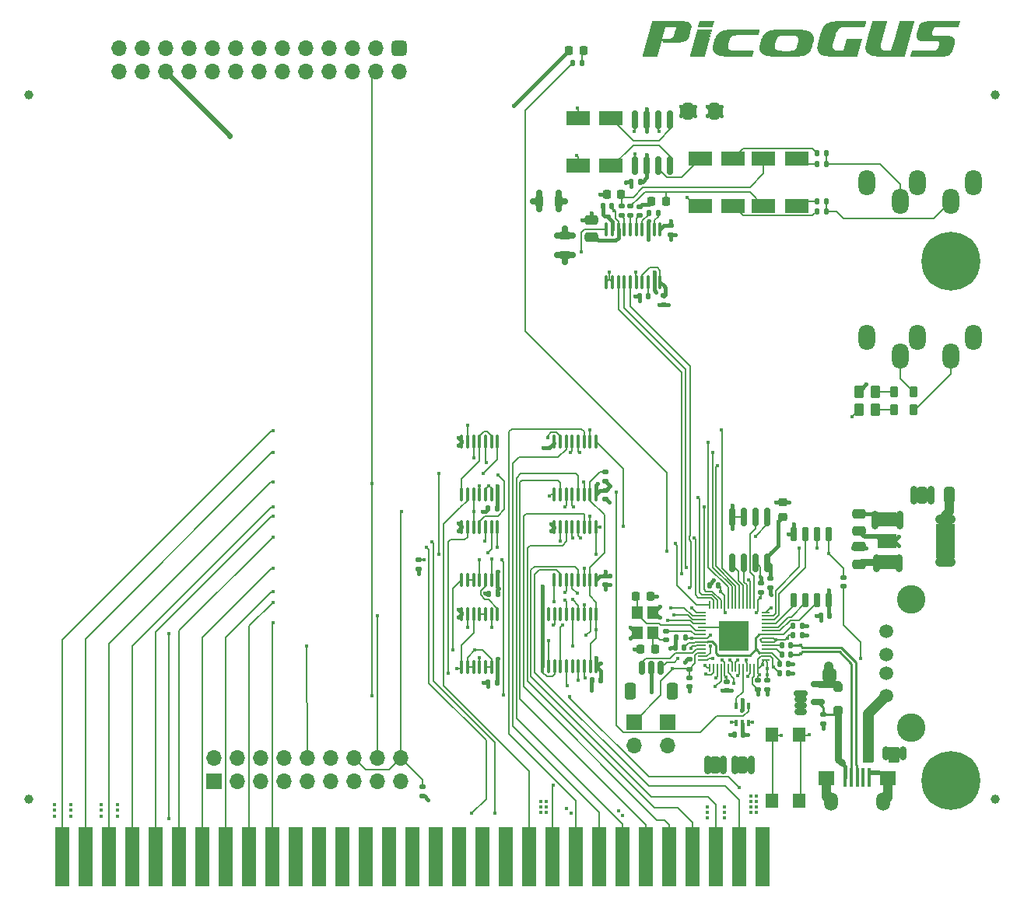
<source format=gtl>
%TF.GenerationSoftware,KiCad,Pcbnew,7.0.7*%
%TF.CreationDate,2023-10-23T19:43:48-06:00*%
%TF.ProjectId,PicoGUS chipdown with edge rails,5069636f-4755-4532-9063-686970646f77,rev?*%
%TF.SameCoordinates,Original*%
%TF.FileFunction,Copper,L1,Top*%
%TF.FilePolarity,Positive*%
%FSLAX46Y46*%
G04 Gerber Fmt 4.6, Leading zero omitted, Abs format (unit mm)*
G04 Created by KiCad (PCBNEW 7.0.7) date 2023-10-23 19:43:48*
%MOMM*%
%LPD*%
G01*
G04 APERTURE LIST*
G04 Aperture macros list*
%AMRoundRect*
0 Rectangle with rounded corners*
0 $1 Rounding radius*
0 $2 $3 $4 $5 $6 $7 $8 $9 X,Y pos of 4 corners*
0 Add a 4 corners polygon primitive as box body*
4,1,4,$2,$3,$4,$5,$6,$7,$8,$9,$2,$3,0*
0 Add four circle primitives for the rounded corners*
1,1,$1+$1,$2,$3*
1,1,$1+$1,$4,$5*
1,1,$1+$1,$6,$7*
1,1,$1+$1,$8,$9*
0 Add four rect primitives between the rounded corners*
20,1,$1+$1,$2,$3,$4,$5,0*
20,1,$1+$1,$4,$5,$6,$7,0*
20,1,$1+$1,$6,$7,$8,$9,0*
20,1,$1+$1,$8,$9,$2,$3,0*%
G04 Aperture macros list end*
%TA.AperFunction,NonConductor*%
%ADD10C,0.000000*%
%TD*%
%TA.AperFunction,ComponentPad*%
%ADD11C,6.400000*%
%TD*%
%TA.AperFunction,SMDPad,CuDef*%
%ADD12RoundRect,0.225000X-0.225000X-0.250000X0.225000X-0.250000X0.225000X0.250000X-0.225000X0.250000X0*%
%TD*%
%TA.AperFunction,SMDPad,CuDef*%
%ADD13RoundRect,0.140000X0.140000X0.170000X-0.140000X0.170000X-0.140000X-0.170000X0.140000X-0.170000X0*%
%TD*%
%TA.AperFunction,SMDPad,CuDef*%
%ADD14RoundRect,0.140000X-0.140000X-0.170000X0.140000X-0.170000X0.140000X0.170000X-0.140000X0.170000X0*%
%TD*%
%TA.AperFunction,SMDPad,CuDef*%
%ADD15RoundRect,0.140000X0.170000X-0.140000X0.170000X0.140000X-0.170000X0.140000X-0.170000X-0.140000X0*%
%TD*%
%TA.AperFunction,SMDPad,CuDef*%
%ADD16RoundRect,0.150000X0.150000X0.625000X-0.150000X0.625000X-0.150000X-0.625000X0.150000X-0.625000X0*%
%TD*%
%TA.AperFunction,SMDPad,CuDef*%
%ADD17RoundRect,0.250000X0.350000X0.650000X-0.350000X0.650000X-0.350000X-0.650000X0.350000X-0.650000X0*%
%TD*%
%TA.AperFunction,SMDPad,CuDef*%
%ADD18R,1.400000X1.600000*%
%TD*%
%TA.AperFunction,SMDPad,CuDef*%
%ADD19RoundRect,0.135000X-0.185000X0.135000X-0.185000X-0.135000X0.185000X-0.135000X0.185000X0.135000X0*%
%TD*%
%TA.AperFunction,SMDPad,CuDef*%
%ADD20RoundRect,0.140000X-0.170000X0.140000X-0.170000X-0.140000X0.170000X-0.140000X0.170000X0.140000X0*%
%TD*%
%TA.AperFunction,SMDPad,CuDef*%
%ADD21RoundRect,0.135000X0.135000X0.185000X-0.135000X0.185000X-0.135000X-0.185000X0.135000X-0.185000X0*%
%TD*%
%TA.AperFunction,SMDPad,CuDef*%
%ADD22RoundRect,0.225000X0.250000X-0.225000X0.250000X0.225000X-0.250000X0.225000X-0.250000X-0.225000X0*%
%TD*%
%TA.AperFunction,SMDPad,CuDef*%
%ADD23RoundRect,0.250000X0.475000X-0.250000X0.475000X0.250000X-0.475000X0.250000X-0.475000X-0.250000X0*%
%TD*%
%TA.AperFunction,SMDPad,CuDef*%
%ADD24RoundRect,0.150000X0.587500X0.150000X-0.587500X0.150000X-0.587500X-0.150000X0.587500X-0.150000X0*%
%TD*%
%TA.AperFunction,SMDPad,CuDef*%
%ADD25C,1.000000*%
%TD*%
%TA.AperFunction,ComponentPad*%
%ADD26O,1.800000X2.800000*%
%TD*%
%TA.AperFunction,SMDPad,CuDef*%
%ADD27RoundRect,0.050000X-0.050000X0.387500X-0.050000X-0.387500X0.050000X-0.387500X0.050000X0.387500X0*%
%TD*%
%TA.AperFunction,SMDPad,CuDef*%
%ADD28RoundRect,0.050000X-0.387500X0.050000X-0.387500X-0.050000X0.387500X-0.050000X0.387500X0.050000X0*%
%TD*%
%TA.AperFunction,ComponentPad*%
%ADD29C,0.500000*%
%TD*%
%TA.AperFunction,SMDPad,CuDef*%
%ADD30R,3.200000X3.200000*%
%TD*%
%TA.AperFunction,SMDPad,CuDef*%
%ADD31RoundRect,0.100000X-0.100000X0.637500X-0.100000X-0.637500X0.100000X-0.637500X0.100000X0.637500X0*%
%TD*%
%TA.AperFunction,SMDPad,CuDef*%
%ADD32RoundRect,0.250000X0.325000X0.650000X-0.325000X0.650000X-0.325000X-0.650000X0.325000X-0.650000X0*%
%TD*%
%TA.AperFunction,SMDPad,CuDef*%
%ADD33RoundRect,0.135000X-0.135000X-0.185000X0.135000X-0.185000X0.135000X0.185000X-0.135000X0.185000X0*%
%TD*%
%TA.AperFunction,SMDPad,CuDef*%
%ADD34RoundRect,0.218750X-0.218750X-0.381250X0.218750X-0.381250X0.218750X0.381250X-0.218750X0.381250X0*%
%TD*%
%TA.AperFunction,SMDPad,CuDef*%
%ADD35RoundRect,0.135000X0.185000X-0.135000X0.185000X0.135000X-0.185000X0.135000X-0.185000X-0.135000X0*%
%TD*%
%TA.AperFunction,SMDPad,CuDef*%
%ADD36RoundRect,0.250000X-0.250000X0.250000X-0.250000X-0.250000X0.250000X-0.250000X0.250000X0.250000X0*%
%TD*%
%TA.AperFunction,SMDPad,CuDef*%
%ADD37RoundRect,0.250000X-1.050000X-0.550000X1.050000X-0.550000X1.050000X0.550000X-1.050000X0.550000X0*%
%TD*%
%TA.AperFunction,ComponentPad*%
%ADD38R,1.700000X1.700000*%
%TD*%
%TA.AperFunction,ComponentPad*%
%ADD39O,1.700000X1.700000*%
%TD*%
%TA.AperFunction,SMDPad,CuDef*%
%ADD40R,2.000000X1.500000*%
%TD*%
%TA.AperFunction,SMDPad,CuDef*%
%ADD41R,2.000000X3.800000*%
%TD*%
%TA.AperFunction,SMDPad,CuDef*%
%ADD42RoundRect,0.250000X-0.375000X-0.625000X0.375000X-0.625000X0.375000X0.625000X-0.375000X0.625000X0*%
%TD*%
%TA.AperFunction,SMDPad,CuDef*%
%ADD43RoundRect,0.218750X0.381250X-0.218750X0.381250X0.218750X-0.381250X0.218750X-0.381250X-0.218750X0*%
%TD*%
%TA.AperFunction,SMDPad,CuDef*%
%ADD44RoundRect,0.225000X0.225000X0.250000X-0.225000X0.250000X-0.225000X-0.250000X0.225000X-0.250000X0*%
%TD*%
%TA.AperFunction,SMDPad,CuDef*%
%ADD45RoundRect,0.150000X-0.150000X0.650000X-0.150000X-0.650000X0.150000X-0.650000X0.150000X0.650000X0*%
%TD*%
%TA.AperFunction,SMDPad,CuDef*%
%ADD46RoundRect,0.150000X-0.150000X0.825000X-0.150000X-0.825000X0.150000X-0.825000X0.150000X0.825000X0*%
%TD*%
%TA.AperFunction,SMDPad,CuDef*%
%ADD47R,0.400000X0.650000*%
%TD*%
%TA.AperFunction,ConnectorPad*%
%ADD48R,1.524000X6.478000*%
%TD*%
%TA.AperFunction,SMDPad,CuDef*%
%ADD49R,0.400000X2.000000*%
%TD*%
%TA.AperFunction,SMDPad,CuDef*%
%ADD50R,1.660800X1.600000*%
%TD*%
%TA.AperFunction,ComponentPad*%
%ADD51O,1.500000X2.000000*%
%TD*%
%TA.AperFunction,SMDPad,CuDef*%
%ADD52R,1.660800X1.593200*%
%TD*%
%TA.AperFunction,SMDPad,CuDef*%
%ADD53RoundRect,0.218750X-0.218750X-0.256250X0.218750X-0.256250X0.218750X0.256250X-0.218750X0.256250X0*%
%TD*%
%TA.AperFunction,SMDPad,CuDef*%
%ADD54RoundRect,0.250000X-0.262500X-0.450000X0.262500X-0.450000X0.262500X0.450000X-0.262500X0.450000X0*%
%TD*%
%TA.AperFunction,SMDPad,CuDef*%
%ADD55R,1.200000X1.400000*%
%TD*%
%TA.AperFunction,ComponentPad*%
%ADD56RoundRect,0.425000X-0.425000X0.425000X-0.425000X-0.425000X0.425000X-0.425000X0.425000X0.425000X0*%
%TD*%
%TA.AperFunction,SMDPad,CuDef*%
%ADD57RoundRect,0.250000X0.262500X0.450000X-0.262500X0.450000X-0.262500X-0.450000X0.262500X-0.450000X0*%
%TD*%
%TA.AperFunction,ComponentPad*%
%ADD58C,1.500000*%
%TD*%
%TA.AperFunction,ComponentPad*%
%ADD59C,3.100000*%
%TD*%
%TA.AperFunction,SMDPad,CuDef*%
%ADD60RoundRect,0.250000X-0.325000X-0.650000X0.325000X-0.650000X0.325000X0.650000X-0.325000X0.650000X0*%
%TD*%
%TA.AperFunction,ViaPad*%
%ADD61C,0.450000*%
%TD*%
%TA.AperFunction,Conductor*%
%ADD62C,0.250000*%
%TD*%
%TA.AperFunction,Conductor*%
%ADD63C,0.171000*%
%TD*%
%TA.AperFunction,Conductor*%
%ADD64C,1.000000*%
%TD*%
%TA.AperFunction,Conductor*%
%ADD65C,0.500000*%
%TD*%
%TA.AperFunction,Conductor*%
%ADD66C,0.200000*%
%TD*%
%TA.AperFunction,Conductor*%
%ADD67C,0.400000*%
%TD*%
%TA.AperFunction,Conductor*%
%ADD68C,0.700000*%
%TD*%
%TA.AperFunction,Conductor*%
%ADD69C,0.800000*%
%TD*%
%TA.AperFunction,Conductor*%
%ADD70C,0.600000*%
%TD*%
%TA.AperFunction,Conductor*%
%ADD71C,0.172000*%
%TD*%
%TA.AperFunction,Conductor*%
%ADD72C,0.267208*%
%TD*%
%TA.AperFunction,Conductor*%
%ADD73C,0.127000*%
%TD*%
%TA.AperFunction,Conductor*%
%ADD74C,1.200000*%
%TD*%
G04 APERTURE END LIST*
D10*
%TA.AperFunction,NonConductor*%
G36*
X167033440Y-22065324D02*
G01*
X167185492Y-22071521D01*
X167322292Y-22083437D01*
X167445270Y-22101073D01*
X167553470Y-22125381D01*
X167647848Y-22156365D01*
X167690269Y-22174478D01*
X167728879Y-22194497D01*
X167764151Y-22215946D01*
X167796087Y-22239779D01*
X167824686Y-22265041D01*
X167850426Y-22292688D01*
X167872352Y-22322240D01*
X167891418Y-22353699D01*
X167907624Y-22387542D01*
X167920494Y-22423290D01*
X167930026Y-22460947D01*
X167936700Y-22500986D01*
X167940514Y-22543408D01*
X167940990Y-22588214D01*
X167933840Y-22684022D01*
X167914774Y-22789839D01*
X167678831Y-23651630D01*
X167665484Y-23704538D01*
X167648324Y-23754111D01*
X167628305Y-23800346D01*
X167604949Y-23844199D01*
X167578733Y-23885190D01*
X167550134Y-23923323D01*
X167518674Y-23959073D01*
X167484831Y-23992438D01*
X167449083Y-24022944D01*
X167410950Y-24051544D01*
X167370435Y-24077760D01*
X167328489Y-24101592D01*
X167285113Y-24123518D01*
X167239832Y-24143537D01*
X167193596Y-24162128D01*
X167145931Y-24178333D01*
X167097312Y-24193109D01*
X167047740Y-24205979D01*
X166946689Y-24227905D01*
X166843732Y-24244589D01*
X166740297Y-24256982D01*
X166637340Y-24265085D01*
X166536289Y-24270328D01*
X166345151Y-24274618D01*
X166346580Y-24277954D01*
X164949506Y-24277954D01*
X164827959Y-23944296D01*
X165586793Y-23945726D01*
X165667824Y-23942390D01*
X165707387Y-23940006D01*
X165746472Y-23935716D01*
X165784605Y-23929996D01*
X165821784Y-23921894D01*
X165858486Y-23910930D01*
X165876123Y-23904257D01*
X165893758Y-23896630D01*
X165910918Y-23888050D01*
X165928078Y-23878517D01*
X165945237Y-23868032D01*
X165961443Y-23856592D01*
X165977650Y-23844199D01*
X165993856Y-23829899D01*
X166009109Y-23814646D01*
X166024362Y-23798440D01*
X166039615Y-23780326D01*
X166053914Y-23761260D01*
X166068215Y-23740288D01*
X166082037Y-23717885D01*
X166095860Y-23693576D01*
X166108730Y-23667836D01*
X166121599Y-23640668D01*
X166133992Y-23611591D01*
X166338954Y-22905189D01*
X166355160Y-22857046D01*
X166361833Y-22834644D01*
X166367553Y-22813195D01*
X166371843Y-22792698D01*
X166374703Y-22773155D01*
X166376610Y-22754566D01*
X166377086Y-22737406D01*
X166376133Y-22720248D01*
X166374226Y-22704518D01*
X166370413Y-22689741D01*
X166365646Y-22675918D01*
X166358973Y-22662572D01*
X166350870Y-22650178D01*
X166340860Y-22638738D01*
X166329421Y-22628252D01*
X166316075Y-22618243D01*
X166301299Y-22609186D01*
X166284615Y-22601084D01*
X166266026Y-22593457D01*
X166245053Y-22586784D01*
X166222651Y-22580587D01*
X166198341Y-22575344D01*
X166171648Y-22570577D01*
X166143049Y-22566764D01*
X166112067Y-22563428D01*
X166079177Y-22561044D01*
X166043905Y-22559137D01*
X165966210Y-22557231D01*
X165878982Y-22557707D01*
X165144934Y-22559137D01*
X164267889Y-25802296D01*
X162723052Y-25802296D01*
X163735943Y-22069137D01*
X166683575Y-22069137D01*
X166866135Y-22064847D01*
X167033440Y-22065324D01*
G37*
%TD.AperFunction*%
%TA.AperFunction,NonConductor*%
G36*
X175359045Y-22925785D02*
G01*
X175362399Y-22926083D01*
X175365717Y-22926575D01*
X175368992Y-22927257D01*
X175372216Y-22928126D01*
X175375383Y-22929179D01*
X175378487Y-22930412D01*
X175381518Y-22931822D01*
X175384472Y-22933405D01*
X175387341Y-22935158D01*
X175390117Y-22937077D01*
X175392794Y-22939158D01*
X175395365Y-22941399D01*
X175397823Y-22943795D01*
X175400161Y-22946344D01*
X175402372Y-22949041D01*
X175404338Y-22951777D01*
X175406123Y-22954615D01*
X175407728Y-22957547D01*
X175409149Y-22960563D01*
X175410386Y-22963654D01*
X175411438Y-22966812D01*
X175412302Y-22970027D01*
X175412978Y-22973291D01*
X175413463Y-22976593D01*
X175413758Y-22979926D01*
X175413860Y-22983280D01*
X175413768Y-22986645D01*
X175413480Y-22990013D01*
X175412995Y-22993375D01*
X175412312Y-22996722D01*
X175411430Y-23000044D01*
X175269864Y-23492427D01*
X175269147Y-23494728D01*
X175268342Y-23496983D01*
X175267448Y-23499189D01*
X175266470Y-23501346D01*
X175264267Y-23505502D01*
X175261752Y-23509438D01*
X175258944Y-23513139D01*
X175255862Y-23516592D01*
X175252524Y-23519782D01*
X175248949Y-23522695D01*
X175245157Y-23525318D01*
X175241166Y-23527636D01*
X175236994Y-23529637D01*
X175232661Y-23531304D01*
X175228186Y-23532626D01*
X175223587Y-23533587D01*
X175221247Y-23533928D01*
X175218884Y-23534174D01*
X175216498Y-23534323D01*
X175214094Y-23534373D01*
X173263146Y-23534373D01*
X173065812Y-23536757D01*
X172896121Y-23542954D01*
X172750266Y-23553916D01*
X172686394Y-23561066D01*
X172628243Y-23569645D01*
X172574857Y-23580132D01*
X172527192Y-23592048D01*
X172483339Y-23605394D01*
X172444730Y-23620648D01*
X172409935Y-23637331D01*
X172378475Y-23656397D01*
X172349876Y-23677369D01*
X172324137Y-23699772D01*
X172300781Y-23725035D01*
X172278378Y-23753635D01*
X172258359Y-23784139D01*
X172238339Y-23819413D01*
X172219750Y-23858022D01*
X172202113Y-23899967D01*
X172167318Y-23997204D01*
X172132998Y-24110649D01*
X172097726Y-24241252D01*
X172012881Y-24555844D01*
X172000011Y-24608275D01*
X171991432Y-24655941D01*
X171986189Y-24701700D01*
X171984283Y-24744122D01*
X171985712Y-24783685D01*
X171990002Y-24821817D01*
X171996675Y-24857090D01*
X172005731Y-24889979D01*
X172017648Y-24920961D01*
X172030995Y-24950514D01*
X172046724Y-24978160D01*
X172063884Y-25004376D01*
X172082474Y-25028208D01*
X172102969Y-25050134D01*
X172125372Y-25072061D01*
X172148728Y-25092081D01*
X172172560Y-25110670D01*
X172197824Y-25127353D01*
X172223563Y-25143082D01*
X172248825Y-25156906D01*
X172303164Y-25181692D01*
X172356073Y-25200758D01*
X172407074Y-25215057D01*
X172453787Y-25225543D01*
X172494779Y-25230786D01*
X172529099Y-25233170D01*
X173169245Y-25233646D01*
X174713607Y-25233170D01*
X174716907Y-25233265D01*
X174720187Y-25233545D01*
X174723439Y-25234009D01*
X174726655Y-25234652D01*
X174729827Y-25235472D01*
X174732945Y-25236463D01*
X174736002Y-25237624D01*
X174738989Y-25238950D01*
X174741897Y-25240438D01*
X174744720Y-25242084D01*
X174747447Y-25243886D01*
X174750071Y-25245839D01*
X174752583Y-25247940D01*
X174754975Y-25250185D01*
X174757239Y-25252572D01*
X174759366Y-25255096D01*
X174761337Y-25257821D01*
X174763141Y-25260628D01*
X174764775Y-25263511D01*
X174766240Y-25266462D01*
X174767534Y-25269474D01*
X174768657Y-25272541D01*
X174769609Y-25275655D01*
X174770388Y-25278810D01*
X174770994Y-25281998D01*
X174771426Y-25285213D01*
X174771683Y-25288448D01*
X174771766Y-25291695D01*
X174771672Y-25294947D01*
X174771402Y-25298198D01*
X174770954Y-25301441D01*
X174770328Y-25304669D01*
X174647351Y-25818502D01*
X174646676Y-25820981D01*
X174645903Y-25823410D01*
X174645034Y-25825787D01*
X174644072Y-25828111D01*
X174643019Y-25830379D01*
X174641879Y-25832590D01*
X174640654Y-25834741D01*
X174639345Y-25836831D01*
X174636490Y-25840818D01*
X174633334Y-25844535D01*
X174629897Y-25847965D01*
X174626200Y-25851094D01*
X174622263Y-25853903D01*
X174618105Y-25856379D01*
X174613748Y-25858504D01*
X174611501Y-25859429D01*
X174609212Y-25860262D01*
X174606883Y-25860998D01*
X174604516Y-25861637D01*
X174602115Y-25862177D01*
X174599681Y-25862614D01*
X174597218Y-25862948D01*
X174594728Y-25863177D01*
X174592213Y-25863297D01*
X174589676Y-25863308D01*
X174222652Y-25858064D01*
X173418059Y-25857587D01*
X172252638Y-25862830D01*
X172093436Y-25863784D01*
X171924701Y-25861400D01*
X171750721Y-25855205D01*
X171572929Y-25842811D01*
X171572729Y-25842810D01*
X171572489Y-25842804D01*
X171572217Y-25842786D01*
X171572070Y-25842771D01*
X171571916Y-25842752D01*
X171571757Y-25842726D01*
X171571593Y-25842695D01*
X171571425Y-25842656D01*
X171571253Y-25842610D01*
X171571079Y-25842556D01*
X171570903Y-25842492D01*
X171570725Y-25842419D01*
X171570546Y-25842335D01*
X171395614Y-25821840D01*
X171306956Y-25808016D01*
X171220205Y-25791333D01*
X171135360Y-25771790D01*
X171051945Y-25749387D01*
X170970914Y-25723171D01*
X170892743Y-25693619D01*
X170892228Y-25693440D01*
X170891752Y-25693261D01*
X170891310Y-25693082D01*
X170890896Y-25692904D01*
X170890504Y-25692725D01*
X170890129Y-25692546D01*
X170889406Y-25692189D01*
X170816954Y-25659776D01*
X170813617Y-25658346D01*
X170744980Y-25622121D01*
X170741166Y-25620213D01*
X170676819Y-25580175D01*
X170676635Y-25579996D01*
X170676440Y-25579817D01*
X170676235Y-25579639D01*
X170676022Y-25579460D01*
X170675570Y-25579103D01*
X170675090Y-25578745D01*
X170674588Y-25578387D01*
X170674070Y-25578030D01*
X170673005Y-25577315D01*
X170612947Y-25532509D01*
X170609134Y-25529649D01*
X170553841Y-25481031D01*
X170552776Y-25479958D01*
X170552258Y-25479422D01*
X170551756Y-25478886D01*
X170551277Y-25478350D01*
X170551047Y-25478081D01*
X170550825Y-25477813D01*
X170550612Y-25477545D01*
X170550407Y-25477277D01*
X170550213Y-25477009D01*
X170550028Y-25476741D01*
X170499980Y-25422878D01*
X170498915Y-25421806D01*
X170498396Y-25421270D01*
X170497894Y-25420734D01*
X170497415Y-25420198D01*
X170497185Y-25419930D01*
X170496963Y-25419661D01*
X170496749Y-25419393D01*
X170496545Y-25419125D01*
X170496350Y-25418857D01*
X170496166Y-25418588D01*
X170451838Y-25359960D01*
X170450773Y-25358537D01*
X170449752Y-25357160D01*
X170448821Y-25355871D01*
X170448403Y-25355275D01*
X170448024Y-25354717D01*
X170409892Y-25290846D01*
X170407032Y-25285125D01*
X170375096Y-25216011D01*
X170372713Y-25210291D01*
X170347450Y-25135932D01*
X170347093Y-25134495D01*
X170346735Y-25133013D01*
X170346378Y-25131441D01*
X170346020Y-25129735D01*
X170328384Y-25049182D01*
X170328033Y-25047826D01*
X170327872Y-25047188D01*
X170327728Y-25046560D01*
X170327606Y-25045933D01*
X170327555Y-25045616D01*
X170327512Y-25045294D01*
X170327477Y-25044967D01*
X170327452Y-25044633D01*
X170327436Y-25044291D01*
X170327430Y-25043939D01*
X170316944Y-24957663D01*
X170316860Y-24957306D01*
X170316787Y-24956948D01*
X170316723Y-24956591D01*
X170316668Y-24956233D01*
X170316622Y-24955876D01*
X170316584Y-24955518D01*
X170316527Y-24954804D01*
X170316492Y-24954089D01*
X170316475Y-24953374D01*
X170316467Y-24951944D01*
X170314084Y-24859473D01*
X170314084Y-24858997D01*
X170430388Y-24858997D01*
X170432772Y-24946224D01*
X170442781Y-25027255D01*
X170458987Y-25101614D01*
X170482343Y-25170252D01*
X170511420Y-25233646D01*
X170546215Y-25292276D01*
X170587206Y-25345661D01*
X170632967Y-25395233D01*
X170684445Y-25440515D01*
X170740691Y-25482460D01*
X170801225Y-25520116D01*
X170866050Y-25554435D01*
X170935641Y-25585418D01*
X171007615Y-25613064D01*
X171083881Y-25637373D01*
X171162530Y-25658823D01*
X171243084Y-25676936D01*
X171326022Y-25693142D01*
X171410390Y-25706489D01*
X171582462Y-25726507D01*
X171755487Y-25738900D01*
X171927084Y-25745097D01*
X172093436Y-25747481D01*
X172251685Y-25746527D01*
X173417583Y-25741284D01*
X174223129Y-25741760D01*
X174544872Y-25746050D01*
X174639724Y-25349474D01*
X173169245Y-25349950D01*
X172527192Y-25349474D01*
X172480957Y-25346613D01*
X172435674Y-25340418D01*
X172435406Y-25340413D01*
X172435138Y-25340397D01*
X172434870Y-25340371D01*
X172434602Y-25340336D01*
X172434334Y-25340293D01*
X172434066Y-25340242D01*
X172433798Y-25340184D01*
X172433530Y-25340120D01*
X172432993Y-25339975D01*
X172432457Y-25339814D01*
X172431384Y-25339464D01*
X172380382Y-25328501D01*
X172380198Y-25328495D01*
X172380003Y-25328479D01*
X172379799Y-25328453D01*
X172379585Y-25328419D01*
X172379363Y-25328376D01*
X172379134Y-25328325D01*
X172378654Y-25328203D01*
X172378153Y-25328059D01*
X172377634Y-25327898D01*
X172376570Y-25327548D01*
X172321753Y-25311818D01*
X172321569Y-25311812D01*
X172321374Y-25311796D01*
X172321170Y-25311771D01*
X172320956Y-25311736D01*
X172320734Y-25311693D01*
X172320505Y-25311642D01*
X172320025Y-25311520D01*
X172319524Y-25311376D01*
X172319005Y-25311215D01*
X172317940Y-25310866D01*
X172261219Y-25290369D01*
X172256928Y-25288462D01*
X172198776Y-25261769D01*
X172167318Y-25245086D01*
X172135858Y-25226020D01*
X172106305Y-25206001D01*
X172076753Y-25183598D01*
X172048154Y-25158812D01*
X172020985Y-25133072D01*
X171995245Y-25105427D01*
X171992384Y-25101614D01*
X171970935Y-25073968D01*
X171948533Y-25040601D01*
X171928514Y-25006283D01*
X171927143Y-25003661D01*
X171926842Y-25003034D01*
X171926702Y-25002717D01*
X171926569Y-25002395D01*
X171926445Y-25002068D01*
X171926330Y-25001734D01*
X171926225Y-25001392D01*
X171926130Y-25001040D01*
X171910877Y-24967197D01*
X171896101Y-24928588D01*
X171895928Y-24928315D01*
X171895765Y-24928031D01*
X171895612Y-24927740D01*
X171895468Y-24927441D01*
X171895332Y-24927137D01*
X171895204Y-24926828D01*
X171894969Y-24926205D01*
X171894755Y-24925581D01*
X171894559Y-24924968D01*
X171894194Y-24923821D01*
X171883708Y-24886166D01*
X171883624Y-24885813D01*
X171883549Y-24885472D01*
X171883424Y-24884817D01*
X171883322Y-24884196D01*
X171883231Y-24883603D01*
X171883139Y-24883033D01*
X171883037Y-24882479D01*
X171882978Y-24882206D01*
X171882913Y-24881936D01*
X171882838Y-24881667D01*
X171882755Y-24881399D01*
X171875128Y-24841360D01*
X171875045Y-24841092D01*
X171874971Y-24840824D01*
X171874907Y-24840556D01*
X171874853Y-24840288D01*
X171874807Y-24840020D01*
X171874768Y-24839751D01*
X171874737Y-24839483D01*
X171874711Y-24839215D01*
X171874677Y-24838679D01*
X171874659Y-24838143D01*
X171874652Y-24837071D01*
X171869884Y-24794648D01*
X171869800Y-24794296D01*
X171869727Y-24793954D01*
X171869663Y-24793622D01*
X171869609Y-24793300D01*
X171869563Y-24792986D01*
X171869524Y-24792679D01*
X171869468Y-24792086D01*
X171869433Y-24791515D01*
X171869416Y-24790962D01*
X171869408Y-24789882D01*
X171867978Y-24745552D01*
X171867978Y-24741263D01*
X171869884Y-24694550D01*
X171869892Y-24693478D01*
X171869909Y-24692942D01*
X171869944Y-24692405D01*
X171869969Y-24692137D01*
X171870001Y-24691869D01*
X171870039Y-24691601D01*
X171870086Y-24691333D01*
X171870140Y-24691065D01*
X171870204Y-24690797D01*
X171870278Y-24690529D01*
X171870362Y-24690261D01*
X171876558Y-24636876D01*
X171886091Y-24585396D01*
X171899914Y-24527722D01*
X171985235Y-24210746D01*
X172020985Y-24079189D01*
X172056257Y-23962409D01*
X172057210Y-23959549D01*
X172092959Y-23859452D01*
X172112978Y-23811310D01*
X172134428Y-23766980D01*
X172157307Y-23725988D01*
X172182571Y-23687379D01*
X172185430Y-23683089D01*
X172210693Y-23651154D01*
X172240722Y-23618264D01*
X172241802Y-23617191D01*
X172242356Y-23616655D01*
X172242927Y-23616119D01*
X172243520Y-23615583D01*
X172244141Y-23615047D01*
X172244795Y-23614511D01*
X172245489Y-23613975D01*
X172275517Y-23587758D01*
X172276315Y-23586969D01*
X172276767Y-23586535D01*
X172277246Y-23586090D01*
X172277748Y-23585645D01*
X172278267Y-23585211D01*
X172278531Y-23585002D01*
X172278796Y-23584800D01*
X172279064Y-23584606D01*
X172279332Y-23584422D01*
X172312221Y-23560589D01*
X172316510Y-23557729D01*
X172352260Y-23536280D01*
X172356549Y-23533897D01*
X172395635Y-23514831D01*
X172400401Y-23512923D01*
X172443301Y-23496240D01*
X172494302Y-23480035D01*
X172548642Y-23466688D01*
X172606793Y-23455248D01*
X172670188Y-23445716D01*
X172740256Y-23437613D01*
X172890879Y-23426649D01*
X173062475Y-23420453D01*
X173262670Y-23418069D01*
X175170242Y-23418069D01*
X175278441Y-23041988D01*
X172100109Y-23041988D01*
X171920410Y-23052475D01*
X171753581Y-23072972D01*
X171600575Y-23103477D01*
X171529076Y-23122067D01*
X171459962Y-23143516D01*
X171394184Y-23166872D01*
X171331266Y-23192612D01*
X171271207Y-23220735D01*
X171214485Y-23250287D01*
X171160146Y-23282222D01*
X171108191Y-23316542D01*
X171058618Y-23352767D01*
X171011906Y-23391377D01*
X170968055Y-23431892D01*
X170926108Y-23474314D01*
X170848415Y-23565355D01*
X170780252Y-23664976D01*
X170719241Y-23772223D01*
X170666808Y-23886620D01*
X170621049Y-24009598D01*
X170582918Y-24140201D01*
X170473764Y-24554891D01*
X170450408Y-24664045D01*
X170436584Y-24765095D01*
X170430388Y-24858997D01*
X170314084Y-24858997D01*
X170314084Y-24854230D01*
X170320281Y-24755562D01*
X170320757Y-24751273D01*
X170335533Y-24645932D01*
X170335538Y-24645664D01*
X170335554Y-24645397D01*
X170335580Y-24645131D01*
X170335615Y-24644867D01*
X170335658Y-24644606D01*
X170335709Y-24644348D01*
X170335767Y-24644095D01*
X170335831Y-24643846D01*
X170335901Y-24643603D01*
X170335976Y-24643367D01*
X170336055Y-24643137D01*
X170336137Y-24642915D01*
X170336222Y-24642702D01*
X170336309Y-24642498D01*
X170336398Y-24642303D01*
X170336487Y-24642119D01*
X170360319Y-24529628D01*
X170360320Y-24529270D01*
X170360326Y-24528913D01*
X170360344Y-24528556D01*
X170360359Y-24528377D01*
X170360379Y-24528198D01*
X170360404Y-24528019D01*
X170360436Y-24527841D01*
X170360474Y-24527662D01*
X170360521Y-24527483D01*
X170360575Y-24527305D01*
X170360639Y-24527126D01*
X170360713Y-24526947D01*
X170360797Y-24526768D01*
X170470427Y-24109695D01*
X170509989Y-23974802D01*
X170511420Y-23970512D01*
X170558608Y-23843722D01*
X170558786Y-23843343D01*
X170558965Y-23842925D01*
X170559144Y-23842473D01*
X170559323Y-23841994D01*
X170559681Y-23840974D01*
X170560038Y-23839909D01*
X170614377Y-23721221D01*
X170614472Y-23720953D01*
X170614577Y-23720685D01*
X170614692Y-23720417D01*
X170614816Y-23720149D01*
X170614949Y-23719881D01*
X170615089Y-23719613D01*
X170615390Y-23719076D01*
X170615712Y-23718540D01*
X170616052Y-23718004D01*
X170616759Y-23716932D01*
X170680155Y-23605394D01*
X170682538Y-23601105D01*
X170754036Y-23497194D01*
X170755034Y-23495846D01*
X170755494Y-23495225D01*
X170755943Y-23494632D01*
X170756392Y-23494061D01*
X170756852Y-23493507D01*
X170757090Y-23493235D01*
X170757335Y-23492964D01*
X170757588Y-23492695D01*
X170757850Y-23492427D01*
X170838881Y-23397096D01*
X170841740Y-23393759D01*
X170886070Y-23348954D01*
X170934212Y-23304626D01*
X170985690Y-23262203D01*
X171040506Y-23222165D01*
X171097228Y-23184508D01*
X171155856Y-23149236D01*
X171218775Y-23116824D01*
X171283123Y-23086318D01*
X171351285Y-23058671D01*
X171422306Y-23033410D01*
X171495711Y-23010530D01*
X171572452Y-22990510D01*
X171575789Y-22989557D01*
X171733086Y-22958097D01*
X171737375Y-22957621D01*
X171908017Y-22936648D01*
X171908280Y-22936564D01*
X171908533Y-22936490D01*
X171908778Y-22936427D01*
X171909015Y-22936372D01*
X171909247Y-22936326D01*
X171909475Y-22936288D01*
X171909700Y-22936256D01*
X171909924Y-22936231D01*
X171910148Y-22936211D01*
X171910373Y-22936197D01*
X171910833Y-22936179D01*
X171911315Y-22936172D01*
X171911831Y-22936172D01*
X172095343Y-22925686D01*
X175355661Y-22925686D01*
X175359045Y-22925785D01*
G37*
%TD.AperFunction*%
%TA.AperFunction,NonConductor*%
G36*
X170438175Y-22010608D02*
G01*
X170441528Y-22010905D01*
X170444844Y-22011394D01*
X170448115Y-22012072D01*
X170451332Y-22012935D01*
X170454489Y-22013977D01*
X170457578Y-22015196D01*
X170460590Y-22016586D01*
X170463518Y-22018143D01*
X170466355Y-22019865D01*
X170469093Y-22021745D01*
X170471724Y-22023780D01*
X170474241Y-22025966D01*
X170476635Y-22028299D01*
X170478900Y-22030774D01*
X170481027Y-22033387D01*
X170482998Y-22036117D01*
X170484800Y-22038940D01*
X170486430Y-22041849D01*
X170487886Y-22044834D01*
X170489166Y-22047890D01*
X170490268Y-22051008D01*
X170491190Y-22054180D01*
X170491930Y-22057399D01*
X170492485Y-22060657D01*
X170492854Y-22063946D01*
X170493034Y-22067259D01*
X170493024Y-22070589D01*
X170492821Y-22073926D01*
X170492424Y-22077265D01*
X170491829Y-22080596D01*
X170491035Y-22083913D01*
X170355666Y-22579634D01*
X170354950Y-22581980D01*
X170354144Y-22584279D01*
X170352272Y-22588730D01*
X170350067Y-22592974D01*
X170347548Y-22596995D01*
X170344733Y-22600778D01*
X170341640Y-22604309D01*
X170338287Y-22607574D01*
X170334693Y-22610557D01*
X170330875Y-22613244D01*
X170326853Y-22615620D01*
X170322642Y-22617671D01*
X170318263Y-22619382D01*
X170313734Y-22620738D01*
X170311418Y-22621279D01*
X170309071Y-22621725D01*
X170306696Y-22622076D01*
X170304294Y-22622328D01*
X170301868Y-22622481D01*
X170299421Y-22622533D01*
X168756966Y-22622533D01*
X168753583Y-22622433D01*
X168750229Y-22622136D01*
X168746913Y-22621646D01*
X168743642Y-22620968D01*
X168740425Y-22620106D01*
X168737268Y-22619064D01*
X168734179Y-22617845D01*
X168731167Y-22616455D01*
X168728239Y-22614897D01*
X168725402Y-22613176D01*
X168722664Y-22611296D01*
X168720033Y-22609261D01*
X168717516Y-22607075D01*
X168715122Y-22604742D01*
X168712857Y-22602267D01*
X168710731Y-22599654D01*
X168708759Y-22596923D01*
X168706957Y-22594100D01*
X168705327Y-22591192D01*
X168703871Y-22588206D01*
X168702591Y-22585151D01*
X168701489Y-22582033D01*
X168700567Y-22578861D01*
X168699827Y-22575642D01*
X168699272Y-22572384D01*
X168698902Y-22569094D01*
X168698722Y-22565781D01*
X168698732Y-22562452D01*
X168698935Y-22559114D01*
X168699333Y-22555776D01*
X168699927Y-22552445D01*
X168700721Y-22549128D01*
X168712436Y-22506229D01*
X168833231Y-22506229D01*
X170255092Y-22506229D01*
X170358525Y-22126812D01*
X168936666Y-22126812D01*
X168833231Y-22506229D01*
X168712436Y-22506229D01*
X168836091Y-22053407D01*
X168836807Y-22051061D01*
X168837613Y-22048762D01*
X168839485Y-22044311D01*
X168841690Y-22040067D01*
X168844209Y-22036046D01*
X168847024Y-22032263D01*
X168850117Y-22028732D01*
X168853469Y-22025467D01*
X168857064Y-22022484D01*
X168860881Y-22019797D01*
X168864904Y-22017421D01*
X168869114Y-22015370D01*
X168873493Y-22013659D01*
X168878023Y-22012302D01*
X168880339Y-22011762D01*
X168882686Y-22011316D01*
X168885061Y-22010965D01*
X168887463Y-22010713D01*
X168889888Y-22010560D01*
X168892336Y-22010508D01*
X170434791Y-22010508D01*
X170438175Y-22010608D01*
G37*
%TD.AperFunction*%
%TA.AperFunction,NonConductor*%
G36*
X175214094Y-23476221D02*
G01*
X173262670Y-23476221D01*
X173064381Y-23478604D01*
X172892785Y-23484800D01*
X172744546Y-23495764D01*
X172678767Y-23503391D01*
X172618233Y-23512447D01*
X172562465Y-23523410D01*
X172511462Y-23535803D01*
X172464274Y-23550579D01*
X172421375Y-23567261D01*
X172382288Y-23586328D01*
X172346539Y-23607778D01*
X172313651Y-23631611D01*
X172283620Y-23657827D01*
X172256452Y-23687379D01*
X172231190Y-23719315D01*
X172208310Y-23754111D01*
X172186860Y-23792720D01*
X172166841Y-23833712D01*
X172147774Y-23878994D01*
X172112026Y-23979091D01*
X172077230Y-24094442D01*
X172041480Y-24225999D01*
X171956636Y-24541544D01*
X171943289Y-24595883D01*
X171933756Y-24647362D01*
X171928037Y-24696934D01*
X171926130Y-24743646D01*
X171927560Y-24787975D01*
X171932326Y-24830396D01*
X171939953Y-24870436D01*
X171950440Y-24908091D01*
X171963786Y-24943364D01*
X171979038Y-24977207D01*
X171997151Y-25008666D01*
X172016694Y-25038218D01*
X172038144Y-25065865D01*
X172061500Y-25091127D01*
X172086286Y-25114959D01*
X172112026Y-25137362D01*
X172138718Y-25157858D01*
X172166364Y-25176449D01*
X172194487Y-25193608D01*
X172223086Y-25208860D01*
X172281238Y-25235553D01*
X172337960Y-25256050D01*
X172392774Y-25271779D01*
X172443777Y-25282743D01*
X172489060Y-25288939D01*
X172527192Y-25291322D01*
X173169245Y-25291799D01*
X174713607Y-25291322D01*
X174590629Y-25805156D01*
X174223129Y-25799912D01*
X173418059Y-25799436D01*
X172252162Y-25804679D01*
X172092959Y-25805633D01*
X171925654Y-25803249D01*
X171752628Y-25797053D01*
X171577219Y-25784660D01*
X171402287Y-25764164D01*
X171316013Y-25750340D01*
X171231168Y-25734134D01*
X171148230Y-25715068D01*
X171067198Y-25693142D01*
X170988551Y-25667879D01*
X170913239Y-25639280D01*
X170840788Y-25606868D01*
X170772149Y-25570642D01*
X170707801Y-25530603D01*
X170647742Y-25485797D01*
X170592451Y-25437178D01*
X170542401Y-25383317D01*
X170498073Y-25324687D01*
X170459941Y-25260817D01*
X170428005Y-25191702D01*
X170402741Y-25117343D01*
X170385106Y-25036788D01*
X170374619Y-24950514D01*
X170372237Y-24858043D01*
X170378432Y-24759376D01*
X170393208Y-24654035D01*
X170417043Y-24541544D01*
X170526673Y-24124471D01*
X170565757Y-23991008D01*
X170612947Y-23864218D01*
X170667285Y-23745531D01*
X170730680Y-23633994D01*
X170802178Y-23530084D01*
X170883210Y-23434752D01*
X170927538Y-23389946D01*
X170973774Y-23347524D01*
X171022869Y-23307009D01*
X171074825Y-23268876D01*
X171129163Y-23233127D01*
X171185885Y-23199285D01*
X171245468Y-23168302D01*
X171307909Y-23139226D01*
X171373211Y-23112534D01*
X171441850Y-23088224D01*
X171512871Y-23066298D01*
X171587229Y-23046755D01*
X171744524Y-23015297D01*
X171915167Y-22994323D01*
X172098679Y-22983837D01*
X175355661Y-22983837D01*
X175214094Y-23476221D01*
G37*
%TD.AperFunction*%
%TA.AperFunction,NonConductor*%
G36*
X186832915Y-22563428D02*
G01*
X184881491Y-22563428D01*
X184683204Y-22568194D01*
X184509699Y-22581063D01*
X184359079Y-22604421D01*
X184291391Y-22620150D01*
X184228474Y-22639216D01*
X184170323Y-22661618D01*
X184115983Y-22687358D01*
X184065458Y-22716910D01*
X184018746Y-22750753D01*
X183974894Y-22788409D01*
X183933901Y-22829878D01*
X183895770Y-22876590D01*
X183859543Y-22927592D01*
X183792813Y-23044849D01*
X183731799Y-23183078D01*
X183673171Y-23343711D01*
X183615019Y-23529130D01*
X183335701Y-24544881D01*
X183322355Y-24599219D01*
X183312821Y-24650698D01*
X183307101Y-24700270D01*
X183305194Y-24746982D01*
X183306625Y-24791312D01*
X183311391Y-24833733D01*
X183319018Y-24873296D01*
X183329505Y-24911428D01*
X183342851Y-24946701D01*
X183358105Y-24980543D01*
X183376217Y-25012003D01*
X183395758Y-25041555D01*
X183417209Y-25068724D01*
X183440564Y-25094464D01*
X183465352Y-25118296D01*
X183491091Y-25140699D01*
X183517782Y-25160719D01*
X183545428Y-25179785D01*
X183573553Y-25196468D01*
X183602150Y-25212197D01*
X183660301Y-25238413D01*
X183717025Y-25259386D01*
X183771840Y-25275116D01*
X183822842Y-25286079D01*
X183868124Y-25292276D01*
X183906255Y-25294659D01*
X184548309Y-25295135D01*
X184929633Y-23945726D01*
X186473519Y-23945250D01*
X185969695Y-25808492D01*
X185602193Y-25803249D01*
X184796646Y-25802296D01*
X183631227Y-25808016D01*
X183472024Y-25808492D01*
X183304718Y-25806586D01*
X183131693Y-25800390D01*
X182956283Y-25787996D01*
X182781350Y-25767500D01*
X182695077Y-25753676D01*
X182610234Y-25737472D01*
X182527294Y-25718405D01*
X182446263Y-25696479D01*
X182367615Y-25671216D01*
X182292305Y-25642616D01*
X182219853Y-25610205D01*
X182151213Y-25573978D01*
X182086864Y-25533939D01*
X182026805Y-25489133D01*
X181971517Y-25440038D01*
X181921466Y-25386654D01*
X181877136Y-25328024D01*
X181839005Y-25264153D01*
X181807069Y-25195038D01*
X181781806Y-25120679D01*
X181764171Y-25040125D01*
X181753684Y-24953850D01*
X181751300Y-24861379D01*
X181757495Y-24762713D01*
X181772273Y-24657372D01*
X181796105Y-24544881D01*
X182145495Y-23211678D01*
X182184580Y-23077738D01*
X182231768Y-22951424D01*
X182286583Y-22832261D01*
X182349502Y-22720724D01*
X182421000Y-22617290D01*
X182502031Y-22521958D01*
X182546360Y-22477153D01*
X182592596Y-22434730D01*
X182641691Y-22394216D01*
X182693647Y-22356082D01*
X182747984Y-22320333D01*
X182804706Y-22286491D01*
X182864288Y-22255031D01*
X182926730Y-22225956D01*
X182992033Y-22199264D01*
X183060672Y-22175430D01*
X183131693Y-22153504D01*
X183206052Y-22133961D01*
X183363347Y-22102503D01*
X183533990Y-22081530D01*
X183717501Y-22070567D01*
X186974482Y-22070567D01*
X186832915Y-22563428D01*
G37*
%TD.AperFunction*%
%TA.AperFunction,NonConductor*%
G36*
X179706753Y-22977402D02*
G01*
X179879806Y-22983805D01*
X180055305Y-22996378D01*
X180230163Y-23016751D01*
X180316312Y-23030372D01*
X180401178Y-23046612D01*
X180484242Y-23065646D01*
X180565269Y-23087707D01*
X180643734Y-23112969D01*
X180719288Y-23141666D01*
X180791526Y-23173972D01*
X180860152Y-23210177D01*
X180924647Y-23250399D01*
X180984719Y-23294928D01*
X181039900Y-23343940D01*
X181089900Y-23397666D01*
X181134197Y-23456224D01*
X181172498Y-23519962D01*
X181204397Y-23588997D01*
X181229483Y-23663620D01*
X181247354Y-23743948D01*
X181257658Y-23830212D01*
X181259984Y-23922705D01*
X181253989Y-24021543D01*
X181239205Y-24126958D01*
X181215223Y-24239184D01*
X181106024Y-24656479D01*
X181066558Y-24789951D01*
X181019700Y-24916380D01*
X180964985Y-25035474D01*
X180901947Y-25147001D01*
X180830117Y-25250612D01*
X180749150Y-25346132D01*
X180705026Y-25390719D01*
X180658519Y-25433270D01*
X180609448Y-25473608D01*
X180557818Y-25511735D01*
X180503511Y-25547649D01*
X180446581Y-25581294D01*
X180386859Y-25612668D01*
X180324402Y-25641714D01*
X180259093Y-25668431D01*
X180190814Y-25692704D01*
X180119627Y-25714591D01*
X180045409Y-25734032D01*
X179887782Y-25765406D01*
X179717347Y-25786536D01*
X179533817Y-25797246D01*
X179336664Y-25797188D01*
X178248635Y-25797246D01*
X178248635Y-25797305D01*
X177784598Y-25798876D01*
X177472544Y-25801437D01*
X177333716Y-25804755D01*
X177174925Y-25805570D01*
X177007401Y-25803649D01*
X176834463Y-25797246D01*
X176658792Y-25784673D01*
X176483991Y-25764301D01*
X176397785Y-25750679D01*
X176312975Y-25734439D01*
X176229854Y-25715406D01*
X176148886Y-25693344D01*
X176070422Y-25668082D01*
X175994867Y-25639385D01*
X175922572Y-25607080D01*
X175854003Y-25570874D01*
X175789450Y-25530652D01*
X175729437Y-25486123D01*
X175674197Y-25437112D01*
X175624254Y-25383385D01*
X175579959Y-25324828D01*
X175541657Y-25261089D01*
X175509759Y-25192054D01*
X175484671Y-25117431D01*
X175466743Y-25037104D01*
X175456440Y-24950839D01*
X175454112Y-24858346D01*
X175460165Y-24759508D01*
X175462377Y-24743792D01*
X177007924Y-24743792D01*
X177009380Y-24788263D01*
X177014037Y-24830464D01*
X177021720Y-24870395D01*
X177032255Y-24908114D01*
X177045353Y-24943738D01*
X177060893Y-24977266D01*
X177078648Y-25008756D01*
X177098380Y-25038210D01*
X177119977Y-25065801D01*
X177143143Y-25091470D01*
X177167765Y-25115336D01*
X177193551Y-25137397D01*
X177220385Y-25157770D01*
X177248034Y-25176455D01*
X177276323Y-25193510D01*
X177305021Y-25209051D01*
X177362764Y-25235536D01*
X177419865Y-25256374D01*
X177474582Y-25271974D01*
X177525339Y-25282801D01*
X177570625Y-25289204D01*
X177608752Y-25291649D01*
X178204456Y-25304455D01*
X178250555Y-25304455D01*
X178251140Y-25303931D01*
X178330419Y-25304455D01*
X178369708Y-25304455D01*
X178567908Y-25302126D01*
X178739797Y-25296014D01*
X178887762Y-25285130D01*
X178953479Y-25277562D01*
X179014075Y-25268424D01*
X179069839Y-25257539D01*
X179121003Y-25244849D01*
X179167920Y-25230181D01*
X179210879Y-25213475D01*
X179250168Y-25194441D01*
X179286023Y-25173137D01*
X179318738Y-25149329D01*
X179348598Y-25122845D01*
X179375957Y-25093682D01*
X179401045Y-25061610D01*
X179424210Y-25026568D01*
X179445632Y-24988383D01*
X179465655Y-24946939D01*
X179484630Y-24902119D01*
X179520255Y-24801826D01*
X179554946Y-24686398D01*
X179590920Y-24554790D01*
X179675962Y-24239184D01*
X179689351Y-24184992D01*
X179698722Y-24133303D01*
X179704309Y-24084117D01*
X179706229Y-24037259D01*
X179704774Y-23992788D01*
X179700120Y-23950587D01*
X179692434Y-23910656D01*
X179681898Y-23872937D01*
X179668801Y-23837314D01*
X179653260Y-23803786D01*
X179635507Y-23772295D01*
X179615775Y-23742841D01*
X179594180Y-23715251D01*
X179571012Y-23689581D01*
X179546389Y-23665716D01*
X179520546Y-23643655D01*
X179493712Y-23623282D01*
X179466064Y-23604597D01*
X179437832Y-23587542D01*
X179409134Y-23572058D01*
X179351334Y-23545515D01*
X179294290Y-23524677D01*
X179239574Y-23509077D01*
X179188758Y-23498250D01*
X179143530Y-23491847D01*
X179105404Y-23489402D01*
X178462959Y-23489170D01*
X178400500Y-23489577D01*
X178400735Y-23488587D01*
X178342351Y-23488587D01*
X178144210Y-23490799D01*
X177972378Y-23496562D01*
X177824529Y-23506807D01*
X177758870Y-23514025D01*
X177698333Y-23522756D01*
X177642628Y-23533175D01*
X177591522Y-23545399D01*
X177544722Y-23559543D01*
X177501822Y-23575784D01*
X177462648Y-23594236D01*
X177426908Y-23615016D01*
X177394313Y-23638299D01*
X177364510Y-23664202D01*
X177337209Y-23692782D01*
X177312239Y-23724273D01*
X177289188Y-23758791D01*
X177267825Y-23796451D01*
X177247917Y-23837372D01*
X177229059Y-23881727D01*
X177193551Y-23981147D01*
X177158976Y-24095759D01*
X177123119Y-24226727D01*
X177038192Y-24541867D01*
X177024805Y-24596059D01*
X177015434Y-24647748D01*
X177009845Y-24696992D01*
X177007924Y-24743792D01*
X175462377Y-24743792D01*
X175474950Y-24654093D01*
X175498874Y-24541867D01*
X175608131Y-24124572D01*
X175647538Y-23991042D01*
X175694454Y-23864672D01*
X175749170Y-23745577D01*
X175812209Y-23634050D01*
X175884039Y-23530439D01*
X175965006Y-23434920D01*
X176009070Y-23390332D01*
X176055637Y-23347782D01*
X176104706Y-23307443D01*
X176156337Y-23269317D01*
X176210587Y-23233402D01*
X176267515Y-23199758D01*
X176327237Y-23168384D01*
X176389695Y-23139338D01*
X176455063Y-23112620D01*
X176523282Y-23088347D01*
X176594471Y-23066461D01*
X176668686Y-23047019D01*
X176826373Y-23015645D01*
X176996749Y-22994515D01*
X177180338Y-22983863D01*
X178519421Y-22983863D01*
X178519421Y-22983688D01*
X178961804Y-22981651D01*
X179251972Y-22979439D01*
X179346153Y-22977984D01*
X179380380Y-22976296D01*
X179539230Y-22975481D01*
X179706753Y-22977402D01*
G37*
%TD.AperFunction*%
%TA.AperFunction,NonConductor*%
G36*
X197162020Y-22004311D02*
G01*
X197165488Y-22004411D01*
X197168915Y-22004709D01*
X197172294Y-22005201D01*
X197175619Y-22005883D01*
X197178883Y-22006752D01*
X197182079Y-22007805D01*
X197185199Y-22009039D01*
X197188236Y-22010448D01*
X197191185Y-22012031D01*
X197194037Y-22013784D01*
X197196785Y-22015703D01*
X197199423Y-22017784D01*
X197201944Y-22020025D01*
X197204341Y-22022421D01*
X197206606Y-22024970D01*
X197208732Y-22027667D01*
X197210698Y-22030487D01*
X197212484Y-22033398D01*
X197214089Y-22036394D01*
X197215511Y-22039465D01*
X197216748Y-22042603D01*
X197217800Y-22045799D01*
X197218664Y-22049046D01*
X197219340Y-22052334D01*
X197219826Y-22055657D01*
X197220121Y-22059004D01*
X197220223Y-22062368D01*
X197220131Y-22065740D01*
X197219843Y-22069113D01*
X197219358Y-22072477D01*
X197218675Y-22075824D01*
X197217793Y-22079146D01*
X197071457Y-22574868D01*
X197070741Y-22577126D01*
X197069936Y-22579339D01*
X197068065Y-22583629D01*
X197065862Y-22587721D01*
X197063348Y-22591602D01*
X197060540Y-22595257D01*
X197057457Y-22598671D01*
X197054119Y-22601829D01*
X197050544Y-22604718D01*
X197046752Y-22607321D01*
X197042760Y-22609625D01*
X197038588Y-22611615D01*
X197034255Y-22613275D01*
X197029780Y-22614593D01*
X197025181Y-22615552D01*
X197022841Y-22615892D01*
X197020478Y-22616138D01*
X197018093Y-22616287D01*
X197015688Y-22616337D01*
X194833087Y-22617290D01*
X194791139Y-22617290D01*
X194751578Y-22618720D01*
X194714400Y-22620626D01*
X194680078Y-22623009D01*
X194647671Y-22626346D01*
X194616686Y-22630635D01*
X194587612Y-22635402D01*
X194549954Y-22641599D01*
X194563777Y-22640168D01*
X194523739Y-22648272D01*
X194538990Y-22646365D01*
X194498952Y-22655421D01*
X194516589Y-22652562D01*
X194476074Y-22663048D01*
X194496095Y-22659712D01*
X194477027Y-22666861D01*
X194459387Y-22674488D01*
X194444616Y-22682114D01*
X194430792Y-22690217D01*
X194417919Y-22698798D01*
X194406482Y-22707854D01*
X194395994Y-22716910D01*
X194386461Y-22726444D01*
X194377884Y-22735976D01*
X194370257Y-22745509D01*
X194363107Y-22755043D01*
X194356433Y-22766005D01*
X194350236Y-22776969D01*
X194344993Y-22788409D01*
X194339749Y-22799849D01*
X194329742Y-22825588D01*
X194321162Y-22851803D01*
X194313531Y-22879926D01*
X194206761Y-23262203D01*
X194199614Y-23290326D01*
X194194370Y-23317495D01*
X194190077Y-23341805D01*
X194187697Y-23364684D01*
X194185790Y-23386610D01*
X194185790Y-23405199D01*
X194187217Y-23423790D01*
X194189127Y-23440949D01*
X194191987Y-23455248D01*
X194195797Y-23469071D01*
X194200091Y-23480987D01*
X194205811Y-23491951D01*
X194212481Y-23502913D01*
X194219635Y-23512447D01*
X194227735Y-23521504D01*
X194237269Y-23530084D01*
X194247752Y-23537709D01*
X194259196Y-23545336D01*
X194272067Y-23552486D01*
X194287317Y-23559636D01*
X194303524Y-23566309D01*
X194319728Y-23572028D01*
X194358816Y-23582514D01*
X194403148Y-23590618D01*
X194451763Y-23597768D01*
X194506102Y-23602058D01*
X194562827Y-23605394D01*
X194760635Y-23602535D01*
X195201541Y-23603011D01*
X195839305Y-23605394D01*
X195888877Y-23603488D01*
X195941309Y-23603964D01*
X195990880Y-23605394D01*
X196039976Y-23609208D01*
X196087164Y-23614928D01*
X196132922Y-23621601D01*
X196177731Y-23630658D01*
X196221106Y-23642097D01*
X196262094Y-23654490D01*
X196301659Y-23668790D01*
X196302732Y-23669155D01*
X196303268Y-23669351D01*
X196303805Y-23669564D01*
X196304073Y-23669679D01*
X196304341Y-23669800D01*
X196304610Y-23669928D01*
X196304878Y-23670063D01*
X196305146Y-23670207D01*
X196305413Y-23670360D01*
X196305681Y-23670523D01*
X196305949Y-23670696D01*
X196340747Y-23686425D01*
X196376971Y-23704538D01*
X196411293Y-23725035D01*
X196444181Y-23747914D01*
X196475165Y-23772699D01*
X196503763Y-23799393D01*
X196529980Y-23828469D01*
X196554288Y-23859452D01*
X196554551Y-23859720D01*
X196554803Y-23859988D01*
X196555045Y-23860256D01*
X196555279Y-23860524D01*
X196555504Y-23860792D01*
X196555721Y-23861060D01*
X196556135Y-23861596D01*
X196556527Y-23862133D01*
X196556902Y-23862669D01*
X196557625Y-23863741D01*
X196576215Y-23892817D01*
X196595279Y-23927137D01*
X196595453Y-23927405D01*
X196595616Y-23927674D01*
X196595772Y-23927944D01*
X196595920Y-23928217D01*
X196596201Y-23928771D01*
X196596471Y-23929341D01*
X196597022Y-23930555D01*
X196597326Y-23931210D01*
X196597663Y-23931904D01*
X196611963Y-23964316D01*
X196613393Y-23968605D01*
X196625307Y-24002925D01*
X196636748Y-24042487D01*
X196636832Y-24042839D01*
X196636907Y-24043180D01*
X196637033Y-24043835D01*
X196637135Y-24044456D01*
X196637227Y-24045049D01*
X196637318Y-24045619D01*
X196637420Y-24046173D01*
X196637478Y-24046445D01*
X196637544Y-24046716D01*
X196637618Y-24046985D01*
X196637701Y-24047253D01*
X196644851Y-24084909D01*
X196650095Y-24129238D01*
X196652955Y-24173567D01*
X196652955Y-24220279D01*
X196650095Y-24268898D01*
X196643898Y-24318946D01*
X196635318Y-24369472D01*
X196623877Y-24422857D01*
X196609580Y-24477196D01*
X196417013Y-25179785D01*
X196401759Y-25226973D01*
X196384122Y-25273209D01*
X196364101Y-25316584D01*
X196342177Y-25358531D01*
X196318343Y-25398570D01*
X196292125Y-25436702D01*
X196263530Y-25472928D01*
X196233973Y-25507246D01*
X196202995Y-25539183D01*
X196170584Y-25569688D01*
X196135782Y-25598765D01*
X196097174Y-25627840D01*
X196027108Y-25673599D01*
X196026034Y-25674307D01*
X196025498Y-25674647D01*
X196024962Y-25674970D01*
X196024425Y-25675270D01*
X196024157Y-25675411D01*
X196023889Y-25675543D01*
X196023621Y-25675667D01*
X196023352Y-25675782D01*
X196023084Y-25675887D01*
X196022815Y-25675982D01*
X195949412Y-25715544D01*
X195948896Y-25715881D01*
X195948414Y-25716178D01*
X195947954Y-25716441D01*
X195947729Y-25716562D01*
X195947506Y-25716677D01*
X195947282Y-25716786D01*
X195947057Y-25716890D01*
X195946830Y-25716990D01*
X195946598Y-25717086D01*
X195946117Y-25717271D01*
X195945602Y-25717451D01*
X195868859Y-25751770D01*
X195868591Y-25751944D01*
X195868323Y-25752107D01*
X195868055Y-25752260D01*
X195867787Y-25752404D01*
X195867518Y-25752539D01*
X195867250Y-25752667D01*
X195866982Y-25752788D01*
X195866714Y-25752903D01*
X195866177Y-25753116D01*
X195865640Y-25753312D01*
X195864566Y-25753676D01*
X195784966Y-25782277D01*
X195782106Y-25783229D01*
X195701553Y-25807063D01*
X195701290Y-25807147D01*
X195701038Y-25807221D01*
X195700795Y-25807287D01*
X195700562Y-25807345D01*
X195700119Y-25807448D01*
X195699705Y-25807539D01*
X195699312Y-25807630D01*
X195699123Y-25807679D01*
X195698937Y-25807733D01*
X195698754Y-25807791D01*
X195698574Y-25807857D01*
X195698394Y-25807932D01*
X195698216Y-25808016D01*
X195616706Y-25827082D01*
X195613370Y-25827559D01*
X195531387Y-25841858D01*
X195447970Y-25852821D01*
X195365034Y-25859494D01*
X195283051Y-25862354D01*
X191894988Y-25862354D01*
X191891610Y-25862260D01*
X191888272Y-25861978D01*
X191884980Y-25861512D01*
X191881740Y-25860865D01*
X191878559Y-25860038D01*
X191875442Y-25859036D01*
X191872397Y-25857861D01*
X191869429Y-25856515D01*
X191866545Y-25855002D01*
X191863751Y-25853324D01*
X191861053Y-25851484D01*
X191858458Y-25849485D01*
X191855972Y-25847329D01*
X191853601Y-25845020D01*
X191851352Y-25842560D01*
X191849230Y-25839952D01*
X191847174Y-25837221D01*
X191845299Y-25834399D01*
X191843605Y-25831493D01*
X191842095Y-25828512D01*
X191840768Y-25825463D01*
X191839627Y-25822356D01*
X191838673Y-25819199D01*
X191837908Y-25816000D01*
X191837333Y-25812767D01*
X191836949Y-25809509D01*
X191836758Y-25806235D01*
X191836760Y-25802951D01*
X191836958Y-25799668D01*
X191837353Y-25796394D01*
X191837947Y-25793136D01*
X191838740Y-25789903D01*
X191849969Y-25746050D01*
X191969824Y-25746050D01*
X195282094Y-25746050D01*
X195357407Y-25743191D01*
X195434146Y-25736994D01*
X195512796Y-25726984D01*
X195591919Y-25713161D01*
X195670092Y-25695049D01*
X195747311Y-25672169D01*
X195823097Y-25645000D01*
X195896027Y-25612111D01*
X195965619Y-25574931D01*
X196031875Y-25531556D01*
X196062380Y-25508200D01*
X196091931Y-25483890D01*
X196120055Y-25457197D01*
X196147223Y-25429075D01*
X196172964Y-25400000D01*
X196197275Y-25369493D01*
X196219199Y-25337081D01*
X196240170Y-25302762D01*
X196258760Y-25267012D01*
X196275921Y-25228880D01*
X196291648Y-25189795D01*
X196304999Y-25147849D01*
X196497089Y-24447167D01*
X196510436Y-24396641D01*
X196520923Y-24348976D01*
X196528547Y-24303217D01*
X196533787Y-24259842D01*
X196536651Y-24218373D01*
X196536651Y-24178810D01*
X196534271Y-24141154D01*
X196529980Y-24104928D01*
X196523780Y-24071563D01*
X196514726Y-24039150D01*
X196504239Y-24009121D01*
X196491842Y-23980998D01*
X196477068Y-23954306D01*
X196460861Y-23928567D01*
X196442277Y-23905210D01*
X196422256Y-23882807D01*
X196400326Y-23861835D01*
X196375545Y-23841815D01*
X196350280Y-23824180D01*
X196322156Y-23807496D01*
X196291648Y-23791766D01*
X196260190Y-23777466D01*
X196226349Y-23765550D01*
X196190601Y-23754111D01*
X196152943Y-23744578D01*
X196113858Y-23736475D01*
X196072867Y-23730278D01*
X196029488Y-23725512D01*
X195985640Y-23721699D01*
X195939882Y-23720269D01*
X195892213Y-23719791D01*
X195840258Y-23721699D01*
X195201541Y-23719315D01*
X194762065Y-23718839D01*
X194562351Y-23721699D01*
X194558057Y-23721699D01*
X194498475Y-23718362D01*
X194440799Y-23713595D01*
X194385507Y-23705969D01*
X194334982Y-23696435D01*
X194295055Y-23685949D01*
X194302568Y-23685949D01*
X194305281Y-23685887D01*
X194307966Y-23685701D01*
X194310620Y-23685395D01*
X194313239Y-23684971D01*
X194315821Y-23684431D01*
X194318363Y-23683778D01*
X194320861Y-23683015D01*
X194323312Y-23682143D01*
X194325714Y-23681167D01*
X194328063Y-23680087D01*
X194330357Y-23678907D01*
X194332592Y-23677629D01*
X194334765Y-23676256D01*
X194336873Y-23674790D01*
X194338913Y-23673234D01*
X194340882Y-23671590D01*
X194342777Y-23669861D01*
X194344595Y-23668049D01*
X194346333Y-23666157D01*
X194347988Y-23664188D01*
X194349556Y-23662143D01*
X194351035Y-23660026D01*
X194352422Y-23657839D01*
X194353713Y-23655585D01*
X194354906Y-23653265D01*
X194355998Y-23650883D01*
X194356985Y-23648442D01*
X194357864Y-23645943D01*
X194358632Y-23643389D01*
X194359287Y-23640783D01*
X194359825Y-23638127D01*
X194360243Y-23635424D01*
X194360543Y-23632838D01*
X194360727Y-23630266D01*
X194360797Y-23627711D01*
X194360756Y-23625175D01*
X194360606Y-23622661D01*
X194360347Y-23620171D01*
X194359983Y-23617710D01*
X194359515Y-23615278D01*
X194358275Y-23610515D01*
X194356643Y-23605906D01*
X194354633Y-23601471D01*
X194352262Y-23597232D01*
X194349544Y-23593211D01*
X194346495Y-23589429D01*
X194343131Y-23585909D01*
X194339466Y-23582672D01*
X194335516Y-23579739D01*
X194331297Y-23577132D01*
X194329091Y-23575957D01*
X194326824Y-23574872D01*
X194324497Y-23573880D01*
X194322112Y-23572982D01*
X194328137Y-23575529D01*
X194333282Y-23578414D01*
X194337594Y-23581610D01*
X194341116Y-23585090D01*
X194343894Y-23588825D01*
X194345973Y-23592789D01*
X194347399Y-23596953D01*
X194348216Y-23601291D01*
X194348470Y-23605775D01*
X194348205Y-23610377D01*
X194347467Y-23615071D01*
X194346301Y-23619828D01*
X194344752Y-23624620D01*
X194342865Y-23629421D01*
X194340685Y-23634204D01*
X194338258Y-23638939D01*
X194332841Y-23648161D01*
X194326975Y-23656867D01*
X194321022Y-23664837D01*
X194315341Y-23671851D01*
X194306242Y-23682131D01*
X194302568Y-23685949D01*
X194295055Y-23685949D01*
X194287794Y-23684042D01*
X194288270Y-23684042D01*
X194282550Y-23682612D01*
X194278365Y-23681093D01*
X194271946Y-23678680D01*
X194263486Y-23675463D01*
X194263302Y-23675458D01*
X194263107Y-23675442D01*
X194262905Y-23675416D01*
X194262695Y-23675381D01*
X194262480Y-23675338D01*
X194262261Y-23675287D01*
X194262040Y-23675229D01*
X194261817Y-23675165D01*
X194261594Y-23675095D01*
X194261372Y-23675020D01*
X194260938Y-23674859D01*
X194260527Y-23674687D01*
X194260149Y-23674509D01*
X194259559Y-23674188D01*
X194258707Y-23673771D01*
X194256388Y-23672714D01*
X194250435Y-23670160D01*
X194242509Y-23666882D01*
X194238702Y-23665453D01*
X194237279Y-23664831D01*
X194235013Y-23663785D01*
X194229225Y-23661044D01*
X194221538Y-23657350D01*
X194217725Y-23655444D01*
X194216364Y-23654664D01*
X194214261Y-23653499D01*
X194208965Y-23650617D01*
X194201994Y-23646863D01*
X194196750Y-23644004D01*
X194195590Y-23643183D01*
X194193713Y-23641911D01*
X194188888Y-23638701D01*
X194182453Y-23634471D01*
X194181381Y-23633748D01*
X194180845Y-23633373D01*
X194180309Y-23632981D01*
X194179773Y-23632567D01*
X194179505Y-23632349D01*
X194179237Y-23632124D01*
X194178969Y-23631891D01*
X194178702Y-23631649D01*
X194178434Y-23631396D01*
X194178166Y-23631134D01*
X194164819Y-23621124D01*
X194159576Y-23616834D01*
X194148135Y-23605872D01*
X194147867Y-23605609D01*
X194147599Y-23605355D01*
X194147063Y-23604866D01*
X194145990Y-23603905D01*
X194145453Y-23603399D01*
X194145185Y-23603133D01*
X194144916Y-23602855D01*
X194144648Y-23602563D01*
X194144379Y-23602254D01*
X194144110Y-23601928D01*
X194143842Y-23601581D01*
X194133835Y-23591095D01*
X194127638Y-23583944D01*
X194117631Y-23570122D01*
X194116907Y-23569042D01*
X194116140Y-23567917D01*
X194115725Y-23567324D01*
X194115283Y-23566703D01*
X194114807Y-23566049D01*
X194114291Y-23565355D01*
X194113648Y-23564214D01*
X194112548Y-23562391D01*
X194109645Y-23557729D01*
X194105714Y-23551533D01*
X194105619Y-23551264D01*
X194105514Y-23550995D01*
X194105398Y-23550725D01*
X194105274Y-23550453D01*
X194105001Y-23549899D01*
X194104700Y-23549328D01*
X194104036Y-23548114D01*
X194103685Y-23547460D01*
X194103327Y-23546766D01*
X194096180Y-23532944D01*
X194095664Y-23532049D01*
X194095188Y-23531148D01*
X194094746Y-23530237D01*
X194094332Y-23529309D01*
X194093940Y-23528358D01*
X194093565Y-23527380D01*
X194093202Y-23526368D01*
X194092843Y-23525317D01*
X194092303Y-23524073D01*
X194091473Y-23521980D01*
X194089387Y-23516498D01*
X194086646Y-23509110D01*
X194086474Y-23508752D01*
X194086310Y-23508394D01*
X194086008Y-23507673D01*
X194085727Y-23506940D01*
X194085457Y-23506191D01*
X194084904Y-23504619D01*
X194084599Y-23503786D01*
X194084260Y-23502913D01*
X194083918Y-23501471D01*
X194083315Y-23499153D01*
X194081701Y-23493202D01*
X194079499Y-23485278D01*
X194079320Y-23484720D01*
X194079140Y-23484124D01*
X194078961Y-23483493D01*
X194078781Y-23482835D01*
X194078424Y-23481457D01*
X194078066Y-23480035D01*
X194074253Y-23461921D01*
X194074729Y-23461921D01*
X194074379Y-23460491D01*
X194074218Y-23459776D01*
X194074074Y-23459061D01*
X194073952Y-23458346D01*
X194073858Y-23457631D01*
X194073823Y-23457274D01*
X194073797Y-23456916D01*
X194073781Y-23456559D01*
X194073776Y-23456201D01*
X194073203Y-23451867D01*
X194072407Y-23445119D01*
X194071396Y-23436182D01*
X194070916Y-23432369D01*
X194070854Y-23430646D01*
X194070692Y-23427885D01*
X194070201Y-23420810D01*
X194069486Y-23411396D01*
X194069486Y-23384703D01*
X194127638Y-23442379D01*
X194069486Y-23378984D01*
X194071396Y-23355627D01*
X194129541Y-23417593D01*
X194071872Y-23352290D01*
X194074253Y-23327982D01*
X194132405Y-23391853D01*
X194075206Y-23323215D01*
X194079499Y-23296999D01*
X194137172Y-23364684D01*
X194079976Y-23295093D01*
X194085696Y-23266016D01*
X194094270Y-23233127D01*
X194201041Y-22848943D01*
X194209144Y-22819868D01*
X194219635Y-22787931D01*
X194231548Y-22756472D01*
X194230404Y-22759889D01*
X194229469Y-22763342D01*
X194228745Y-22766821D01*
X194228228Y-22770318D01*
X194227918Y-22773823D01*
X194227813Y-22777327D01*
X194227912Y-22780821D01*
X194228213Y-22784297D01*
X194228715Y-22787745D01*
X194229417Y-22791156D01*
X194230318Y-22794520D01*
X194231415Y-22797830D01*
X194232708Y-22801075D01*
X194234194Y-22804247D01*
X194235874Y-22807337D01*
X194237745Y-22810335D01*
X194239883Y-22813210D01*
X194242179Y-22815936D01*
X194244624Y-22818507D01*
X194247210Y-22820918D01*
X194249927Y-22823164D01*
X194252767Y-22825240D01*
X194255720Y-22827142D01*
X194258776Y-22828864D01*
X194261928Y-22830403D01*
X194265166Y-22831751D01*
X194268481Y-22832906D01*
X194271864Y-22833862D01*
X194275305Y-22834614D01*
X194278796Y-22835157D01*
X194282327Y-22835487D01*
X194285890Y-22835597D01*
X194232978Y-22753135D01*
X194238702Y-22740266D01*
X194292084Y-22821775D01*
X194239652Y-22737883D01*
X194246326Y-22725013D01*
X194298758Y-22807951D01*
X194248229Y-22720724D01*
X194255856Y-22707854D01*
X194306384Y-22794605D01*
X194256813Y-22705948D01*
X194264440Y-22693078D01*
X194314485Y-22781258D01*
X194267296Y-22689265D01*
X194275877Y-22676871D01*
X194323545Y-22768389D01*
X194278260Y-22673534D01*
X194287794Y-22661618D01*
X194333552Y-22755996D01*
X194291134Y-22658282D01*
X194301141Y-22646842D01*
X194344516Y-22744079D01*
X194303524Y-22644459D01*
X194314961Y-22633019D01*
X194356433Y-22732163D01*
X194318778Y-22629682D01*
X194331649Y-22618720D01*
X194369780Y-22720724D01*
X194334506Y-22616337D01*
X194348329Y-22605850D01*
X194384081Y-22709761D01*
X194352143Y-22602990D01*
X194366917Y-22592981D01*
X194399808Y-22699274D01*
X194370257Y-22591073D01*
X194385984Y-22581541D01*
X194416492Y-22689265D01*
X194390751Y-22578681D01*
X194407908Y-22570101D01*
X194434603Y-22680208D01*
X194411248Y-22568671D01*
X194429839Y-22560091D01*
X194454623Y-22671152D01*
X194434603Y-22558185D01*
X194455100Y-22550558D01*
X194476074Y-22663048D01*
X194457960Y-22549604D01*
X194479884Y-22542454D01*
X194498952Y-22655421D01*
X194483224Y-22541024D01*
X194507055Y-22534351D01*
X194523739Y-22648272D01*
X194509915Y-22533398D01*
X194534703Y-22527201D01*
X194549954Y-22641599D01*
X194538990Y-22526248D01*
X194565684Y-22521005D01*
X194578078Y-22635879D01*
X194569021Y-22520052D01*
X194599049Y-22515286D01*
X194632890Y-22510996D01*
X194668641Y-22507183D01*
X194707253Y-22504323D01*
X194746334Y-22502416D01*
X194788282Y-22500986D01*
X194833087Y-22500986D01*
X196972313Y-22500032D01*
X197084331Y-22120615D01*
X194548050Y-22120138D01*
X193909330Y-22120615D01*
X193772531Y-22124905D01*
X193644310Y-22133008D01*
X193525149Y-22144925D01*
X193415038Y-22162561D01*
X193313511Y-22186394D01*
X193221041Y-22216422D01*
X193137624Y-22254555D01*
X193099496Y-22276005D01*
X193062312Y-22300315D01*
X193028474Y-22326053D01*
X192995582Y-22355129D01*
X192964598Y-22387065D01*
X192935050Y-22420908D01*
X192907879Y-22458087D01*
X192881662Y-22499080D01*
X192857354Y-22542454D01*
X192836380Y-22586307D01*
X192671457Y-23216444D01*
X192644289Y-23314158D01*
X192624745Y-23401863D01*
X192611878Y-23482417D01*
X192605201Y-23555823D01*
X192604248Y-23622555D01*
X192608541Y-23682612D01*
X192618072Y-23736952D01*
X192631896Y-23784617D01*
X192649056Y-23827516D01*
X192670504Y-23865649D01*
X192695291Y-23899014D01*
X192722936Y-23929520D01*
X192753920Y-23955736D01*
X192788238Y-23979568D01*
X192824939Y-24000065D01*
X192864504Y-24018178D01*
X192906926Y-24033431D01*
X192950777Y-24046301D01*
X192997489Y-24056310D01*
X193044201Y-24064414D01*
X193142868Y-24075853D01*
X193242012Y-24081096D01*
X193595691Y-24080619D01*
X193757754Y-24082526D01*
X194115244Y-24083002D01*
X194635753Y-24081096D01*
X194666735Y-24079666D01*
X194699622Y-24079666D01*
X194696646Y-24079743D01*
X194696068Y-24079787D01*
X194702486Y-24079666D01*
X194730130Y-24080619D01*
X194734420Y-24080619D01*
X194747646Y-24081990D01*
X194755333Y-24082697D01*
X194758272Y-24082920D01*
X194760161Y-24083002D01*
X194763971Y-24083479D01*
X194776544Y-24085147D01*
X194788759Y-24086815D01*
X194789274Y-24086816D01*
X194789749Y-24086823D01*
X194790191Y-24086841D01*
X194790401Y-24086855D01*
X194790605Y-24086875D01*
X194790803Y-24086900D01*
X194790996Y-24086932D01*
X194791185Y-24086970D01*
X194791371Y-24087017D01*
X194791553Y-24087071D01*
X194791734Y-24087135D01*
X194791914Y-24087208D01*
X194792092Y-24087292D01*
X194815927Y-24091582D01*
X194819744Y-24092058D01*
X194842144Y-24097302D01*
X194846435Y-24098255D01*
X194856861Y-24101294D01*
X194862990Y-24103015D01*
X194865366Y-24103632D01*
X194866932Y-24103976D01*
X194872172Y-24105882D01*
X194891716Y-24113032D01*
X194894576Y-24114462D01*
X194913167Y-24122565D01*
X194916024Y-24123995D01*
X194934138Y-24133051D01*
X194938908Y-24135911D01*
X194946711Y-24140678D01*
X194951306Y-24143553D01*
X194953053Y-24144683D01*
X194954159Y-24145445D01*
X194959402Y-24148781D01*
X194973226Y-24158791D01*
X194977509Y-24162604D01*
X194990860Y-24174044D01*
X194991133Y-24174396D01*
X194991416Y-24174737D01*
X194991705Y-24175069D01*
X194991999Y-24175392D01*
X194992297Y-24175706D01*
X194992594Y-24176013D01*
X194993184Y-24176606D01*
X194993751Y-24177177D01*
X194994021Y-24177455D01*
X194994279Y-24177730D01*
X194994523Y-24178003D01*
X194994751Y-24178273D01*
X194994960Y-24178542D01*
X194995150Y-24178810D01*
X195006590Y-24190726D01*
X195008494Y-24193109D01*
X195019938Y-24206933D01*
X195023748Y-24211699D01*
X195032805Y-24225999D01*
X195033067Y-24226273D01*
X195033320Y-24226557D01*
X195033562Y-24226850D01*
X195033795Y-24227153D01*
X195034020Y-24227465D01*
X195034238Y-24227784D01*
X195034448Y-24228109D01*
X195034652Y-24228442D01*
X195035044Y-24229122D01*
X195035419Y-24229819D01*
X195036142Y-24231242D01*
X195043765Y-24245065D01*
X195046152Y-24250308D01*
X195052826Y-24266038D01*
X195053779Y-24268422D01*
X195059972Y-24286534D01*
X195060929Y-24288917D01*
X195065696Y-24306553D01*
X195066032Y-24307783D01*
X195066329Y-24308974D01*
X195066593Y-24310131D01*
X195066828Y-24311260D01*
X195067041Y-24312367D01*
X195067238Y-24313457D01*
X195067603Y-24315609D01*
X195069983Y-24331340D01*
X195072846Y-24350883D01*
X195073004Y-24351954D01*
X195073122Y-24353020D01*
X195073207Y-24354074D01*
X195073263Y-24355112D01*
X195073298Y-24356128D01*
X195073316Y-24357116D01*
X195073323Y-24358986D01*
X195073796Y-24376622D01*
X195073796Y-24402837D01*
X195073083Y-24411536D01*
X195072593Y-24418120D01*
X195072431Y-24420720D01*
X195072370Y-24422381D01*
X195072364Y-24422649D01*
X195072349Y-24422918D01*
X195072326Y-24423189D01*
X195072295Y-24423461D01*
X195072219Y-24424015D01*
X195072131Y-24424586D01*
X195072044Y-24425178D01*
X195071967Y-24425799D01*
X195071937Y-24426122D01*
X195071913Y-24426454D01*
X195071898Y-24426795D01*
X195071893Y-24427147D01*
X195070640Y-24436025D01*
X195069678Y-24442631D01*
X195069029Y-24446690D01*
X195068553Y-24450503D01*
X195066825Y-24459440D01*
X195064743Y-24470523D01*
X195064266Y-24473860D01*
X195062299Y-24483274D01*
X195060846Y-24490349D01*
X195059972Y-24494832D01*
X195059022Y-24498169D01*
X195056578Y-24507583D01*
X195054798Y-24514658D01*
X195054140Y-24517419D01*
X195053779Y-24519141D01*
X195052349Y-24523431D01*
X195037572Y-24568713D01*
X194943195Y-24902372D01*
X194940335Y-24910475D01*
X194916500Y-24963860D01*
X194889806Y-25015816D01*
X194861688Y-25063481D01*
X194859778Y-25066341D01*
X194860258Y-25066341D01*
X194847388Y-25085884D01*
X194845004Y-25088745D01*
X194845481Y-25088745D01*
X194839284Y-25097205D01*
X194834622Y-25103624D01*
X194831657Y-25107810D01*
X194830227Y-25109717D01*
X194824029Y-25117879D01*
X194819366Y-25123994D01*
X194816403Y-25127829D01*
X194814023Y-25131642D01*
X194814023Y-25131166D01*
X194807588Y-25138852D01*
X194799723Y-25148326D01*
X194798769Y-25149755D01*
X194792334Y-25156965D01*
X194787508Y-25162424D01*
X194785631Y-25164581D01*
X194784469Y-25165962D01*
X194784285Y-25166230D01*
X194784090Y-25166497D01*
X194783886Y-25166763D01*
X194783672Y-25167027D01*
X194783450Y-25167288D01*
X194783220Y-25167546D01*
X194782984Y-25167799D01*
X194782741Y-25168047D01*
X194782492Y-25168290D01*
X194782239Y-25168527D01*
X194781982Y-25168757D01*
X194781721Y-25168979D01*
X194781457Y-25169192D01*
X194781191Y-25169397D01*
X194780923Y-25169592D01*
X194780655Y-25169776D01*
X194773983Y-25176508D01*
X194768993Y-25181640D01*
X194767062Y-25183689D01*
X194765878Y-25185029D01*
X194764448Y-25186459D01*
X194757775Y-25192893D01*
X194749671Y-25200758D01*
X194745857Y-25204094D01*
X194738888Y-25210052D01*
X194733593Y-25214551D01*
X194730130Y-25217440D01*
X194727747Y-25219346D01*
X194712016Y-25232216D01*
X194708679Y-25234600D01*
X194701470Y-25239784D01*
X194696010Y-25243649D01*
X194693853Y-25245138D01*
X194692472Y-25246040D01*
X194692288Y-25246219D01*
X194692094Y-25246398D01*
X194691890Y-25246576D01*
X194691677Y-25246755D01*
X194691225Y-25247113D01*
X194690746Y-25247470D01*
X194690244Y-25247827D01*
X194689726Y-25248185D01*
X194688662Y-25248899D01*
X194680975Y-25253845D01*
X194675188Y-25257547D01*
X194671501Y-25259863D01*
X194668641Y-25261293D01*
X194651481Y-25271303D01*
X194649097Y-25272733D01*
X194641173Y-25276963D01*
X194635223Y-25280173D01*
X194631463Y-25282266D01*
X194631195Y-25282439D01*
X194630927Y-25282602D01*
X194630659Y-25282755D01*
X194630391Y-25282899D01*
X194630122Y-25283034D01*
X194629854Y-25283162D01*
X194629586Y-25283283D01*
X194629318Y-25283397D01*
X194628781Y-25283611D01*
X194628244Y-25283807D01*
X194627170Y-25284173D01*
X194618949Y-25288105D01*
X194612695Y-25291009D01*
X194610204Y-25292109D01*
X194608586Y-25292752D01*
X194606676Y-25293705D01*
X194598274Y-25297399D01*
X194591997Y-25300140D01*
X194588088Y-25301808D01*
X194587820Y-25301981D01*
X194587551Y-25302144D01*
X194587282Y-25302297D01*
X194587014Y-25302441D01*
X194586745Y-25302577D01*
X194586477Y-25302705D01*
X194586209Y-25302826D01*
X194585941Y-25302940D01*
X194585405Y-25303154D01*
X194584869Y-25303350D01*
X194583798Y-25303715D01*
X194575157Y-25306932D01*
X194564731Y-25310865D01*
X194560437Y-25312296D01*
X194559388Y-25312631D01*
X194558377Y-25312928D01*
X194557400Y-25313191D01*
X194556449Y-25313427D01*
X194555521Y-25313640D01*
X194554609Y-25313837D01*
X194552814Y-25314201D01*
X194522786Y-25321352D01*
X194538513Y-25319445D01*
X194501335Y-25327548D01*
X194514202Y-25326118D01*
X194479408Y-25332791D01*
X194490851Y-25331837D01*
X194456530Y-25337557D01*
X194465587Y-25337081D01*
X194418399Y-25344707D01*
X194365013Y-25349950D01*
X194306861Y-25352334D01*
X192071348Y-25350427D01*
X191969824Y-25746050D01*
X191849969Y-25746050D01*
X191969824Y-25277976D01*
X191970497Y-25275586D01*
X191971262Y-25273242D01*
X191972118Y-25270946D01*
X191973061Y-25268702D01*
X191975204Y-25264371D01*
X191977673Y-25260265D01*
X191980449Y-25256399D01*
X191983514Y-25252789D01*
X191986849Y-25249450D01*
X191990438Y-25246397D01*
X191994261Y-25243646D01*
X191998301Y-25241212D01*
X192002539Y-25239110D01*
X192006958Y-25237356D01*
X192009229Y-25236614D01*
X192011538Y-25235965D01*
X192013883Y-25235410D01*
X192016262Y-25234952D01*
X192018673Y-25234592D01*
X192021112Y-25234333D01*
X192023579Y-25234176D01*
X192026070Y-25234123D01*
X194305431Y-25236030D01*
X194355000Y-25233646D01*
X194401711Y-25229357D01*
X194446043Y-25222207D01*
X194466540Y-25217917D01*
X194486558Y-25213150D01*
X194506102Y-25207431D01*
X194524689Y-25201711D01*
X194542330Y-25195038D01*
X194559964Y-25187411D01*
X194577121Y-25179308D01*
X194593328Y-25170252D01*
X194610012Y-25160719D01*
X194625743Y-25151185D01*
X194640040Y-25140699D01*
X194654821Y-25128783D01*
X194669595Y-25116390D01*
X194683418Y-25102567D01*
X194697242Y-25088745D01*
X194710586Y-25073491D01*
X194723933Y-25057285D01*
X194736804Y-25040125D01*
X194750148Y-25021535D01*
X194762065Y-25003423D01*
X194786852Y-24961000D01*
X194810683Y-24914764D01*
X194832131Y-24866623D01*
X194925557Y-24535824D01*
X194941288Y-24489112D01*
X194946055Y-24469569D01*
X194950342Y-24449550D01*
X194953682Y-24430484D01*
X194956062Y-24412371D01*
X194957492Y-24396164D01*
X194957492Y-24379005D01*
X194957015Y-24363275D01*
X194955112Y-24348976D01*
X194952732Y-24335153D01*
X194949392Y-24322760D01*
X194945102Y-24309890D01*
X194940335Y-24298450D01*
X194934614Y-24288440D01*
X194928418Y-24278908D01*
X194920314Y-24268898D01*
X194911257Y-24259365D01*
X194902203Y-24251262D01*
X194891240Y-24243159D01*
X194879322Y-24235532D01*
X194865499Y-24228382D01*
X194849771Y-24221709D01*
X194831657Y-24215036D01*
X194851198Y-24218373D01*
X194814023Y-24210269D01*
X194829751Y-24212176D01*
X194794479Y-24205503D01*
X194806396Y-24206933D01*
X194772548Y-24202166D01*
X194782085Y-24202642D01*
X194749198Y-24198829D01*
X194755868Y-24199306D01*
X194724883Y-24196923D01*
X194699622Y-24195969D01*
X194670548Y-24195969D01*
X194637180Y-24197399D01*
X194115244Y-24199306D01*
X193757277Y-24198829D01*
X193595215Y-24196923D01*
X193240582Y-24197399D01*
X193237728Y-24197399D01*
X193135244Y-24192156D01*
X193134708Y-24192155D01*
X193134178Y-24192149D01*
X193133659Y-24192131D01*
X193133406Y-24192116D01*
X193133158Y-24192097D01*
X193132915Y-24192072D01*
X193132678Y-24192040D01*
X193132449Y-24192002D01*
X193132227Y-24191955D01*
X193132014Y-24191901D01*
X193131810Y-24191837D01*
X193131615Y-24191764D01*
X193131431Y-24191680D01*
X193029424Y-24179764D01*
X192976042Y-24170707D01*
X192924087Y-24159268D01*
X192872608Y-24144491D01*
X192853852Y-24137818D01*
X194641474Y-24137818D01*
X194641550Y-24140794D01*
X194641776Y-24143734D01*
X194642148Y-24146632D01*
X194642662Y-24149486D01*
X194643315Y-24152291D01*
X194644103Y-24155043D01*
X194645022Y-24157740D01*
X194646069Y-24160377D01*
X194647238Y-24162950D01*
X194648528Y-24165456D01*
X194649934Y-24167891D01*
X194651452Y-24170252D01*
X194653079Y-24172533D01*
X194654810Y-24174733D01*
X194656643Y-24176846D01*
X194658573Y-24178869D01*
X194660596Y-24180799D01*
X194662709Y-24182632D01*
X194664908Y-24184364D01*
X194667190Y-24185990D01*
X194669550Y-24187509D01*
X194671985Y-24188914D01*
X194674491Y-24190204D01*
X194677064Y-24191374D01*
X194679701Y-24192420D01*
X194682398Y-24193339D01*
X194685150Y-24194127D01*
X194687955Y-24194780D01*
X194690809Y-24195295D01*
X194693707Y-24195667D01*
X194696646Y-24195893D01*
X194699622Y-24195969D01*
X194696676Y-24190874D01*
X194689546Y-24177462D01*
X194685213Y-24168515D01*
X194680796Y-24158542D01*
X194676615Y-24147894D01*
X194672991Y-24136924D01*
X194671487Y-24131427D01*
X194670243Y-24125981D01*
X194669298Y-24120630D01*
X194668693Y-24115418D01*
X194668467Y-24110388D01*
X194668661Y-24105585D01*
X194669314Y-24101052D01*
X194670467Y-24096833D01*
X194672160Y-24092973D01*
X194674432Y-24089514D01*
X194677324Y-24086502D01*
X194680877Y-24083979D01*
X194685129Y-24081991D01*
X194690121Y-24080580D01*
X194695723Y-24079814D01*
X194696068Y-24079787D01*
X194695893Y-24079790D01*
X194695723Y-24079814D01*
X194693707Y-24079969D01*
X194690809Y-24080341D01*
X194687955Y-24080855D01*
X194685150Y-24081508D01*
X194682398Y-24082296D01*
X194679701Y-24083215D01*
X194677064Y-24084262D01*
X194674491Y-24085432D01*
X194671985Y-24086721D01*
X194669550Y-24088127D01*
X194667190Y-24089645D01*
X194664908Y-24091272D01*
X194662709Y-24093004D01*
X194660596Y-24094836D01*
X194658573Y-24096766D01*
X194656643Y-24098790D01*
X194654810Y-24100903D01*
X194653079Y-24103102D01*
X194651452Y-24105384D01*
X194649934Y-24107744D01*
X194648528Y-24110179D01*
X194647238Y-24112685D01*
X194646069Y-24115259D01*
X194645022Y-24117896D01*
X194644103Y-24120592D01*
X194643315Y-24123345D01*
X194642662Y-24126150D01*
X194642148Y-24129004D01*
X194641776Y-24131902D01*
X194641550Y-24134841D01*
X194641474Y-24137818D01*
X192853852Y-24137818D01*
X192823036Y-24126854D01*
X192822684Y-24126759D01*
X192822342Y-24126655D01*
X192822010Y-24126542D01*
X192821687Y-24126422D01*
X192821373Y-24126297D01*
X192821066Y-24126168D01*
X192820472Y-24125901D01*
X192819346Y-24125380D01*
X192818803Y-24125147D01*
X192818534Y-24125043D01*
X192818266Y-24124948D01*
X192774414Y-24104928D01*
X192770604Y-24103022D01*
X192729136Y-24080143D01*
X192728440Y-24079784D01*
X192727779Y-24079420D01*
X192727139Y-24079045D01*
X192726512Y-24078653D01*
X192725884Y-24078238D01*
X192725246Y-24077796D01*
X192724586Y-24077320D01*
X192723892Y-24076806D01*
X192684804Y-24049637D01*
X192683733Y-24048914D01*
X192683197Y-24048539D01*
X192682660Y-24048147D01*
X192682124Y-24047733D01*
X192681855Y-24047516D01*
X192681587Y-24047291D01*
X192681319Y-24047058D01*
X192681051Y-24046815D01*
X192680782Y-24046563D01*
X192680514Y-24046301D01*
X192644766Y-24015794D01*
X192644409Y-24015521D01*
X192644052Y-24015237D01*
X192643696Y-24014946D01*
X192643343Y-24014647D01*
X192642645Y-24014034D01*
X192641964Y-24013411D01*
X192641306Y-24012787D01*
X192640676Y-24012174D01*
X192639523Y-24011027D01*
X192607108Y-23975755D01*
X192602821Y-23970512D01*
X192574217Y-23931426D01*
X192574033Y-23931069D01*
X192573839Y-23930711D01*
X192573635Y-23930354D01*
X192573422Y-23929996D01*
X192572971Y-23929281D01*
X192572492Y-23928566D01*
X192571991Y-23927851D01*
X192571473Y-23927136D01*
X192570410Y-23925707D01*
X192545622Y-23881377D01*
X192542762Y-23874704D01*
X192522742Y-23825609D01*
X192522568Y-23825251D01*
X192522405Y-23824893D01*
X192522251Y-23824533D01*
X192522107Y-23824171D01*
X192521844Y-23823439D01*
X192521608Y-23822689D01*
X192521395Y-23821918D01*
X192521199Y-23821118D01*
X192521014Y-23820285D01*
X192520835Y-23819413D01*
X192505581Y-23765550D01*
X192505408Y-23765193D01*
X192505247Y-23764835D01*
X192505097Y-23764478D01*
X192504957Y-23764120D01*
X192504829Y-23763763D01*
X192504712Y-23763405D01*
X192504606Y-23763048D01*
X192504511Y-23762691D01*
X192504428Y-23762333D01*
X192504355Y-23761976D01*
X192504294Y-23761618D01*
X192504244Y-23761261D01*
X192504205Y-23760903D01*
X192504177Y-23760546D01*
X192504160Y-23760188D01*
X192504154Y-23759831D01*
X192493667Y-23699772D01*
X192492714Y-23694052D01*
X192487947Y-23628750D01*
X192487947Y-23623507D01*
X192488897Y-23552009D01*
X192488897Y-23547719D01*
X192496051Y-23470025D01*
X192496135Y-23469763D01*
X192496208Y-23469509D01*
X192496272Y-23469265D01*
X192496326Y-23469027D01*
X192496372Y-23468795D01*
X192496411Y-23468567D01*
X192496442Y-23468342D01*
X192496468Y-23468118D01*
X192496487Y-23467895D01*
X192496502Y-23467669D01*
X192496520Y-23467209D01*
X192496526Y-23466727D01*
X192496527Y-23466211D01*
X192509874Y-23381843D01*
X192510824Y-23378030D01*
X192531799Y-23284129D01*
X192558966Y-23186415D01*
X192725319Y-22551511D01*
X192726049Y-22549009D01*
X192726442Y-22547758D01*
X192726869Y-22546507D01*
X192727340Y-22545256D01*
X192727596Y-22544630D01*
X192727868Y-22544004D01*
X192728156Y-22543379D01*
X192728463Y-22542753D01*
X192728789Y-22542128D01*
X192729136Y-22541502D01*
X192752963Y-22490976D01*
X192753143Y-22490460D01*
X192753329Y-22489978D01*
X192753426Y-22489746D01*
X192753526Y-22489518D01*
X192753631Y-22489293D01*
X192753740Y-22489069D01*
X192753855Y-22488846D01*
X192753977Y-22488621D01*
X192754241Y-22488161D01*
X192754540Y-22487679D01*
X192754877Y-22487163D01*
X192781091Y-22440450D01*
X192810639Y-22393738D01*
X192843053Y-22349886D01*
X192843227Y-22349707D01*
X192843391Y-22349528D01*
X192843546Y-22349347D01*
X192843694Y-22349164D01*
X192843837Y-22348978D01*
X192843975Y-22348789D01*
X192844245Y-22348397D01*
X192845434Y-22346550D01*
X192877371Y-22309371D01*
X192914080Y-22272192D01*
X192952684Y-22237872D01*
X192956021Y-22235012D01*
X192997013Y-22204030D01*
X193037054Y-22177814D01*
X193082332Y-22152074D01*
X193083407Y-22151367D01*
X193083944Y-22151027D01*
X193084480Y-22150704D01*
X193085017Y-22150404D01*
X193085285Y-22150263D01*
X193085553Y-22150131D01*
X193085821Y-22150007D01*
X193086090Y-22149891D01*
X193086358Y-22149786D01*
X193086626Y-22149691D01*
X193175759Y-22109175D01*
X193176632Y-22108819D01*
X193177465Y-22108468D01*
X193179036Y-22107805D01*
X193179786Y-22107504D01*
X193180519Y-22107232D01*
X193180880Y-22107108D01*
X193181240Y-22106992D01*
X193181598Y-22106887D01*
X193181956Y-22106792D01*
X193279670Y-22074857D01*
X193284440Y-22073427D01*
X193390254Y-22048641D01*
X193394541Y-22047687D01*
X193508465Y-22029574D01*
X193511802Y-22029574D01*
X193633823Y-22017181D01*
X193765854Y-22008602D01*
X193908376Y-22004311D01*
X194548050Y-22003835D01*
X197162020Y-22004311D01*
G37*
%TD.AperFunction*%
%TA.AperFunction,NonConductor*%
G36*
X170299421Y-22564380D02*
G01*
X168756966Y-22564380D01*
X168892336Y-22068660D01*
X170434791Y-22068660D01*
X170299421Y-22564380D01*
G37*
%TD.AperFunction*%
%TA.AperFunction,NonConductor*%
G36*
X179707396Y-22919194D02*
G01*
X179881961Y-22925655D01*
X180059437Y-22938344D01*
X180060093Y-22938389D01*
X180060748Y-22938439D01*
X180061403Y-22938500D01*
X180061730Y-22938536D01*
X180062058Y-22938577D01*
X180236915Y-22958950D01*
X180325392Y-22972862D01*
X180412124Y-22989451D01*
X180497224Y-23008893D01*
X180580576Y-23031536D01*
X180661545Y-23057555D01*
X180739952Y-23087241D01*
X180740737Y-23087548D01*
X180741516Y-23087860D01*
X180741902Y-23088019D01*
X180742285Y-23088182D01*
X180742663Y-23088350D01*
X180743037Y-23088522D01*
X180815273Y-23120827D01*
X180816137Y-23121222D01*
X180816991Y-23121628D01*
X180817416Y-23121838D01*
X180817844Y-23122055D01*
X180818273Y-23122280D01*
X180818707Y-23122515D01*
X180887336Y-23158721D01*
X180888252Y-23159211D01*
X180889162Y-23159718D01*
X180890061Y-23160235D01*
X180890943Y-23160758D01*
X180955438Y-23200980D01*
X180956433Y-23201636D01*
X180957411Y-23202297D01*
X180958378Y-23202969D01*
X180959339Y-23203658D01*
X181019410Y-23248187D01*
X181019912Y-23248563D01*
X181020413Y-23248949D01*
X181020913Y-23249343D01*
X181021411Y-23249744D01*
X181021907Y-23250151D01*
X181022399Y-23250561D01*
X181023369Y-23251389D01*
X181078550Y-23300400D01*
X181079069Y-23300864D01*
X181079578Y-23301337D01*
X181080079Y-23301818D01*
X181080573Y-23302306D01*
X181081061Y-23302800D01*
X181081546Y-23303298D01*
X181082508Y-23304300D01*
X181132510Y-23358026D01*
X181133009Y-23358575D01*
X181133502Y-23359129D01*
X181133991Y-23359688D01*
X181134473Y-23360253D01*
X181134951Y-23360823D01*
X181135423Y-23361399D01*
X181135889Y-23361980D01*
X181136350Y-23362566D01*
X181180648Y-23421124D01*
X181181104Y-23421738D01*
X181181553Y-23422358D01*
X181181995Y-23422985D01*
X181182430Y-23423620D01*
X181182857Y-23424263D01*
X181183274Y-23424914D01*
X181183683Y-23425575D01*
X181184081Y-23426246D01*
X181222382Y-23489984D01*
X181222792Y-23490664D01*
X181223190Y-23491349D01*
X181223578Y-23492039D01*
X181223955Y-23492735D01*
X181224320Y-23493436D01*
X181224675Y-23494143D01*
X181225019Y-23494855D01*
X181225353Y-23495572D01*
X181257248Y-23564608D01*
X181257571Y-23565311D01*
X181257883Y-23566025D01*
X181258186Y-23566746D01*
X181258479Y-23567474D01*
X181258765Y-23568208D01*
X181259043Y-23568946D01*
X181259578Y-23570428D01*
X181284665Y-23645052D01*
X181285133Y-23646536D01*
X181285356Y-23647278D01*
X181285568Y-23648020D01*
X181285770Y-23648762D01*
X181285959Y-23649504D01*
X181286135Y-23650247D01*
X181286296Y-23650989D01*
X181304165Y-23731316D01*
X181304459Y-23732723D01*
X181304596Y-23733433D01*
X181304725Y-23734147D01*
X181304847Y-23734863D01*
X181304959Y-23735581D01*
X181305061Y-23736301D01*
X181305154Y-23737021D01*
X181315458Y-23823285D01*
X181315539Y-23823965D01*
X181315611Y-23824648D01*
X181315673Y-23825334D01*
X181315726Y-23826021D01*
X181315772Y-23826709D01*
X181315810Y-23827395D01*
X181315866Y-23828757D01*
X181318192Y-23921250D01*
X181318190Y-23922483D01*
X181318178Y-23923731D01*
X181318144Y-23924991D01*
X181318115Y-23925623D01*
X181318078Y-23926256D01*
X181312082Y-24025094D01*
X181312055Y-24025661D01*
X181312017Y-24026229D01*
X181311970Y-24026796D01*
X181311915Y-24027364D01*
X181311851Y-24027931D01*
X181311779Y-24028499D01*
X181311617Y-24029634D01*
X181296832Y-24135049D01*
X181296689Y-24136062D01*
X181296525Y-24137087D01*
X181296435Y-24137599D01*
X181296340Y-24138111D01*
X181296239Y-24138619D01*
X181296132Y-24139124D01*
X181272152Y-24251349D01*
X181272083Y-24251677D01*
X181272011Y-24252003D01*
X181271934Y-24252329D01*
X181271853Y-24252652D01*
X181271685Y-24253290D01*
X181271512Y-24253911D01*
X181162313Y-24671206D01*
X181122380Y-24806482D01*
X181122244Y-24806941D01*
X181122099Y-24807400D01*
X181121791Y-24808323D01*
X181121472Y-24809257D01*
X181121158Y-24810208D01*
X181074301Y-24936636D01*
X181073898Y-24937648D01*
X181073478Y-24938666D01*
X181073048Y-24939673D01*
X181072612Y-24940652D01*
X181017896Y-25059747D01*
X181017631Y-25060312D01*
X181017362Y-25060871D01*
X181016812Y-25061973D01*
X181016251Y-25063054D01*
X181015685Y-25064112D01*
X180952644Y-25175640D01*
X180952312Y-25176226D01*
X180951970Y-25176807D01*
X180951620Y-25177383D01*
X180951263Y-25177953D01*
X180950900Y-25178518D01*
X180950534Y-25179078D01*
X180949794Y-25180180D01*
X180877964Y-25283791D01*
X180877133Y-25284925D01*
X180876291Y-25286054D01*
X180875862Y-25286614D01*
X180875426Y-25287171D01*
X180874983Y-25287724D01*
X180874529Y-25288273D01*
X180793562Y-25383793D01*
X180792818Y-25384621D01*
X180792070Y-25385444D01*
X180791692Y-25385852D01*
X180791310Y-25386256D01*
X180790925Y-25386657D01*
X180790536Y-25387052D01*
X180746412Y-25431640D01*
X180697809Y-25476227D01*
X180646411Y-25518545D01*
X180592393Y-25558534D01*
X180535642Y-25596195D01*
X180476209Y-25631411D01*
X180413928Y-25664182D01*
X180348968Y-25694509D01*
X180281155Y-25722332D01*
X180210315Y-25747536D01*
X180136738Y-25770237D01*
X180060137Y-25790319D01*
X180059307Y-25790537D01*
X180058471Y-25790749D01*
X180057624Y-25790950D01*
X180057194Y-25791044D01*
X180056760Y-25791134D01*
X179899132Y-25822509D01*
X179898608Y-25822613D01*
X179898085Y-25822707D01*
X179897561Y-25822793D01*
X179897037Y-25822873D01*
X179895989Y-25823016D01*
X179894941Y-25823149D01*
X179724506Y-25844279D01*
X179724045Y-25844341D01*
X179723580Y-25844399D01*
X179723110Y-25844450D01*
X179722637Y-25844497D01*
X179722161Y-25844538D01*
X179721683Y-25844573D01*
X179721204Y-25844603D01*
X179720725Y-25844628D01*
X179537193Y-25855339D01*
X179536354Y-25855381D01*
X179535505Y-25855418D01*
X179534656Y-25855445D01*
X179534234Y-25855452D01*
X179533817Y-25855455D01*
X179336664Y-25855396D01*
X178248927Y-25855455D01*
X178248810Y-25855513D01*
X177784949Y-25857085D01*
X177473474Y-25859646D01*
X177335115Y-25862963D01*
X177175216Y-25863778D01*
X177006761Y-25861858D01*
X176832311Y-25855396D01*
X176654659Y-25842707D01*
X176654004Y-25842663D01*
X176653349Y-25842612D01*
X176652694Y-25842552D01*
X176652366Y-25842515D01*
X176652039Y-25842474D01*
X176477240Y-25822102D01*
X176388705Y-25808190D01*
X176302033Y-25791600D01*
X176216873Y-25772159D01*
X176133577Y-25749516D01*
X176052610Y-25723497D01*
X175974203Y-25693810D01*
X175973418Y-25693504D01*
X175972639Y-25693192D01*
X175972253Y-25693032D01*
X175971870Y-25692869D01*
X175971492Y-25692701D01*
X175971118Y-25692529D01*
X175898824Y-25660224D01*
X175897951Y-25659829D01*
X175897517Y-25659628D01*
X175897084Y-25659424D01*
X175896655Y-25659213D01*
X175896228Y-25658996D01*
X175895806Y-25658771D01*
X175895389Y-25658536D01*
X175826820Y-25622330D01*
X175825904Y-25621840D01*
X175824993Y-25621333D01*
X175824094Y-25620816D01*
X175823211Y-25620293D01*
X175758658Y-25580071D01*
X175757664Y-25579415D01*
X175756686Y-25578754D01*
X175755719Y-25578082D01*
X175754758Y-25577394D01*
X175694746Y-25532864D01*
X175694244Y-25532488D01*
X175693742Y-25532102D01*
X175693242Y-25531708D01*
X175692744Y-25531307D01*
X175692249Y-25530901D01*
X175691758Y-25530490D01*
X175690787Y-25529663D01*
X175635547Y-25480651D01*
X175635026Y-25480188D01*
X175634511Y-25479714D01*
X175634003Y-25479233D01*
X175633503Y-25478745D01*
X175633010Y-25478251D01*
X175632527Y-25477754D01*
X175632053Y-25477253D01*
X175631589Y-25476751D01*
X175581646Y-25423025D01*
X175581147Y-25422477D01*
X175580653Y-25421923D01*
X175580165Y-25421363D01*
X175579682Y-25420799D01*
X175579204Y-25420228D01*
X175578732Y-25419653D01*
X175578266Y-25419071D01*
X175577804Y-25418485D01*
X175533508Y-25359927D01*
X175533053Y-25359313D01*
X175532603Y-25358693D01*
X175532161Y-25358066D01*
X175531725Y-25357432D01*
X175531298Y-25356789D01*
X175530880Y-25356137D01*
X175530471Y-25355476D01*
X175530073Y-25354805D01*
X175491773Y-25291067D01*
X175491363Y-25290387D01*
X175490965Y-25289702D01*
X175490577Y-25289012D01*
X175490201Y-25288316D01*
X175489835Y-25287615D01*
X175489480Y-25286908D01*
X175489136Y-25286196D01*
X175488804Y-25285479D01*
X175456905Y-25216444D01*
X175456583Y-25215740D01*
X175456272Y-25215027D01*
X175455969Y-25214305D01*
X175455676Y-25213577D01*
X175455391Y-25212843D01*
X175455113Y-25212105D01*
X175454577Y-25210623D01*
X175429489Y-25136000D01*
X175429254Y-25135277D01*
X175429030Y-25134549D01*
X175428815Y-25133817D01*
X175428609Y-25133082D01*
X175428221Y-25131604D01*
X175427859Y-25130121D01*
X175409932Y-25049793D01*
X175409638Y-25048352D01*
X175409371Y-25046912D01*
X175409250Y-25046192D01*
X175409138Y-25045471D01*
X175409035Y-25044751D01*
X175408942Y-25044031D01*
X175398639Y-24957766D01*
X175398557Y-24957087D01*
X175398485Y-24956403D01*
X175398423Y-24955717D01*
X175398370Y-24955030D01*
X175398325Y-24954343D01*
X175398287Y-24953657D01*
X175398232Y-24952294D01*
X175395904Y-24859801D01*
X175395905Y-24859394D01*
X175512378Y-24859394D01*
X175514591Y-24946648D01*
X175524194Y-25027267D01*
X175540842Y-25101773D01*
X175563950Y-25170517D01*
X175593172Y-25233790D01*
X175628271Y-25292173D01*
X175668901Y-25345899D01*
X175714944Y-25395434D01*
X175766166Y-25440895D01*
X175822221Y-25482514D01*
X175883050Y-25520349D01*
X175948067Y-25554692D01*
X176017103Y-25585543D01*
X176089688Y-25613133D01*
X176165476Y-25637523D01*
X176243999Y-25658943D01*
X176324966Y-25677454D01*
X176407797Y-25693344D01*
X176491908Y-25706616D01*
X176664263Y-25726697D01*
X176837607Y-25739096D01*
X177008799Y-25745441D01*
X177175100Y-25747362D01*
X177332844Y-25746547D01*
X177471148Y-25743229D01*
X177784133Y-25740668D01*
X178248461Y-25739096D01*
X178248635Y-25855455D01*
X178248635Y-25739038D01*
X179336664Y-25738980D01*
X179532129Y-25739038D01*
X179712050Y-25728561D01*
X179878527Y-25707897D01*
X180032313Y-25677279D01*
X180103677Y-25658594D01*
X180172479Y-25637464D01*
X180238313Y-25614065D01*
X180301118Y-25588337D01*
X180361016Y-25560455D01*
X180418233Y-25530419D01*
X180472602Y-25498288D01*
X180524465Y-25464004D01*
X180573651Y-25427682D01*
X180620393Y-25389264D01*
X180664688Y-25348751D01*
X180706191Y-25306783D01*
X180783899Y-25215105D01*
X180852585Y-25116034D01*
X180913122Y-25008931D01*
X180965858Y-24894086D01*
X181011319Y-24771557D01*
X181049970Y-24640880D01*
X181158586Y-24225738D01*
X181181870Y-24116830D01*
X181196013Y-24015722D01*
X181201720Y-23921658D01*
X181199508Y-23834403D01*
X181189903Y-23753726D01*
X181173313Y-23679278D01*
X181150204Y-23610534D01*
X181120984Y-23547262D01*
X181085884Y-23488879D01*
X181045255Y-23435152D01*
X180999154Y-23385617D01*
X180947989Y-23340156D01*
X180891876Y-23298537D01*
X180831106Y-23260702D01*
X180766028Y-23226359D01*
X180697052Y-23195509D01*
X180624466Y-23167918D01*
X180548680Y-23143529D01*
X180470098Y-23122108D01*
X180389187Y-23103598D01*
X180306301Y-23087707D01*
X180222247Y-23074435D01*
X180049835Y-23054353D01*
X179876664Y-23041955D01*
X179705358Y-23035610D01*
X179539057Y-23033689D01*
X179381953Y-23034504D01*
X179349006Y-23036134D01*
X179252845Y-23037648D01*
X178962269Y-23039860D01*
X178565637Y-23041664D01*
X178474075Y-23430961D01*
X179105404Y-23431194D01*
X179151681Y-23434221D01*
X179200865Y-23441322D01*
X179251682Y-23452149D01*
X179252643Y-23452368D01*
X179253603Y-23452593D01*
X179254564Y-23452829D01*
X179255524Y-23453081D01*
X179310240Y-23468680D01*
X179311244Y-23468988D01*
X179312248Y-23469306D01*
X179312750Y-23469473D01*
X179313252Y-23469646D01*
X179313755Y-23469828D01*
X179314257Y-23470019D01*
X179371300Y-23490858D01*
X179372389Y-23491261D01*
X179373475Y-23491687D01*
X179374013Y-23491908D01*
X179374549Y-23492135D01*
X179375080Y-23492367D01*
X179375607Y-23492604D01*
X179433408Y-23519147D01*
X179465480Y-23536318D01*
X179496157Y-23554770D01*
X179526308Y-23575027D01*
X179555761Y-23597321D01*
X179584168Y-23621419D01*
X179611525Y-23647787D01*
X179637370Y-23676251D01*
X179661584Y-23706985D01*
X179683877Y-23739873D01*
X179703960Y-23775205D01*
X179721597Y-23812808D01*
X179721854Y-23813354D01*
X179722101Y-23813900D01*
X179722340Y-23814448D01*
X179722572Y-23814998D01*
X179723022Y-23816107D01*
X179723460Y-23817232D01*
X179736556Y-23852855D01*
X179736938Y-23853948D01*
X179737298Y-23855045D01*
X179737470Y-23855598D01*
X179737637Y-23856154D01*
X179737798Y-23856714D01*
X179737954Y-23857279D01*
X179748490Y-23894998D01*
X179748659Y-23895568D01*
X179748818Y-23896143D01*
X179748967Y-23896722D01*
X179749108Y-23897305D01*
X179749240Y-23897890D01*
X179749365Y-23898477D01*
X179749483Y-23899065D01*
X179749594Y-23899655D01*
X179757280Y-23939586D01*
X179757487Y-23940730D01*
X179757672Y-23941885D01*
X179757836Y-23943040D01*
X179757978Y-23944184D01*
X179762633Y-23986385D01*
X179762696Y-23986953D01*
X179762752Y-23987519D01*
X179762802Y-23988085D01*
X179762845Y-23988648D01*
X179762879Y-23989209D01*
X179762904Y-23989766D01*
X179762919Y-23990319D01*
X179762925Y-23990867D01*
X179764381Y-24035338D01*
X179764414Y-24036421D01*
X179764424Y-24037492D01*
X179764414Y-24038564D01*
X179764381Y-24039646D01*
X179762460Y-24086503D01*
X179762406Y-24087551D01*
X179762336Y-24088599D01*
X179762255Y-24089647D01*
X179762168Y-24090695D01*
X179756582Y-24139880D01*
X179746627Y-24195353D01*
X179732482Y-24253154D01*
X179647149Y-24569924D01*
X179611117Y-24701765D01*
X179576017Y-24818590D01*
X179575799Y-24819279D01*
X179575574Y-24819958D01*
X179575339Y-24820636D01*
X179575087Y-24821325D01*
X179539464Y-24921618D01*
X179519265Y-24969640D01*
X179498019Y-25013704D01*
X179474968Y-25055032D01*
X179449590Y-25093682D01*
X179449279Y-25094179D01*
X179448958Y-25094666D01*
X179448630Y-25095145D01*
X179448294Y-25095618D01*
X179447954Y-25096084D01*
X179447609Y-25096547D01*
X179446913Y-25097466D01*
X179421825Y-25129539D01*
X179421410Y-25130057D01*
X179420993Y-25130566D01*
X179420574Y-25131067D01*
X179420151Y-25131561D01*
X179419723Y-25132050D01*
X179419287Y-25132534D01*
X179418844Y-25133016D01*
X179418391Y-25133497D01*
X179391033Y-25162659D01*
X179390106Y-25163618D01*
X179389636Y-25164094D01*
X179389163Y-25164565D01*
X179388687Y-25165032D01*
X179388209Y-25165491D01*
X179387729Y-25165943D01*
X179387248Y-25166385D01*
X179357389Y-25192869D01*
X179356295Y-25193784D01*
X179355197Y-25194688D01*
X179354644Y-25195133D01*
X179354089Y-25195570D01*
X179353529Y-25196000D01*
X179352964Y-25196420D01*
X179320251Y-25220227D01*
X179319702Y-25220617D01*
X179319149Y-25221002D01*
X179318592Y-25221381D01*
X179318031Y-25221755D01*
X179316903Y-25222486D01*
X179315769Y-25223196D01*
X179279912Y-25244500D01*
X179278821Y-25245109D01*
X179277729Y-25245708D01*
X179277184Y-25246000D01*
X179276638Y-25246284D01*
X179276092Y-25246561D01*
X179275546Y-25246828D01*
X179236255Y-25265862D01*
X179235729Y-25266119D01*
X179235198Y-25266366D01*
X179234663Y-25266605D01*
X179234124Y-25266838D01*
X179233040Y-25267287D01*
X179231950Y-25267725D01*
X179188991Y-25284431D01*
X179138350Y-25300380D01*
X179083867Y-25314059D01*
X179025250Y-25325526D01*
X178962153Y-25335130D01*
X178892012Y-25343163D01*
X178741893Y-25354164D01*
X178570005Y-25360276D01*
X178370406Y-25362663D01*
X178330011Y-25362663D01*
X178251895Y-25362139D01*
X178250555Y-25362663D01*
X178203233Y-25362663D01*
X177607528Y-25349857D01*
X177562476Y-25346830D01*
X177513173Y-25339729D01*
X177462415Y-25328902D01*
X177461456Y-25328683D01*
X177460502Y-25328458D01*
X177459559Y-25328223D01*
X177459093Y-25328099D01*
X177458631Y-25327971D01*
X177403917Y-25312371D01*
X177402912Y-25312063D01*
X177401908Y-25311745D01*
X177401406Y-25311579D01*
X177400904Y-25311405D01*
X177400402Y-25311223D01*
X177399900Y-25311032D01*
X177353975Y-25294273D01*
X178196217Y-25294273D01*
X178196656Y-25298412D01*
X178197516Y-25302506D01*
X178198762Y-25306544D01*
X178200358Y-25310519D01*
X178202268Y-25314419D01*
X178204455Y-25318235D01*
X178206884Y-25321957D01*
X178209519Y-25325577D01*
X178212324Y-25329084D01*
X178215262Y-25332468D01*
X178221398Y-25338832D01*
X178227637Y-25344590D01*
X178233692Y-25349667D01*
X178239276Y-25353985D01*
X178244101Y-25357467D01*
X178250324Y-25361615D01*
X178245078Y-25339394D01*
X178240496Y-25321617D01*
X178235080Y-25302548D01*
X178232171Y-25293269D01*
X178229187Y-25284555D01*
X178226172Y-25276701D01*
X178223172Y-25270003D01*
X178220230Y-25264756D01*
X178218794Y-25262769D01*
X178217390Y-25261256D01*
X178216023Y-25260254D01*
X178214698Y-25259800D01*
X178213421Y-25259930D01*
X178212197Y-25260682D01*
X178207969Y-25264837D01*
X178204450Y-25269024D01*
X178201604Y-25273234D01*
X178199396Y-25277455D01*
X178197789Y-25281679D01*
X178196747Y-25285897D01*
X178196235Y-25290098D01*
X178196217Y-25294273D01*
X177353975Y-25294273D01*
X177342797Y-25290194D01*
X177341707Y-25289790D01*
X177341163Y-25289580D01*
X177340622Y-25289364D01*
X177340084Y-25289143D01*
X177339548Y-25288917D01*
X177339017Y-25288685D01*
X177338490Y-25288447D01*
X177280746Y-25261963D01*
X177248617Y-25244675D01*
X177217998Y-25226281D01*
X177187789Y-25206024D01*
X177158335Y-25183731D01*
X177129929Y-25159574D01*
X177102630Y-25133264D01*
X177076785Y-25104800D01*
X177052572Y-25074066D01*
X177030277Y-25041178D01*
X177010195Y-25005846D01*
X176992558Y-24968243D01*
X176992301Y-24967698D01*
X176992054Y-24967151D01*
X176991815Y-24966603D01*
X176991583Y-24966053D01*
X176991134Y-24964945D01*
X176990695Y-24963820D01*
X176977598Y-24928196D01*
X176977216Y-24927104D01*
X176976856Y-24926006D01*
X176976684Y-24925453D01*
X176976518Y-24924897D01*
X176976357Y-24924337D01*
X176976201Y-24923772D01*
X176965666Y-24886053D01*
X176965496Y-24885483D01*
X176965337Y-24884908D01*
X176965187Y-24884329D01*
X176965047Y-24883747D01*
X176964914Y-24883161D01*
X176964789Y-24882574D01*
X176964671Y-24881986D01*
X176964560Y-24881396D01*
X176956877Y-24841465D01*
X176956669Y-24840321D01*
X176956483Y-24839166D01*
X176956319Y-24838011D01*
X176956177Y-24836867D01*
X176951521Y-24794666D01*
X176951459Y-24794099D01*
X176951402Y-24793532D01*
X176951353Y-24792967D01*
X176951311Y-24792403D01*
X176951277Y-24791843D01*
X176951252Y-24791285D01*
X176951236Y-24790732D01*
X176951231Y-24790184D01*
X176949774Y-24745713D01*
X176949742Y-24744631D01*
X176949736Y-24744025D01*
X177066191Y-24744025D01*
X177067471Y-24784130D01*
X177071663Y-24821733D01*
X177078415Y-24857066D01*
X177087670Y-24890186D01*
X177099137Y-24921444D01*
X177112758Y-24950664D01*
X177128242Y-24978197D01*
X177145530Y-25004041D01*
X177164564Y-25028314D01*
X177185053Y-25051016D01*
X177206997Y-25072262D01*
X177230106Y-25092052D01*
X177254322Y-25110446D01*
X177279351Y-25127385D01*
X177305253Y-25142985D01*
X177331039Y-25156955D01*
X177384881Y-25181635D01*
X177437850Y-25200960D01*
X177488668Y-25215454D01*
X177535525Y-25225466D01*
X177576560Y-25231229D01*
X177611254Y-25233499D01*
X178205096Y-25246246D01*
X178250555Y-25246246D01*
X178250555Y-25361790D01*
X178251140Y-25362139D01*
X178251546Y-25245722D01*
X178330593Y-25246246D01*
X178369361Y-25246246D01*
X178566512Y-25243918D01*
X178736655Y-25237864D01*
X178882290Y-25227154D01*
X178945797Y-25219878D01*
X179004179Y-25211030D01*
X179057265Y-25200669D01*
X179105286Y-25188795D01*
X179148653Y-25175232D01*
X179187593Y-25160098D01*
X179222577Y-25143159D01*
X179253951Y-25124474D01*
X179282240Y-25103927D01*
X179307969Y-25081051D01*
X179331718Y-25055788D01*
X179353778Y-25027558D01*
X179374500Y-24996242D01*
X179394001Y-24961433D01*
X179412627Y-24922899D01*
X179430382Y-24880989D01*
X179464898Y-24783723D01*
X179499007Y-24670333D01*
X179534749Y-24539539D01*
X179619615Y-24224632D01*
X179632422Y-24172826D01*
X179641095Y-24124805D01*
X179646217Y-24079635D01*
X179647965Y-24037026D01*
X179646684Y-23996921D01*
X179642491Y-23959318D01*
X179635739Y-23923986D01*
X179626485Y-23890865D01*
X179615018Y-23859608D01*
X179601397Y-23830387D01*
X179585913Y-23802854D01*
X179568627Y-23777010D01*
X179549593Y-23752737D01*
X179529102Y-23730036D01*
X179507215Y-23708790D01*
X179484049Y-23688999D01*
X179459777Y-23670605D01*
X179434689Y-23653666D01*
X179408959Y-23638125D01*
X179383116Y-23624155D01*
X179329157Y-23599416D01*
X179276303Y-23580091D01*
X179225486Y-23565597D01*
X179178630Y-23555585D01*
X179137593Y-23549765D01*
X179103541Y-23547611D01*
X178463133Y-23547378D01*
X178400500Y-23547785D01*
X178399919Y-23546796D01*
X178342700Y-23546796D01*
X178145490Y-23549008D01*
X177975347Y-23554712D01*
X177829708Y-23564782D01*
X177766205Y-23571767D01*
X177707822Y-23580208D01*
X177654737Y-23590103D01*
X177606714Y-23601628D01*
X177563465Y-23614667D01*
X177524583Y-23629394D01*
X177489717Y-23645808D01*
X177458516Y-23663969D01*
X177430401Y-23684051D01*
X177404731Y-23706345D01*
X177381157Y-23731025D01*
X177359328Y-23758558D01*
X177338780Y-23789350D01*
X177319340Y-23823576D01*
X177300887Y-23861528D01*
X177283309Y-23902914D01*
X177248850Y-23999366D01*
X177214915Y-24111824D01*
X177179291Y-24241978D01*
X177094538Y-24556419D01*
X177081733Y-24608225D01*
X177073061Y-24656247D01*
X177067938Y-24701475D01*
X177066191Y-24744025D01*
X176949736Y-24744025D01*
X176949731Y-24743559D01*
X176949742Y-24742488D01*
X176949774Y-24741406D01*
X176951696Y-24694606D01*
X176951749Y-24693558D01*
X176951819Y-24692510D01*
X176951901Y-24691463D01*
X176951988Y-24690415D01*
X176957575Y-24641171D01*
X176967529Y-24585698D01*
X176981673Y-24527897D01*
X177066891Y-24211593D01*
X177102805Y-24080392D01*
X177137846Y-23964324D01*
X177137938Y-23963975D01*
X177138039Y-23963627D01*
X177138147Y-23963280D01*
X177138260Y-23962934D01*
X177138719Y-23961588D01*
X177174225Y-23862168D01*
X177194367Y-23814612D01*
X177215495Y-23771014D01*
X177238547Y-23730094D01*
X177263808Y-23691967D01*
X177264507Y-23690974D01*
X177265206Y-23690003D01*
X177265904Y-23689053D01*
X177266603Y-23688126D01*
X177291574Y-23656635D01*
X177292448Y-23655589D01*
X177293327Y-23654554D01*
X177293771Y-23654044D01*
X177294218Y-23653541D01*
X177294669Y-23653046D01*
X177295125Y-23652560D01*
X177322424Y-23623980D01*
X177322887Y-23623503D01*
X177323360Y-23623030D01*
X177323842Y-23622561D01*
X177324330Y-23622096D01*
X177325322Y-23621172D01*
X177326325Y-23620255D01*
X177356127Y-23594352D01*
X177356654Y-23593899D01*
X177357186Y-23593455D01*
X177357723Y-23593020D01*
X177358266Y-23592591D01*
X177358815Y-23592168D01*
X177359369Y-23591749D01*
X177360493Y-23590918D01*
X177393091Y-23567634D01*
X177393638Y-23567244D01*
X177394192Y-23566860D01*
X177394751Y-23566483D01*
X177395316Y-23566114D01*
X177395886Y-23565752D01*
X177396462Y-23565400D01*
X177397044Y-23565057D01*
X177397631Y-23564724D01*
X177433369Y-23543944D01*
X177433917Y-23543621D01*
X177434470Y-23543309D01*
X177435027Y-23543004D01*
X177435588Y-23542707D01*
X177436717Y-23542126D01*
X177437850Y-23541557D01*
X177477026Y-23523105D01*
X177477533Y-23522868D01*
X177478049Y-23522636D01*
X177478572Y-23522409D01*
X177479100Y-23522188D01*
X177480161Y-23521763D01*
X177481217Y-23521359D01*
X177524115Y-23505119D01*
X177574699Y-23489694D01*
X177577327Y-23489058D01*
X178342347Y-23489058D01*
X178342373Y-23490879D01*
X178342461Y-23492665D01*
X178342609Y-23494415D01*
X178342817Y-23496129D01*
X178343081Y-23497809D01*
X178343401Y-23499454D01*
X178343775Y-23501065D01*
X178344202Y-23502643D01*
X178344679Y-23504187D01*
X178344216Y-23502434D01*
X178343808Y-23500667D01*
X178343457Y-23498887D01*
X178343163Y-23497097D01*
X178342924Y-23495297D01*
X178342742Y-23493489D01*
X178342616Y-23491674D01*
X178342547Y-23489854D01*
X178342535Y-23488029D01*
X178342579Y-23486202D01*
X178342680Y-23484373D01*
X178342838Y-23482545D01*
X178343052Y-23480718D01*
X178343324Y-23478893D01*
X178343653Y-23477073D01*
X178344039Y-23475258D01*
X178343585Y-23477345D01*
X178343205Y-23479392D01*
X178342896Y-23481401D01*
X178342657Y-23483371D01*
X178342487Y-23485304D01*
X178342384Y-23487199D01*
X178342347Y-23489058D01*
X177577327Y-23489058D01*
X177629066Y-23476538D01*
X177687625Y-23465537D01*
X177750547Y-23456398D01*
X177820512Y-23448715D01*
X177968363Y-23438470D01*
X178142231Y-23432649D01*
X178341711Y-23430379D01*
X178354632Y-23430379D01*
X178445961Y-23042071D01*
X177182027Y-23042071D01*
X177002046Y-23052491D01*
X176835628Y-23073155D01*
X176681726Y-23103772D01*
X176610420Y-23122457D01*
X176541618Y-23143587D01*
X176475842Y-23166987D01*
X176412978Y-23192715D01*
X176353082Y-23220596D01*
X176295863Y-23250632D01*
X176241495Y-23282763D01*
X176189690Y-23317048D01*
X176140505Y-23353370D01*
X176093763Y-23391787D01*
X176049408Y-23432300D01*
X176007964Y-23474268D01*
X175930256Y-23565946D01*
X175861570Y-23665017D01*
X175801033Y-23772120D01*
X175748238Y-23886965D01*
X175702778Y-24009436D01*
X175664186Y-24140172D01*
X175555510Y-24555313D01*
X175532286Y-24664221D01*
X175520003Y-24751883D01*
X175519974Y-24752116D01*
X175519945Y-24752349D01*
X175518141Y-24765329D01*
X175512378Y-24859394D01*
X175395905Y-24859394D01*
X175395906Y-24858544D01*
X175395918Y-24857298D01*
X175395932Y-24856676D01*
X175395953Y-24856052D01*
X175395982Y-24855426D01*
X175396020Y-24854795D01*
X175402074Y-24755958D01*
X175401966Y-24758955D01*
X175402014Y-24761939D01*
X175402214Y-24764906D01*
X175402565Y-24767850D01*
X175403064Y-24770765D01*
X175403711Y-24773647D01*
X175404502Y-24776488D01*
X175405435Y-24779285D01*
X175406509Y-24782031D01*
X175407722Y-24784721D01*
X175409070Y-24787349D01*
X175410554Y-24789911D01*
X175412169Y-24792401D01*
X175413915Y-24794812D01*
X175415789Y-24797141D01*
X175417789Y-24799381D01*
X175419902Y-24801515D01*
X175422110Y-24803528D01*
X175424409Y-24805418D01*
X175426793Y-24807182D01*
X175429257Y-24808818D01*
X175431797Y-24810324D01*
X175434405Y-24811697D01*
X175437079Y-24812936D01*
X175439812Y-24814038D01*
X175442598Y-24815000D01*
X175445434Y-24815820D01*
X175448314Y-24816497D01*
X175451232Y-24817027D01*
X175454183Y-24817408D01*
X175457162Y-24817639D01*
X175460165Y-24817716D01*
X175463042Y-24817646D01*
X175465885Y-24817437D01*
X175468691Y-24817093D01*
X175471456Y-24816616D01*
X175474177Y-24816010D01*
X175476850Y-24815279D01*
X175479471Y-24814426D01*
X175482037Y-24813453D01*
X175484545Y-24812364D01*
X175486990Y-24811162D01*
X175489370Y-24809851D01*
X175491680Y-24808434D01*
X175493917Y-24806914D01*
X175496078Y-24805294D01*
X175498158Y-24803577D01*
X175500155Y-24801767D01*
X175498535Y-24803160D01*
X175496886Y-24804469D01*
X175495214Y-24805698D01*
X175493523Y-24806848D01*
X175491820Y-24807923D01*
X175490110Y-24808924D01*
X175488397Y-24809855D01*
X175486687Y-24810718D01*
X175484985Y-24811515D01*
X175483297Y-24812250D01*
X175479981Y-24813541D01*
X175476783Y-24814612D01*
X175473742Y-24815483D01*
X175470903Y-24816174D01*
X175468306Y-24816707D01*
X175465993Y-24817101D01*
X175464007Y-24817377D01*
X175461181Y-24817659D01*
X175460165Y-24817716D01*
X175444042Y-24799032D01*
X175442218Y-24798391D01*
X175440418Y-24797690D01*
X175438640Y-24796931D01*
X175436888Y-24796113D01*
X175435163Y-24795238D01*
X175433467Y-24794306D01*
X175431801Y-24793317D01*
X175430166Y-24792272D01*
X175428565Y-24791172D01*
X175426999Y-24790018D01*
X175425470Y-24788809D01*
X175423979Y-24787547D01*
X175422528Y-24786232D01*
X175421118Y-24784865D01*
X175419752Y-24783447D01*
X175418430Y-24781977D01*
X175417149Y-24780451D01*
X175415925Y-24778887D01*
X175414760Y-24777287D01*
X175413653Y-24775653D01*
X175412981Y-24774584D01*
X175516394Y-24774584D01*
X175516511Y-24774235D01*
X175516977Y-24772140D01*
X175516394Y-24774584D01*
X175412981Y-24774584D01*
X175412605Y-24773985D01*
X175411615Y-24772286D01*
X175411286Y-24771674D01*
X175517093Y-24771674D01*
X175517300Y-24770678D01*
X175517396Y-24770183D01*
X175517486Y-24769687D01*
X175517571Y-24769189D01*
X175517650Y-24768686D01*
X175517723Y-24768176D01*
X175517792Y-24767657D01*
X175517093Y-24771674D01*
X175411286Y-24771674D01*
X175410685Y-24770557D01*
X175409815Y-24768800D01*
X175409005Y-24767016D01*
X175408255Y-24765207D01*
X175407566Y-24763375D01*
X175406938Y-24761521D01*
X175406371Y-24759647D01*
X175405866Y-24757754D01*
X175405423Y-24755845D01*
X175405042Y-24753920D01*
X175402597Y-24751010D01*
X175404693Y-24736108D01*
X175404722Y-24735905D01*
X175404751Y-24735701D01*
X175417324Y-24646002D01*
X175417466Y-24644998D01*
X175417630Y-24643994D01*
X175417815Y-24642990D01*
X175418022Y-24641986D01*
X175441947Y-24529760D01*
X175442015Y-24529416D01*
X175442087Y-24529081D01*
X175442164Y-24528752D01*
X175442244Y-24528428D01*
X175442413Y-24527787D01*
X175442587Y-24527140D01*
X175551844Y-24109845D01*
X175591716Y-23974569D01*
X175591852Y-23974089D01*
X175591998Y-23973609D01*
X175592152Y-23973131D01*
X175592313Y-23972655D01*
X175592479Y-23972182D01*
X175592649Y-23971712D01*
X175592997Y-23970785D01*
X175639913Y-23844415D01*
X175640093Y-23843894D01*
X175640282Y-23843378D01*
X175640480Y-23842868D01*
X175640684Y-23842363D01*
X175640894Y-23841864D01*
X175641108Y-23841370D01*
X175641542Y-23840399D01*
X175696259Y-23721304D01*
X175696523Y-23720740D01*
X175696793Y-23720180D01*
X175697343Y-23719078D01*
X175697904Y-23717997D01*
X175698470Y-23716939D01*
X175761509Y-23605412D01*
X175761842Y-23604825D01*
X175762185Y-23604244D01*
X175762535Y-23603668D01*
X175762892Y-23603098D01*
X175763255Y-23602533D01*
X175763622Y-23601974D01*
X175764363Y-23600871D01*
X175836191Y-23497261D01*
X175837022Y-23496126D01*
X175837865Y-23494998D01*
X175838293Y-23494437D01*
X175838729Y-23493880D01*
X175839173Y-23493327D01*
X175839626Y-23492778D01*
X175920593Y-23397259D01*
X175921336Y-23396430D01*
X175922084Y-23395607D01*
X175922462Y-23395199D01*
X175922844Y-23394795D01*
X175923229Y-23394394D01*
X175923620Y-23393999D01*
X175967684Y-23349411D01*
X176016346Y-23304824D01*
X176067744Y-23262506D01*
X176121762Y-23222517D01*
X176178456Y-23184857D01*
X176237887Y-23149640D01*
X176300170Y-23116869D01*
X176365130Y-23086543D01*
X176433060Y-23058719D01*
X176503782Y-23033515D01*
X176577357Y-23010814D01*
X176653959Y-22990732D01*
X176654790Y-22990514D01*
X176655626Y-22990302D01*
X176656473Y-22990101D01*
X176656902Y-22990007D01*
X176657336Y-22989917D01*
X176815022Y-22958543D01*
X176815546Y-22958439D01*
X176816070Y-22958344D01*
X176816594Y-22958258D01*
X176817118Y-22958179D01*
X176818165Y-22958035D01*
X176819213Y-22957902D01*
X176989589Y-22936773D01*
X176990540Y-22936653D01*
X176991012Y-22936601D01*
X176991481Y-22936554D01*
X176991951Y-22936513D01*
X176992422Y-22936478D01*
X176992896Y-22936448D01*
X176993374Y-22936423D01*
X177176961Y-22925771D01*
X177177800Y-22925728D01*
X177178650Y-22925691D01*
X177179499Y-22925665D01*
X177179921Y-22925657D01*
X177180338Y-22925655D01*
X178519130Y-22925655D01*
X178519130Y-22925480D01*
X178961455Y-22923443D01*
X179251274Y-22921231D01*
X179344291Y-22919776D01*
X179380088Y-22918088D01*
X179538940Y-22917273D01*
X179707396Y-22919194D01*
G37*
%TD.AperFunction*%
%TA.AperFunction,NonConductor*%
G36*
X167033440Y-22007171D02*
G01*
X167035823Y-22007171D01*
X167187876Y-22013367D01*
X167190735Y-22013367D01*
X167327536Y-22025285D01*
X167327715Y-22025369D01*
X167327893Y-22025442D01*
X167328072Y-22025506D01*
X167328251Y-22025560D01*
X167328429Y-22025607D01*
X167328608Y-22025645D01*
X167328787Y-22025677D01*
X167328966Y-22025702D01*
X167329144Y-22025721D01*
X167329323Y-22025736D01*
X167329681Y-22025754D01*
X167330038Y-22025760D01*
X167330396Y-22025761D01*
X167453373Y-22043398D01*
X167453725Y-22043482D01*
X167454066Y-22043556D01*
X167454721Y-22043681D01*
X167455342Y-22043783D01*
X167455935Y-22043874D01*
X167456506Y-22043965D01*
X167457060Y-22044067D01*
X167457332Y-22044126D01*
X167457602Y-22044192D01*
X167457871Y-22044266D01*
X167458139Y-22044350D01*
X167566340Y-22068660D01*
X167571584Y-22070090D01*
X167665960Y-22101073D01*
X167667108Y-22101438D01*
X167667720Y-22101634D01*
X167668344Y-22101847D01*
X167668968Y-22102083D01*
X167669276Y-22102211D01*
X167669580Y-22102346D01*
X167669879Y-22102490D01*
X167670170Y-22102643D01*
X167670453Y-22102806D01*
X167670726Y-22102979D01*
X167713149Y-22121091D01*
X167713685Y-22121271D01*
X167714214Y-22121457D01*
X167714733Y-22121653D01*
X167714986Y-22121757D01*
X167715235Y-22121866D01*
X167715477Y-22121981D01*
X167715714Y-22122102D01*
X167715944Y-22122230D01*
X167716165Y-22122366D01*
X167716379Y-22122510D01*
X167716583Y-22122663D01*
X167716778Y-22122826D01*
X167716962Y-22122999D01*
X167755572Y-22143018D01*
X167794180Y-22166374D01*
X167794874Y-22166731D01*
X167795529Y-22167089D01*
X167796150Y-22167446D01*
X167796743Y-22167804D01*
X167797313Y-22168162D01*
X167797867Y-22168519D01*
X167798947Y-22169235D01*
X167830883Y-22193067D01*
X167834696Y-22195927D01*
X167863295Y-22221189D01*
X167864360Y-22222262D01*
X167864879Y-22222798D01*
X167865381Y-22223334D01*
X167865861Y-22223871D01*
X167866090Y-22224139D01*
X167866312Y-22224407D01*
X167866526Y-22224675D01*
X167866730Y-22224943D01*
X167866925Y-22225211D01*
X167867109Y-22225479D01*
X167892849Y-22253125D01*
X167897138Y-22257892D01*
X167919064Y-22287445D01*
X167919779Y-22288525D01*
X167920136Y-22289079D01*
X167920494Y-22289649D01*
X167920851Y-22290242D01*
X167921209Y-22290863D01*
X167921566Y-22291517D01*
X167921923Y-22292211D01*
X167940990Y-22323670D01*
X167941247Y-22323944D01*
X167941484Y-22324227D01*
X167941703Y-22324519D01*
X167941906Y-22324817D01*
X167942095Y-22325122D01*
X167942272Y-22325430D01*
X167942439Y-22325741D01*
X167942599Y-22326054D01*
X167943202Y-22327290D01*
X167943354Y-22327589D01*
X167943512Y-22327881D01*
X167943676Y-22328164D01*
X167943850Y-22328437D01*
X167960057Y-22362279D01*
X167960764Y-22363709D01*
X167961104Y-22364424D01*
X167961427Y-22365139D01*
X167961727Y-22365854D01*
X167962000Y-22366569D01*
X167962124Y-22366927D01*
X167962240Y-22367284D01*
X167962345Y-22367642D01*
X167962440Y-22367999D01*
X167975309Y-22403748D01*
X167975488Y-22404305D01*
X167975667Y-22404902D01*
X167976024Y-22406191D01*
X167976381Y-22407568D01*
X167976740Y-22408991D01*
X167986272Y-22446647D01*
X167986450Y-22447204D01*
X167986622Y-22447794D01*
X167986783Y-22448407D01*
X167986928Y-22449030D01*
X167987050Y-22449654D01*
X167987101Y-22449962D01*
X167987144Y-22450266D01*
X167987179Y-22450565D01*
X167987204Y-22450857D01*
X167987220Y-22451140D01*
X167987226Y-22451413D01*
X167994852Y-22495743D01*
X167998665Y-22538164D01*
X167998665Y-22542931D01*
X167999142Y-22587737D01*
X167999142Y-22592503D01*
X167991993Y-22688311D01*
X167991908Y-22688668D01*
X167991834Y-22689027D01*
X167991709Y-22689748D01*
X167991607Y-22690481D01*
X167991515Y-22691230D01*
X167991322Y-22692802D01*
X167991197Y-22693636D01*
X167991038Y-22694508D01*
X167971973Y-22800325D01*
X167971967Y-22800598D01*
X167971951Y-22800882D01*
X167971926Y-22801173D01*
X167971891Y-22801472D01*
X167971847Y-22801776D01*
X167971797Y-22802084D01*
X167971675Y-22802708D01*
X167971530Y-22803332D01*
X167971369Y-22803945D01*
X167971197Y-22804535D01*
X167971019Y-22805092D01*
X167735075Y-23666406D01*
X167721729Y-23718839D01*
X167721724Y-23719112D01*
X167721707Y-23719396D01*
X167721679Y-23719687D01*
X167721640Y-23719986D01*
X167721589Y-23720290D01*
X167721528Y-23720598D01*
X167721455Y-23720909D01*
X167721372Y-23721222D01*
X167721277Y-23721534D01*
X167721170Y-23721846D01*
X167721053Y-23722154D01*
X167720925Y-23722458D01*
X167720785Y-23722757D01*
X167720634Y-23723048D01*
X167720472Y-23723331D01*
X167720299Y-23723605D01*
X167703139Y-23773177D01*
X167701709Y-23777466D01*
X167681691Y-23823702D01*
X167681596Y-23823970D01*
X167681491Y-23824237D01*
X167681378Y-23824503D01*
X167681258Y-23824767D01*
X167681133Y-23825028D01*
X167681003Y-23825286D01*
X167680737Y-23825787D01*
X167680216Y-23826719D01*
X167679983Y-23827137D01*
X167679784Y-23827516D01*
X167656428Y-23871367D01*
X167654044Y-23875658D01*
X167627828Y-23916650D01*
X167625445Y-23919986D01*
X167596845Y-23958119D01*
X167593985Y-23961933D01*
X167562527Y-23997681D01*
X167559667Y-24000541D01*
X167525824Y-24033907D01*
X167522487Y-24036767D01*
X167486738Y-24067273D01*
X167445747Y-24098255D01*
X167401894Y-24126854D01*
X167357088Y-24152118D01*
X167311329Y-24175474D01*
X167263188Y-24196923D01*
X167215522Y-24215989D01*
X167164519Y-24233626D01*
X167114471Y-24248878D01*
X167062516Y-24262225D01*
X166959081Y-24284627D01*
X166956222Y-24285581D01*
X166853264Y-24302263D01*
X166747448Y-24314657D01*
X166642107Y-24323236D01*
X166539149Y-24328479D01*
X166349440Y-24332770D01*
X166346580Y-24336106D01*
X164949506Y-24336106D01*
X164947234Y-24336062D01*
X164944978Y-24335929D01*
X164942741Y-24335710D01*
X164940523Y-24335406D01*
X164938327Y-24335018D01*
X164936155Y-24334548D01*
X164934010Y-24333996D01*
X164931892Y-24333365D01*
X164929804Y-24332656D01*
X164927748Y-24331870D01*
X164925727Y-24331009D01*
X164923741Y-24330073D01*
X164921794Y-24329065D01*
X164919886Y-24327986D01*
X164918021Y-24326837D01*
X164916199Y-24325620D01*
X164914424Y-24324335D01*
X164912697Y-24322985D01*
X164911020Y-24321571D01*
X164909395Y-24320094D01*
X164907824Y-24318555D01*
X164906310Y-24316956D01*
X164904853Y-24315299D01*
X164903456Y-24313584D01*
X164902122Y-24311814D01*
X164900852Y-24309989D01*
X164899648Y-24308111D01*
X164898512Y-24306182D01*
X164897447Y-24304202D01*
X164896453Y-24302173D01*
X164895534Y-24300097D01*
X164894691Y-24297974D01*
X164803173Y-24046301D01*
X164324135Y-25817549D01*
X164323419Y-25819894D01*
X164322613Y-25822194D01*
X164320741Y-25826645D01*
X164318536Y-25830889D01*
X164316017Y-25834909D01*
X164313202Y-25838693D01*
X164310109Y-25842224D01*
X164306756Y-25845489D01*
X164303162Y-25848472D01*
X164299344Y-25851159D01*
X164295321Y-25853536D01*
X164291111Y-25855587D01*
X164286732Y-25857298D01*
X164282202Y-25858654D01*
X164279887Y-25859195D01*
X164277540Y-25859641D01*
X164275164Y-25859991D01*
X164272763Y-25860244D01*
X164270337Y-25860397D01*
X164267889Y-25860448D01*
X162723052Y-25860448D01*
X162719668Y-25860348D01*
X162716314Y-25860052D01*
X162712998Y-25859562D01*
X162709728Y-25858884D01*
X162706510Y-25858022D01*
X162703354Y-25856979D01*
X162700265Y-25855761D01*
X162697253Y-25854371D01*
X162694324Y-25852813D01*
X162691487Y-25851092D01*
X162688750Y-25849212D01*
X162686119Y-25847176D01*
X162683602Y-25844990D01*
X162681208Y-25842657D01*
X162678943Y-25840182D01*
X162676816Y-25837569D01*
X162674845Y-25834838D01*
X162673043Y-25832015D01*
X162671413Y-25829107D01*
X162669957Y-25826121D01*
X162668677Y-25823065D01*
X162667575Y-25819948D01*
X162666653Y-25816775D01*
X162665913Y-25813556D01*
X162665358Y-25810298D01*
X162664988Y-25807009D01*
X162664808Y-25803696D01*
X162664818Y-25800366D01*
X162665021Y-25797029D01*
X162665418Y-25793690D01*
X162666013Y-25790359D01*
X162666806Y-25787042D01*
X162678446Y-25744144D01*
X162799316Y-25744144D01*
X164223561Y-25744144D01*
X164703801Y-23967652D01*
X165871833Y-23967652D01*
X165872280Y-23967557D01*
X165872727Y-23967452D01*
X165873512Y-23967243D01*
X165873739Y-23967176D01*
X165871833Y-23967652D01*
X164703801Y-23967652D01*
X164725835Y-23886144D01*
X164846549Y-23886144D01*
X165585840Y-23887574D01*
X165664965Y-23884237D01*
X165702620Y-23881854D01*
X165738846Y-23878041D01*
X165774119Y-23872798D01*
X165807007Y-23865649D01*
X165839896Y-23855639D01*
X165854196Y-23850395D01*
X165868972Y-23843722D01*
X165883749Y-23836572D01*
X165898525Y-23827993D01*
X165913301Y-23819413D01*
X165927124Y-23809879D01*
X165940471Y-23799393D01*
X165953817Y-23787476D01*
X165967163Y-23774130D01*
X165980987Y-23759831D01*
X165993856Y-23744101D01*
X166006726Y-23727418D01*
X166019595Y-23708829D01*
X166031988Y-23688332D01*
X166044382Y-23665929D01*
X166056298Y-23642574D01*
X166068691Y-23616834D01*
X166079177Y-23592048D01*
X166283186Y-22888982D01*
X166299869Y-22839411D01*
X166305588Y-22818915D01*
X166310832Y-22799849D01*
X166314644Y-22782688D01*
X166317028Y-22766005D01*
X166318458Y-22750753D01*
X166318935Y-22738359D01*
X166317982Y-22725490D01*
X166317028Y-22715481D01*
X166314644Y-22706424D01*
X166311785Y-22698321D01*
X166308448Y-22691648D01*
X166304158Y-22685451D01*
X166299392Y-22679255D01*
X166292242Y-22673058D01*
X166283186Y-22666385D01*
X166273176Y-22660188D01*
X166260783Y-22654469D01*
X166244576Y-22647318D01*
X166266026Y-22651608D01*
X166227893Y-22642552D01*
X166245053Y-22644935D01*
X166207874Y-22636832D01*
X166222651Y-22638738D01*
X166186901Y-22632542D01*
X166198341Y-22633495D01*
X166162115Y-22627776D01*
X166171648Y-22628729D01*
X166136375Y-22624439D01*
X166106823Y-22621580D01*
X166075364Y-22619196D01*
X166041521Y-22617290D01*
X165965733Y-22615383D01*
X165879459Y-22615859D01*
X165189739Y-22617290D01*
X164846549Y-23886144D01*
X164725835Y-23886144D01*
X165088689Y-22543884D01*
X165089363Y-22541539D01*
X165090132Y-22539240D01*
X165090994Y-22536989D01*
X165091946Y-22534788D01*
X165092986Y-22532639D01*
X165094111Y-22530545D01*
X165096606Y-22526524D01*
X165099411Y-22522741D01*
X165102505Y-22519210D01*
X165105869Y-22515945D01*
X165109483Y-22512962D01*
X165113325Y-22510275D01*
X165117377Y-22507898D01*
X165121616Y-22505847D01*
X165126024Y-22504136D01*
X165130580Y-22502780D01*
X165135264Y-22501793D01*
X165137647Y-22501442D01*
X165140055Y-22501190D01*
X165142485Y-22501037D01*
X165144934Y-22500986D01*
X165878982Y-22499556D01*
X165965733Y-22499080D01*
X166045335Y-22500986D01*
X166082514Y-22502892D01*
X166116356Y-22505276D01*
X166149245Y-22509089D01*
X166151629Y-22509089D01*
X166157148Y-22509819D01*
X166165392Y-22510995D01*
X166178798Y-22512902D01*
X166182611Y-22513379D01*
X166184655Y-22513819D01*
X166187698Y-22514392D01*
X166195422Y-22515762D01*
X166203055Y-22517132D01*
X166205987Y-22517706D01*
X166207874Y-22518145D01*
X166211211Y-22518622D01*
X166216000Y-22519702D01*
X166223068Y-22521184D01*
X166230046Y-22522576D01*
X166232762Y-22523086D01*
X166234567Y-22523388D01*
X166238856Y-22524818D01*
X166249522Y-22527678D01*
X166255815Y-22529376D01*
X166258244Y-22530058D01*
X166259829Y-22530538D01*
X166263166Y-22531491D01*
X166267300Y-22532728D01*
X166273355Y-22534590D01*
X166279320Y-22536452D01*
X166283186Y-22537688D01*
X166288429Y-22539594D01*
X166289910Y-22540294D01*
X166292056Y-22541255D01*
X166297425Y-22543586D01*
X166302706Y-22545828D01*
X166306065Y-22547221D01*
X166309401Y-22548175D01*
X166326561Y-22556754D01*
X166332281Y-22559614D01*
X166346104Y-22568194D01*
X166347534Y-22569259D01*
X166348249Y-22569777D01*
X166348964Y-22570279D01*
X166349679Y-22570759D01*
X166350394Y-22571210D01*
X166350752Y-22571424D01*
X166351109Y-22571628D01*
X166351467Y-22571823D01*
X166351824Y-22572007D01*
X166364217Y-22581541D01*
X166364569Y-22581809D01*
X166364911Y-22582077D01*
X166365242Y-22582345D01*
X166365565Y-22582613D01*
X166366186Y-22583149D01*
X166366779Y-22583685D01*
X166367349Y-22584221D01*
X166367903Y-22584758D01*
X166368983Y-22585830D01*
X166379946Y-22595364D01*
X166384236Y-22600130D01*
X166394246Y-22611570D01*
X166397702Y-22615621D01*
X166398098Y-22616113D01*
X166398482Y-22616606D01*
X166398852Y-22617102D01*
X166399206Y-22617602D01*
X166399544Y-22618108D01*
X166399863Y-22618621D01*
X166400163Y-22619142D01*
X166400442Y-22619673D01*
X166407592Y-22630635D01*
X166407765Y-22630820D01*
X166407929Y-22631015D01*
X166408084Y-22631219D01*
X166408233Y-22631433D01*
X166408375Y-22631655D01*
X166408514Y-22631884D01*
X166408784Y-22632364D01*
X166409335Y-22633384D01*
X166409639Y-22633914D01*
X166409803Y-22634181D01*
X166409976Y-22634449D01*
X166411882Y-22638262D01*
X166417602Y-22649702D01*
X166418137Y-22650795D01*
X166418667Y-22651922D01*
X166419185Y-22653071D01*
X166419687Y-22654231D01*
X166420167Y-22655390D01*
X166420618Y-22656539D01*
X166421036Y-22657666D01*
X166421416Y-22658758D01*
X166425229Y-22670675D01*
X166425402Y-22671033D01*
X166425565Y-22671390D01*
X166425718Y-22671748D01*
X166425862Y-22672105D01*
X166426125Y-22672820D01*
X166426361Y-22673535D01*
X166426574Y-22674250D01*
X166426770Y-22674965D01*
X166427136Y-22676395D01*
X166430472Y-22689741D01*
X166430808Y-22691149D01*
X166431105Y-22692519D01*
X166431368Y-22693855D01*
X166431604Y-22695163D01*
X166431817Y-22696448D01*
X166432014Y-22697717D01*
X166432378Y-22700227D01*
X166433809Y-22713097D01*
X166433814Y-22713281D01*
X166433829Y-22713476D01*
X166433852Y-22713680D01*
X166433883Y-22713894D01*
X166433959Y-22714346D01*
X166434047Y-22714825D01*
X166434134Y-22715327D01*
X166434210Y-22715845D01*
X166434241Y-22716109D01*
X166434264Y-22716375D01*
X166434279Y-22716642D01*
X166434285Y-22716910D01*
X166435238Y-22733593D01*
X166435238Y-22739313D01*
X166435000Y-22746761D01*
X166434836Y-22752384D01*
X166434761Y-22755996D01*
X166434754Y-22757151D01*
X166434736Y-22757781D01*
X166434702Y-22758439D01*
X166434645Y-22759119D01*
X166434560Y-22759817D01*
X166434506Y-22760170D01*
X166434442Y-22760525D01*
X166434369Y-22760882D01*
X166434285Y-22761239D01*
X166433570Y-22768985D01*
X166433079Y-22774913D01*
X166432917Y-22777296D01*
X166432856Y-22778875D01*
X166432378Y-22782212D01*
X166429519Y-22800802D01*
X166428565Y-22805092D01*
X166426837Y-22813791D01*
X166425549Y-22820374D01*
X166424751Y-22824635D01*
X166423799Y-22828924D01*
X166421296Y-22837861D01*
X166419374Y-22844609D01*
X166418079Y-22848943D01*
X166417602Y-22851803D01*
X166414623Y-22861456D01*
X166410929Y-22873253D01*
X166410452Y-22875636D01*
X166394722Y-22922826D01*
X166189761Y-23627798D01*
X166189666Y-23628239D01*
X166189561Y-23628671D01*
X166189446Y-23629094D01*
X166189322Y-23629510D01*
X166189189Y-23629921D01*
X166189049Y-23630327D01*
X166188748Y-23631134D01*
X166187378Y-23634471D01*
X166174985Y-23663546D01*
X166161162Y-23692622D01*
X166160208Y-23694529D01*
X166154787Y-23705433D01*
X166150757Y-23713633D01*
X166148292Y-23718839D01*
X166145909Y-23723128D01*
X166133039Y-23746008D01*
X166131133Y-23748868D01*
X166125234Y-23758520D01*
X166120877Y-23765759D01*
X166119226Y-23768574D01*
X166118263Y-23770317D01*
X166115880Y-23773653D01*
X166102533Y-23793673D01*
X166102176Y-23794031D01*
X166101826Y-23794388D01*
X166101486Y-23794746D01*
X166101163Y-23795103D01*
X166101009Y-23795282D01*
X166100862Y-23795461D01*
X166100722Y-23795639D01*
X166100589Y-23795818D01*
X166100465Y-23795997D01*
X166100350Y-23796176D01*
X166100245Y-23796354D01*
X166100150Y-23796533D01*
X166093953Y-23804696D01*
X166089291Y-23810810D01*
X166086327Y-23814646D01*
X166083467Y-23818459D01*
X166083944Y-23818459D01*
X166077271Y-23826145D01*
X166072281Y-23831932D01*
X166069167Y-23835618D01*
X166066308Y-23838955D01*
X166059873Y-23845688D01*
X166055046Y-23850819D01*
X166053170Y-23852869D01*
X166052008Y-23854209D01*
X166049625Y-23856115D01*
X166043190Y-23862609D01*
X166038363Y-23867577D01*
X166036486Y-23869572D01*
X166035325Y-23870891D01*
X166031988Y-23873750D01*
X166025077Y-23879947D01*
X166019923Y-23884610D01*
X166017939Y-23886433D01*
X166016736Y-23887574D01*
X166012446Y-23890911D01*
X165997193Y-23902350D01*
X165994333Y-23904733D01*
X165994333Y-23904257D01*
X165987600Y-23909202D01*
X165982468Y-23912904D01*
X165980419Y-23914339D01*
X165979080Y-23915221D01*
X165978015Y-23915935D01*
X165977496Y-23916293D01*
X165976994Y-23916650D01*
X165976515Y-23917008D01*
X165976285Y-23917186D01*
X165976064Y-23917365D01*
X165975850Y-23917544D01*
X165975646Y-23917723D01*
X165975451Y-23917901D01*
X165975267Y-23918080D01*
X165967879Y-23922548D01*
X165962397Y-23925922D01*
X165960304Y-23927249D01*
X165959060Y-23928090D01*
X165955723Y-23929520D01*
X165948514Y-23933691D01*
X165943055Y-23936759D01*
X165940898Y-23937914D01*
X165939517Y-23938577D01*
X165939339Y-23938750D01*
X165939160Y-23938912D01*
X165938981Y-23939065D01*
X165938802Y-23939209D01*
X165938624Y-23939345D01*
X165938445Y-23939473D01*
X165938266Y-23939593D01*
X165938087Y-23939708D01*
X165937909Y-23939817D01*
X165937730Y-23939921D01*
X165937372Y-23940118D01*
X165937015Y-23940303D01*
X165936658Y-23940483D01*
X165929210Y-23943998D01*
X165923587Y-23946717D01*
X165921376Y-23947828D01*
X165919975Y-23948587D01*
X165919596Y-23948766D01*
X165919178Y-23948951D01*
X165918247Y-23949360D01*
X165917745Y-23949596D01*
X165917226Y-23949859D01*
X165916963Y-23950003D01*
X165916697Y-23950156D01*
X165916429Y-23950319D01*
X165916161Y-23950493D01*
X165908714Y-23953710D01*
X165903091Y-23956123D01*
X165899478Y-23957643D01*
X165896142Y-23959073D01*
X165888694Y-23961813D01*
X165883071Y-23963898D01*
X165879459Y-23965269D01*
X165875467Y-23966639D01*
X165874539Y-23966940D01*
X165873627Y-23967213D01*
X165873512Y-23967243D01*
X165838467Y-23977661D01*
X165796998Y-23986718D01*
X165755052Y-23993391D01*
X165713583Y-23997681D01*
X165671161Y-24000541D01*
X165586793Y-24003878D01*
X164911373Y-24002447D01*
X164990021Y-24219803D01*
X166325608Y-24219803D01*
X166327774Y-24219112D01*
X166329980Y-24218477D01*
X166332218Y-24217909D01*
X166334485Y-24217419D01*
X166336774Y-24217019D01*
X166337926Y-24216856D01*
X166339080Y-24216719D01*
X166340238Y-24216611D01*
X166341398Y-24216531D01*
X166342559Y-24216483D01*
X166343721Y-24216466D01*
X166533906Y-24212176D01*
X166633527Y-24206933D01*
X166734578Y-24198829D01*
X166835628Y-24186913D01*
X166935726Y-24170707D01*
X167034393Y-24149258D01*
X167081582Y-24136864D01*
X167128294Y-24123041D01*
X167173576Y-24107312D01*
X167217429Y-24089675D01*
X167260328Y-24071087D01*
X167300843Y-24050114D01*
X167340405Y-24028187D01*
X167377584Y-24003878D01*
X167412857Y-23977661D01*
X167445270Y-23949539D01*
X167476251Y-23919033D01*
X167504851Y-23886620D01*
X167531067Y-23851825D01*
X167554900Y-23814646D01*
X167575873Y-23775083D01*
X167593985Y-23733139D01*
X167609715Y-23687855D01*
X167622585Y-23636377D01*
X167858052Y-22776969D01*
X167876165Y-22676871D01*
X167882839Y-22586307D01*
X167882361Y-22546267D01*
X167879025Y-22508613D01*
X167872829Y-22472863D01*
X167864726Y-22440450D01*
X167853763Y-22409945D01*
X167839939Y-22381346D01*
X167824210Y-22354653D01*
X167805620Y-22329867D01*
X167784171Y-22306988D01*
X167759385Y-22285062D01*
X167731739Y-22264088D01*
X167700279Y-22245022D01*
X167665484Y-22227386D01*
X167627351Y-22210703D01*
X167537741Y-22181627D01*
X167434783Y-22158271D01*
X167315619Y-22141112D01*
X167181679Y-22129672D01*
X167032010Y-22123475D01*
X166866610Y-22122999D01*
X166683575Y-22127288D01*
X163780272Y-22127288D01*
X162799316Y-25744144D01*
X162678446Y-25744144D01*
X163679698Y-22053884D01*
X163680414Y-22051538D01*
X163681220Y-22049239D01*
X163683092Y-22044787D01*
X163685297Y-22040544D01*
X163687816Y-22036523D01*
X163690631Y-22032740D01*
X163693724Y-22029208D01*
X163697076Y-22025944D01*
X163700670Y-22022961D01*
X163704488Y-22020274D01*
X163708511Y-22017897D01*
X163712721Y-22015846D01*
X163717100Y-22014135D01*
X163721630Y-22012779D01*
X163723946Y-22012238D01*
X163726293Y-22011792D01*
X163728668Y-22011441D01*
X163731070Y-22011189D01*
X163733495Y-22011036D01*
X163735943Y-22010984D01*
X166683099Y-22010984D01*
X166864704Y-22006695D01*
X167033440Y-22007171D01*
G37*
%TD.AperFunction*%
%TA.AperFunction,NonConductor*%
G36*
X169415703Y-25798960D02*
G01*
X167876109Y-25798960D01*
X168643523Y-22981931D01*
X170185501Y-22981931D01*
X169415703Y-25798960D01*
G37*
%TD.AperFunction*%
%TA.AperFunction,NonConductor*%
G36*
X186977866Y-22012514D02*
G01*
X186981221Y-22012812D01*
X186984539Y-22013304D01*
X186987814Y-22013986D01*
X186991038Y-22014855D01*
X186994206Y-22015908D01*
X186997309Y-22017142D01*
X187000341Y-22018551D01*
X187003295Y-22020135D01*
X187006163Y-22021887D01*
X187008939Y-22023806D01*
X187011617Y-22025888D01*
X187014188Y-22028128D01*
X187016646Y-22030525D01*
X187018983Y-22033074D01*
X187021194Y-22035771D01*
X187023160Y-22038507D01*
X187024946Y-22041345D01*
X187026550Y-22044277D01*
X187027972Y-22047293D01*
X187029209Y-22050384D01*
X187030260Y-22053542D01*
X187031124Y-22056758D01*
X187031800Y-22060021D01*
X187032285Y-22063323D01*
X187032580Y-22066656D01*
X187032681Y-22070009D01*
X187032589Y-22073374D01*
X187032301Y-22076743D01*
X187031817Y-22080104D01*
X187031134Y-22083451D01*
X187030251Y-22086773D01*
X186888684Y-22579634D01*
X186887968Y-22581935D01*
X186887162Y-22584190D01*
X186886269Y-22586396D01*
X186885291Y-22588553D01*
X186883088Y-22592709D01*
X186880573Y-22596645D01*
X186877765Y-22600346D01*
X186874683Y-22603798D01*
X186871345Y-22606988D01*
X186867771Y-22609902D01*
X186863978Y-22612525D01*
X186859987Y-22614843D01*
X186855815Y-22616843D01*
X186851483Y-22618511D01*
X186847007Y-22619833D01*
X186842408Y-22620794D01*
X186840069Y-22621135D01*
X186837705Y-22621381D01*
X186835320Y-22621530D01*
X186832915Y-22621580D01*
X184881968Y-22621580D01*
X184686064Y-22626346D01*
X184516373Y-22638738D01*
X184370041Y-22661618D01*
X184306645Y-22676395D01*
X184247539Y-22694508D01*
X184193202Y-22715004D01*
X184143156Y-22738836D01*
X184097396Y-22765529D01*
X184054972Y-22796512D01*
X184014456Y-22830831D01*
X183977278Y-22868963D01*
X183942005Y-22911862D01*
X183908639Y-22959051D01*
X183844768Y-23071064D01*
X183785662Y-23205004D01*
X183728464Y-23362300D01*
X183670790Y-23545336D01*
X183391946Y-24559657D01*
X183379076Y-24611612D01*
X183370497Y-24659278D01*
X183365255Y-24705037D01*
X183363347Y-24747459D01*
X183364777Y-24787022D01*
X183369067Y-24825153D01*
X183375740Y-24859949D01*
X183384796Y-24893315D01*
X183396713Y-24924297D01*
X183410058Y-24953850D01*
X183425787Y-24981497D01*
X183442948Y-25007235D01*
X183461537Y-25031069D01*
X183482509Y-25053948D01*
X183504437Y-25075398D01*
X183527793Y-25095417D01*
X183551625Y-25113530D01*
X183576888Y-25130689D01*
X183602625Y-25145942D01*
X183628366Y-25160242D01*
X183682227Y-25184551D01*
X183735137Y-25204094D01*
X183786139Y-25218394D01*
X183832852Y-25228880D01*
X183873844Y-25234123D01*
X183908164Y-25236507D01*
X184504457Y-25236983D01*
X184873388Y-23929996D01*
X184874104Y-23927652D01*
X184874910Y-23925356D01*
X184875803Y-23923112D01*
X184876782Y-23920920D01*
X184878987Y-23916700D01*
X184881506Y-23912710D01*
X184884321Y-23908963D01*
X184887414Y-23905472D01*
X184890767Y-23902250D01*
X184894361Y-23899312D01*
X184898178Y-23896669D01*
X184902201Y-23894336D01*
X184906411Y-23892325D01*
X184910790Y-23890650D01*
X184915320Y-23889324D01*
X184919983Y-23888361D01*
X184924760Y-23887773D01*
X184927185Y-23887624D01*
X184929633Y-23887574D01*
X186473519Y-23887098D01*
X186476902Y-23887198D01*
X186480256Y-23887495D01*
X186483572Y-23887984D01*
X186486842Y-23888662D01*
X186490060Y-23889524D01*
X186493216Y-23890567D01*
X186496305Y-23891785D01*
X186499317Y-23893175D01*
X186502245Y-23894733D01*
X186505082Y-23896454D01*
X186507820Y-23898334D01*
X186510451Y-23900369D01*
X186512968Y-23902555D01*
X186515362Y-23904888D01*
X186517627Y-23907363D01*
X186519754Y-23909976D01*
X186521725Y-23912707D01*
X186523527Y-23915530D01*
X186525157Y-23918438D01*
X186526613Y-23921424D01*
X186527893Y-23924480D01*
X186528995Y-23927597D01*
X186529917Y-23930769D01*
X186530657Y-23933988D01*
X186531212Y-23937246D01*
X186531581Y-23940536D01*
X186531762Y-23943849D01*
X186531752Y-23947178D01*
X186531549Y-23950516D01*
X186531152Y-23953854D01*
X186530557Y-23957186D01*
X186529764Y-23960502D01*
X186025939Y-25823746D01*
X186025221Y-25826135D01*
X186024411Y-25828474D01*
X186023511Y-25830763D01*
X186022523Y-25832998D01*
X186020292Y-25837303D01*
X186017739Y-25841374D01*
X186014880Y-25845197D01*
X186011737Y-25848756D01*
X186008326Y-25852037D01*
X186004668Y-25855026D01*
X186000780Y-25857707D01*
X185996683Y-25860067D01*
X185992394Y-25862090D01*
X185987933Y-25863762D01*
X185983318Y-25865068D01*
X185980959Y-25865579D01*
X185978568Y-25865994D01*
X185976149Y-25866309D01*
X185973703Y-25866524D01*
X185971232Y-25866636D01*
X185968740Y-25866644D01*
X185601716Y-25861400D01*
X184796646Y-25860448D01*
X183631702Y-25866167D01*
X183472024Y-25866644D01*
X183304241Y-25864737D01*
X183129786Y-25858541D01*
X182951995Y-25846148D01*
X182951794Y-25846147D01*
X182951554Y-25846140D01*
X182951281Y-25846123D01*
X182951134Y-25846108D01*
X182950980Y-25846088D01*
X182950821Y-25846063D01*
X182950657Y-25846031D01*
X182950489Y-25845993D01*
X182950318Y-25845947D01*
X182950144Y-25845892D01*
X182949967Y-25845829D01*
X182949790Y-25845755D01*
X182949611Y-25845671D01*
X182774678Y-25825176D01*
X182686020Y-25811352D01*
X182599268Y-25794669D01*
X182514425Y-25775126D01*
X182431010Y-25752724D01*
X182349979Y-25726507D01*
X182271808Y-25696955D01*
X182271293Y-25696776D01*
X182270817Y-25696598D01*
X182270375Y-25696419D01*
X182269960Y-25696240D01*
X182269568Y-25696061D01*
X182269193Y-25695882D01*
X182268469Y-25695525D01*
X182196018Y-25663113D01*
X182192681Y-25661683D01*
X182124044Y-25625457D01*
X182120232Y-25623551D01*
X182055883Y-25583512D01*
X182055699Y-25583333D01*
X182055504Y-25583154D01*
X182055300Y-25582975D01*
X182055086Y-25582796D01*
X182054635Y-25582439D01*
X182054155Y-25582081D01*
X182053653Y-25581724D01*
X182053135Y-25581366D01*
X182052070Y-25580652D01*
X181992012Y-25535846D01*
X181991749Y-25535667D01*
X181991496Y-25535488D01*
X181991251Y-25535307D01*
X181991013Y-25535123D01*
X181990781Y-25534938D01*
X181990553Y-25534748D01*
X181990104Y-25534356D01*
X181989655Y-25533942D01*
X181989195Y-25533500D01*
X181988197Y-25532509D01*
X181932907Y-25483414D01*
X181932639Y-25483230D01*
X181932372Y-25483036D01*
X181932106Y-25482833D01*
X181931842Y-25482624D01*
X181931581Y-25482409D01*
X181931323Y-25482190D01*
X181930821Y-25481745D01*
X181930341Y-25481300D01*
X181929890Y-25480867D01*
X181929092Y-25480077D01*
X181879045Y-25426692D01*
X181878777Y-25426340D01*
X181878509Y-25425999D01*
X181877979Y-25425344D01*
X181876959Y-25424130D01*
X181876479Y-25423559D01*
X181876028Y-25423005D01*
X181875815Y-25422733D01*
X181875610Y-25422463D01*
X181875416Y-25422194D01*
X181875231Y-25421925D01*
X181830901Y-25363296D01*
X181829836Y-25361874D01*
X181828816Y-25360496D01*
X181827886Y-25359208D01*
X181827468Y-25358611D01*
X181827090Y-25358053D01*
X181788957Y-25294183D01*
X181786098Y-25288462D01*
X181754160Y-25219346D01*
X181751777Y-25213628D01*
X181726514Y-25139269D01*
X181726156Y-25137832D01*
X181725799Y-25136350D01*
X181725441Y-25134778D01*
X181725084Y-25133072D01*
X181707448Y-25052518D01*
X181707099Y-25051163D01*
X181706938Y-25050524D01*
X181706794Y-25049897D01*
X181706672Y-25049269D01*
X181706622Y-25048952D01*
X181706578Y-25048631D01*
X181706544Y-25048304D01*
X181706518Y-25047970D01*
X181706502Y-25047627D01*
X181706497Y-25047275D01*
X181696006Y-24961000D01*
X181695923Y-24960643D01*
X181695850Y-24960285D01*
X181695786Y-24959928D01*
X181695732Y-24959570D01*
X181695647Y-24958855D01*
X181695591Y-24958140D01*
X181695556Y-24957425D01*
X181695539Y-24956711D01*
X181695531Y-24955281D01*
X181693148Y-24862810D01*
X181693148Y-24862333D01*
X181809454Y-24862333D01*
X181811836Y-24949560D01*
X181821844Y-25030591D01*
X181838052Y-25104950D01*
X181861408Y-25173589D01*
X181890484Y-25236983D01*
X181925280Y-25295613D01*
X181966271Y-25348997D01*
X182012031Y-25398092D01*
X182063508Y-25443851D01*
X182119754Y-25485797D01*
X182180289Y-25523452D01*
X182245113Y-25557772D01*
X182314704Y-25588755D01*
X182386680Y-25616400D01*
X182462945Y-25640710D01*
X182541594Y-25662159D01*
X182622147Y-25680272D01*
X182705086Y-25696479D01*
X182789454Y-25709825D01*
X182961527Y-25729845D01*
X183134553Y-25742236D01*
X183306150Y-25748433D01*
X183472499Y-25750340D01*
X183631227Y-25749863D01*
X184796170Y-25744144D01*
X185602193Y-25745097D01*
X185925365Y-25749863D01*
X186397253Y-24003401D01*
X184973486Y-24003878D01*
X184604554Y-25310865D01*
X184603838Y-25313210D01*
X184603032Y-25315505D01*
X184602139Y-25317749D01*
X184601160Y-25319941D01*
X184598955Y-25324161D01*
X184596436Y-25328151D01*
X184593621Y-25331898D01*
X184590528Y-25335389D01*
X184587176Y-25338611D01*
X184583581Y-25341549D01*
X184579764Y-25344192D01*
X184575741Y-25346525D01*
X184571531Y-25348536D01*
X184567152Y-25350211D01*
X184562622Y-25351537D01*
X184557959Y-25352500D01*
X184553182Y-25353088D01*
X184550757Y-25353237D01*
X184548309Y-25353287D01*
X183906255Y-25352810D01*
X183860020Y-25349950D01*
X183814738Y-25343754D01*
X183814470Y-25343749D01*
X183814202Y-25343733D01*
X183813934Y-25343707D01*
X183813666Y-25343672D01*
X183813398Y-25343629D01*
X183813130Y-25343578D01*
X183812861Y-25343520D01*
X183812593Y-25343456D01*
X183812057Y-25343312D01*
X183811521Y-25343151D01*
X183810448Y-25342800D01*
X183759446Y-25331837D01*
X183759262Y-25331832D01*
X183759067Y-25331816D01*
X183758863Y-25331790D01*
X183758649Y-25331755D01*
X183758427Y-25331712D01*
X183758198Y-25331661D01*
X183757719Y-25331539D01*
X183757217Y-25331395D01*
X183756699Y-25331234D01*
X183755635Y-25330884D01*
X183700817Y-25315155D01*
X183700555Y-25315149D01*
X183700302Y-25315133D01*
X183700058Y-25315107D01*
X183699820Y-25315073D01*
X183699588Y-25315029D01*
X183699360Y-25314979D01*
X183699135Y-25314921D01*
X183698912Y-25314857D01*
X183698463Y-25314712D01*
X183698003Y-25314551D01*
X183697521Y-25314379D01*
X183697006Y-25314201D01*
X183640284Y-25293229D01*
X183640015Y-25293134D01*
X183639748Y-25293029D01*
X183639482Y-25292917D01*
X183639218Y-25292797D01*
X183638957Y-25292671D01*
X183638699Y-25292542D01*
X183638197Y-25292275D01*
X183637267Y-25291754D01*
X183636849Y-25291521D01*
X183636470Y-25291322D01*
X183578318Y-25265106D01*
X183545428Y-25247469D01*
X183515876Y-25229833D01*
X183484893Y-25208860D01*
X183456293Y-25187411D01*
X183427217Y-25162149D01*
X183400048Y-25136409D01*
X183374309Y-25107810D01*
X183350001Y-25077781D01*
X183347139Y-25073491D01*
X183327597Y-25043939D01*
X183307578Y-25009620D01*
X183306207Y-25006998D01*
X183305907Y-25006370D01*
X183305766Y-25006053D01*
X183305634Y-25005732D01*
X183305510Y-25005405D01*
X183305395Y-25005071D01*
X183305289Y-25004728D01*
X183305194Y-25004376D01*
X183289941Y-24970533D01*
X183275163Y-24931924D01*
X183274990Y-24931651D01*
X183274828Y-24931367D01*
X183274675Y-24931073D01*
X183274531Y-24930770D01*
X183274396Y-24930459D01*
X183274268Y-24930140D01*
X183274147Y-24929814D01*
X183274033Y-24929482D01*
X183273820Y-24928801D01*
X183273624Y-24928104D01*
X183273260Y-24926681D01*
X183262773Y-24888550D01*
X183261818Y-24884259D01*
X183254191Y-24844696D01*
X183254107Y-24844428D01*
X183254034Y-24844160D01*
X183253971Y-24843892D01*
X183253916Y-24843624D01*
X183253870Y-24843356D01*
X183253832Y-24843087D01*
X183253800Y-24842819D01*
X183253775Y-24842551D01*
X183253741Y-24842015D01*
X183253723Y-24841479D01*
X183253716Y-24840407D01*
X183248949Y-24797985D01*
X183248865Y-24797633D01*
X183248792Y-24797291D01*
X183248728Y-24796959D01*
X183248673Y-24796637D01*
X183248627Y-24796322D01*
X183248589Y-24796016D01*
X183248532Y-24795423D01*
X183248497Y-24794852D01*
X183248480Y-24794298D01*
X183248472Y-24793218D01*
X183247044Y-24748889D01*
X183247044Y-24744599D01*
X183248949Y-24697886D01*
X183248956Y-24696815D01*
X183248974Y-24696278D01*
X183249009Y-24695742D01*
X183249034Y-24695474D01*
X183249065Y-24695206D01*
X183249104Y-24694938D01*
X183249150Y-24694670D01*
X183249205Y-24694402D01*
X183249268Y-24694134D01*
X183249342Y-24693866D01*
X183249426Y-24693597D01*
X183255623Y-24640212D01*
X183265155Y-24588733D01*
X183279455Y-24529628D01*
X183558774Y-23513877D01*
X183558858Y-23513703D01*
X183558931Y-23513540D01*
X183558995Y-23513384D01*
X183559049Y-23513236D01*
X183559096Y-23513093D01*
X183559134Y-23512955D01*
X183559166Y-23512819D01*
X183559191Y-23512685D01*
X183559211Y-23512551D01*
X183559225Y-23512415D01*
X183559236Y-23512277D01*
X183559243Y-23512134D01*
X183559250Y-23511831D01*
X183559251Y-23511494D01*
X183617404Y-23326076D01*
X183617493Y-23325981D01*
X183617582Y-23325875D01*
X183617669Y-23325760D01*
X183617753Y-23325636D01*
X183617836Y-23325503D01*
X183617914Y-23325363D01*
X183617989Y-23325216D01*
X183618058Y-23325062D01*
X183618122Y-23324903D01*
X183618180Y-23324739D01*
X183618231Y-23324571D01*
X183618274Y-23324399D01*
X183618309Y-23324225D01*
X183618335Y-23324048D01*
X183618351Y-23323870D01*
X183618356Y-23323692D01*
X183676985Y-23163059D01*
X183678415Y-23159722D01*
X183739427Y-23021493D01*
X183740142Y-23020070D01*
X183740499Y-23019373D01*
X183740857Y-23018692D01*
X183741214Y-23018034D01*
X183741572Y-23017403D01*
X183741929Y-23016806D01*
X183742287Y-23016249D01*
X183809018Y-22898993D01*
X183811878Y-22893749D01*
X183848106Y-22842747D01*
X183848462Y-22842390D01*
X183848813Y-22842032D01*
X183849152Y-22841675D01*
X183849475Y-22841317D01*
X183849628Y-22841138D01*
X183849775Y-22840960D01*
X183849915Y-22840781D01*
X183850048Y-22840602D01*
X183850172Y-22840423D01*
X183850287Y-22840245D01*
X183850393Y-22840066D01*
X183850488Y-22839887D01*
X183888619Y-22793176D01*
X183892433Y-22788885D01*
X183933424Y-22747416D01*
X183933609Y-22747237D01*
X183933803Y-22747058D01*
X183934215Y-22746694D01*
X183934649Y-22746318D01*
X183935094Y-22745926D01*
X183935317Y-22745722D01*
X183935539Y-22745512D01*
X183935758Y-22745295D01*
X183935973Y-22745070D01*
X183936182Y-22744837D01*
X183936384Y-22744594D01*
X183936577Y-22744342D01*
X183936761Y-22744079D01*
X183980615Y-22706424D01*
X183981679Y-22705709D01*
X183982198Y-22705352D01*
X183982699Y-22704994D01*
X183983179Y-22704637D01*
X183983630Y-22704279D01*
X183983844Y-22704100D01*
X183984049Y-22703921D01*
X183984244Y-22703743D01*
X183984428Y-22703564D01*
X184031140Y-22669721D01*
X184031833Y-22669364D01*
X184032488Y-22669006D01*
X184033109Y-22668649D01*
X184033702Y-22668291D01*
X184034273Y-22667934D01*
X184034827Y-22667576D01*
X184035907Y-22666861D01*
X184086432Y-22637308D01*
X184086989Y-22636952D01*
X184087579Y-22636601D01*
X184088191Y-22636261D01*
X184088815Y-22635938D01*
X184089439Y-22635638D01*
X184090051Y-22635365D01*
X184090641Y-22635126D01*
X184091197Y-22634925D01*
X184145536Y-22609186D01*
X184145720Y-22609013D01*
X184145915Y-22608850D01*
X184146120Y-22608697D01*
X184146333Y-22608553D01*
X184146555Y-22608418D01*
X184146785Y-22608290D01*
X184147022Y-22608169D01*
X184147264Y-22608054D01*
X184147513Y-22607945D01*
X184147766Y-22607841D01*
X184148285Y-22607645D01*
X184148815Y-22607459D01*
X184149351Y-22607280D01*
X184207503Y-22584877D01*
X184211790Y-22583447D01*
X184274710Y-22564380D01*
X184278046Y-22563428D01*
X184345731Y-22547697D01*
X184350022Y-22546745D01*
X184500646Y-22523388D01*
X184505411Y-22522912D01*
X184678914Y-22510042D01*
X184681772Y-22510042D01*
X184881491Y-22505276D01*
X186789064Y-22505276D01*
X186897264Y-22128718D01*
X183719406Y-22128718D01*
X183539231Y-22139682D01*
X183372402Y-22160178D01*
X183219398Y-22190684D01*
X183147899Y-22209273D01*
X183078783Y-22230723D01*
X183012529Y-22253602D01*
X182950086Y-22279341D01*
X182890027Y-22306988D01*
X182833305Y-22337493D01*
X182778968Y-22369430D01*
X182727013Y-22403748D01*
X182677441Y-22439973D01*
X182630729Y-22478583D01*
X182586876Y-22519099D01*
X182544930Y-22561521D01*
X182467235Y-22652562D01*
X182399074Y-22751706D01*
X182338540Y-22858953D01*
X182285632Y-22973827D01*
X182239872Y-23096328D01*
X182201738Y-23227408D01*
X181852829Y-24558227D01*
X181829471Y-24667381D01*
X181815649Y-24768432D01*
X181809454Y-24862333D01*
X181693148Y-24862333D01*
X181693148Y-24857566D01*
X181699345Y-24758899D01*
X181699823Y-24754609D01*
X181714599Y-24649268D01*
X181714604Y-24649000D01*
X181714620Y-24648733D01*
X181714646Y-24648467D01*
X181714680Y-24648203D01*
X181714723Y-24647942D01*
X181714774Y-24647684D01*
X181714832Y-24647431D01*
X181714896Y-24647183D01*
X181714965Y-24646940D01*
X181715040Y-24646703D01*
X181715118Y-24646474D01*
X181715201Y-24646252D01*
X181715286Y-24646038D01*
X181715373Y-24645834D01*
X181715461Y-24645639D01*
X181715550Y-24645455D01*
X181739385Y-24532965D01*
X181739386Y-24532607D01*
X181739392Y-24532250D01*
X181739410Y-24531892D01*
X181739425Y-24531713D01*
X181739444Y-24531535D01*
X181739470Y-24531356D01*
X181739501Y-24531177D01*
X181739540Y-24530998D01*
X181739586Y-24530819D01*
X181739640Y-24530641D01*
X181739704Y-24530462D01*
X181739777Y-24530283D01*
X181739861Y-24530104D01*
X182089249Y-23196902D01*
X182128811Y-23061532D01*
X182130243Y-23057241D01*
X182177429Y-22930929D01*
X182178859Y-22927115D01*
X182233675Y-22807951D01*
X182233770Y-22807683D01*
X182233875Y-22807415D01*
X182233990Y-22807147D01*
X182234114Y-22806879D01*
X182234246Y-22806611D01*
X182234387Y-22806343D01*
X182234687Y-22805807D01*
X182235010Y-22805270D01*
X182235351Y-22804734D01*
X182236060Y-22803662D01*
X182298977Y-22692125D01*
X182299072Y-22691857D01*
X182299178Y-22691589D01*
X182299296Y-22691320D01*
X182299424Y-22691052D01*
X182299564Y-22690784D01*
X182299714Y-22690516D01*
X182299876Y-22690248D01*
X182300049Y-22689980D01*
X182300234Y-22689712D01*
X182300429Y-22689444D01*
X182300636Y-22689175D01*
X182300853Y-22688907D01*
X182301082Y-22688639D01*
X182301322Y-22688371D01*
X182301573Y-22688103D01*
X182301836Y-22687835D01*
X182373335Y-22584400D01*
X182373693Y-22583706D01*
X182373874Y-22583374D01*
X182374057Y-22583052D01*
X182374243Y-22582737D01*
X182374433Y-22582431D01*
X182374626Y-22582131D01*
X182374825Y-22581838D01*
X182375029Y-22581550D01*
X182375239Y-22581267D01*
X182375456Y-22580988D01*
X182375681Y-22580713D01*
X182375914Y-22580441D01*
X182376157Y-22580171D01*
X182376409Y-22579902D01*
X182376672Y-22579634D01*
X182457703Y-22484303D01*
X182460561Y-22480966D01*
X182504893Y-22436161D01*
X182553033Y-22391832D01*
X182604512Y-22349409D01*
X182659327Y-22309371D01*
X182716051Y-22271714D01*
X182774678Y-22236442D01*
X182837119Y-22203553D01*
X182901944Y-22173048D01*
X182970107Y-22145401D01*
X183041605Y-22120615D01*
X183114532Y-22097736D01*
X183191274Y-22077716D01*
X183194610Y-22076764D01*
X183351906Y-22045304D01*
X183356196Y-22044827D01*
X183526839Y-22023854D01*
X183527102Y-22023770D01*
X183527355Y-22023697D01*
X183527600Y-22023633D01*
X183527837Y-22023579D01*
X183528069Y-22023532D01*
X183528297Y-22023494D01*
X183528522Y-22023462D01*
X183528745Y-22023437D01*
X183528969Y-22023417D01*
X183529194Y-22023403D01*
X183529654Y-22023385D01*
X183530137Y-22023378D01*
X183530653Y-22023377D01*
X183714163Y-22012414D01*
X186974482Y-22012414D01*
X186977866Y-22012514D01*
G37*
%TD.AperFunction*%
%TA.AperFunction,NonConductor*%
G36*
X189154225Y-22066276D02*
G01*
X189250032Y-22066276D01*
X188739533Y-23941436D01*
X188740011Y-23941436D01*
X188575088Y-24540591D01*
X188561743Y-24594930D01*
X188552686Y-24646408D01*
X188546964Y-24695503D01*
X188545061Y-24742692D01*
X188546489Y-24787022D01*
X188551254Y-24829444D01*
X188558883Y-24869006D01*
X188569368Y-24907138D01*
X188582714Y-24942411D01*
X188597968Y-24976254D01*
X188615603Y-25007713D01*
X188635624Y-25036788D01*
X188657071Y-25064435D01*
X188680427Y-25090174D01*
X188704738Y-25114007D01*
X188730954Y-25136409D01*
X188757649Y-25156428D01*
X188785293Y-25175019D01*
X188813416Y-25192178D01*
X188842013Y-25207908D01*
X188899690Y-25234123D01*
X188956889Y-25255096D01*
X189011705Y-25270826D01*
X189062230Y-25281789D01*
X189107512Y-25287986D01*
X189145645Y-25290369D01*
X189788173Y-25290846D01*
X190092281Y-24213606D01*
X190676183Y-22070090D01*
X192218637Y-22070090D01*
X191707661Y-23941436D01*
X191712905Y-23941436D01*
X191209083Y-25804203D01*
X191207176Y-25803726D01*
X191200503Y-25803249D01*
X191176192Y-25802296D01*
X191136627Y-25801343D01*
X191084195Y-25800866D01*
X189659954Y-25800866D01*
X189660430Y-25798960D01*
X189101793Y-25800866D01*
X188932102Y-25802296D01*
X188870614Y-25803726D01*
X188711888Y-25804203D01*
X188544582Y-25802296D01*
X188371556Y-25796099D01*
X188195671Y-25783229D01*
X188021216Y-25763210D01*
X187934940Y-25749387D01*
X187850096Y-25733181D01*
X187767160Y-25714115D01*
X187686127Y-25692189D01*
X187607479Y-25666926D01*
X187532168Y-25638327D01*
X187459717Y-25605914D01*
X187391078Y-25569688D01*
X187326729Y-25529173D01*
X187266672Y-25484844D01*
X187211379Y-25435748D01*
X187161331Y-25382363D01*
X187117003Y-25323735D01*
X187078871Y-25259863D01*
X187046933Y-25190748D01*
X187021669Y-25116390D01*
X187004035Y-25035835D01*
X186993550Y-24949560D01*
X186991165Y-24857090D01*
X186997362Y-24758422D01*
X187012137Y-24652605D01*
X187035971Y-24540591D01*
X187384881Y-23206912D01*
X187399180Y-23155432D01*
X187414434Y-23104907D01*
X187422059Y-23080121D01*
X187447800Y-23007193D01*
X187702811Y-22070090D01*
X188867278Y-22070090D01*
X188936392Y-22067230D01*
X189006938Y-22065324D01*
X189079865Y-22065324D01*
X189154225Y-22066276D01*
G37*
%TD.AperFunction*%
%TA.AperFunction,NonConductor*%
G36*
X197162020Y-22062463D02*
G01*
X197015688Y-22558185D01*
X194833087Y-22559137D01*
X194790189Y-22559137D01*
X194749198Y-22560567D01*
X194711063Y-22562474D01*
X194674838Y-22564858D01*
X194640520Y-22568671D01*
X194608106Y-22572961D01*
X194578078Y-22577727D01*
X194549954Y-22583447D01*
X194523739Y-22590120D01*
X194498952Y-22597270D01*
X194476074Y-22604897D01*
X194454623Y-22613000D01*
X194434603Y-22622056D01*
X194416492Y-22631112D01*
X194399808Y-22641122D01*
X194384081Y-22651608D01*
X194369780Y-22662572D01*
X194356433Y-22674012D01*
X194344516Y-22685928D01*
X194333552Y-22697844D01*
X194323545Y-22710237D01*
X194314485Y-22723107D01*
X194306384Y-22736452D01*
X194298758Y-22749799D01*
X194292084Y-22763623D01*
X194285890Y-22777445D01*
X194274927Y-22806045D01*
X194265393Y-22835120D01*
X194257289Y-22864673D01*
X194150515Y-23247426D01*
X194142892Y-23277456D01*
X194137172Y-23306532D01*
X194132405Y-23333702D01*
X194129541Y-23359441D01*
X194127638Y-23384227D01*
X194127638Y-23407107D01*
X194129068Y-23429033D01*
X194131455Y-23450005D01*
X194135261Y-23469071D01*
X194140505Y-23487660D01*
X194147182Y-23504821D01*
X194155282Y-23520550D01*
X194164343Y-23535327D01*
X194174826Y-23549626D01*
X194186743Y-23562495D01*
X194199614Y-23574412D01*
X194213914Y-23585375D01*
X194229165Y-23595384D01*
X194245849Y-23604441D01*
X194263960Y-23613021D01*
X194282550Y-23620648D01*
X194302568Y-23627798D01*
X194345946Y-23639238D01*
X194393611Y-23648294D01*
X194445566Y-23655444D01*
X194501815Y-23660210D01*
X194561394Y-23663546D01*
X194761588Y-23660687D01*
X195201541Y-23661163D01*
X195840258Y-23663546D01*
X195891257Y-23661639D01*
X195940832Y-23662116D01*
X195988974Y-23663546D01*
X196035209Y-23667359D01*
X196080490Y-23672603D01*
X196123872Y-23679276D01*
X196166290Y-23687855D01*
X196206332Y-23698342D01*
X196244936Y-23710259D01*
X196282114Y-23723605D01*
X196316912Y-23739335D01*
X196350280Y-23756494D01*
X196381742Y-23775083D01*
X196410813Y-23795579D01*
X196438460Y-23817983D01*
X196463725Y-23841815D01*
X196487075Y-23867554D01*
X196508526Y-23895200D01*
X196527117Y-23924277D01*
X196544274Y-23955260D01*
X196558575Y-23987671D01*
X196570495Y-24021991D01*
X196580506Y-24058217D01*
X196587656Y-24095872D01*
X196592419Y-24135911D01*
X196594803Y-24176903D01*
X196594803Y-24220279D01*
X196591943Y-24265085D01*
X196586222Y-24311796D01*
X196578119Y-24359939D01*
X196567158Y-24410464D01*
X196553331Y-24462420D01*
X196360764Y-25164532D01*
X196346464Y-25209337D01*
X196329786Y-25251759D01*
X196311192Y-25292752D01*
X196290698Y-25331360D01*
X196268294Y-25368540D01*
X196243986Y-25403813D01*
X196217769Y-25437178D01*
X196190128Y-25468637D01*
X196161047Y-25498667D01*
X196130542Y-25527266D01*
X196098608Y-25553959D01*
X196065240Y-25579222D01*
X195995174Y-25624980D01*
X195921764Y-25664542D01*
X195845022Y-25698862D01*
X195765422Y-25727461D01*
X195684869Y-25751294D01*
X195603359Y-25770359D01*
X195521376Y-25784660D01*
X195440343Y-25795146D01*
X195360744Y-25801343D01*
X195283051Y-25804203D01*
X191894988Y-25804203D01*
X192026070Y-25292276D01*
X194306861Y-25294183D01*
X194359293Y-25291799D01*
X194409345Y-25287032D01*
X194456530Y-25279406D01*
X194479408Y-25274639D01*
X194501335Y-25269396D01*
X194522786Y-25263199D01*
X194543760Y-25256526D01*
X194564254Y-25248899D01*
X194583798Y-25240320D01*
X194603342Y-25231264D01*
X194621930Y-25221254D01*
X194640040Y-25210767D01*
X194658154Y-25199328D01*
X194675318Y-25186935D01*
X194691995Y-25173589D01*
X194708679Y-25159288D01*
X194724410Y-25144036D01*
X194740141Y-25128305D01*
X194754918Y-25111146D01*
X194769692Y-25093510D01*
X194783992Y-25074444D01*
X194798289Y-25054425D01*
X194811637Y-25033928D01*
X194837851Y-24989123D01*
X194863115Y-24940028D01*
X194886949Y-24886642D01*
X194981803Y-24551554D01*
X194997053Y-24505318D01*
X195002774Y-24482916D01*
X195007540Y-24460990D01*
X195011357Y-24439540D01*
X195014217Y-24418568D01*
X195015647Y-24398071D01*
X195015647Y-24378528D01*
X195015171Y-24358986D01*
X195012787Y-24340873D01*
X195009927Y-24322760D01*
X195005160Y-24305600D01*
X194999440Y-24288917D01*
X194992767Y-24273188D01*
X194984663Y-24258412D01*
X194975129Y-24244112D01*
X194964166Y-24230765D01*
X194952252Y-24217895D01*
X194938908Y-24205979D01*
X194924127Y-24195016D01*
X194907923Y-24185007D01*
X194890283Y-24175950D01*
X194871695Y-24167847D01*
X194851198Y-24160221D01*
X194829751Y-24154025D01*
X194806396Y-24148781D01*
X194782085Y-24144491D01*
X194755868Y-24141154D01*
X194728700Y-24138772D01*
X194699622Y-24137818D01*
X194669118Y-24137818D01*
X194637180Y-24139248D01*
X194115244Y-24141154D01*
X193757277Y-24140678D01*
X193595691Y-24138772D01*
X193240582Y-24139248D01*
X193138104Y-24134005D01*
X193036097Y-24122089D01*
X192986052Y-24113508D01*
X192936477Y-24102545D01*
X192888815Y-24088722D01*
X192842580Y-24072040D01*
X192798725Y-24052020D01*
X192757257Y-24029140D01*
X192718169Y-24001971D01*
X192682421Y-23971465D01*
X192650010Y-23936193D01*
X192621412Y-23897107D01*
X192596624Y-23852779D01*
X192576607Y-23803683D01*
X192561350Y-23749822D01*
X192550866Y-23689762D01*
X192546099Y-23624461D01*
X192547049Y-23552963D01*
X192554203Y-23475268D01*
X192567547Y-23390900D01*
X192588041Y-23299859D01*
X192615212Y-23201668D01*
X192781568Y-22566287D01*
X192805395Y-22515762D01*
X192831616Y-22469050D01*
X192859737Y-22425197D01*
X192889765Y-22384682D01*
X192921703Y-22347502D01*
X192955544Y-22313184D01*
X192991292Y-22281248D01*
X193028950Y-22252649D01*
X193068989Y-22226432D01*
X193110933Y-22202600D01*
X193200067Y-22162084D01*
X193297784Y-22130148D01*
X193403601Y-22105362D01*
X193517522Y-22087250D01*
X193639543Y-22074857D01*
X193769671Y-22066754D01*
X193908376Y-22062463D01*
X194548050Y-22061987D01*
X197162020Y-22062463D01*
G37*
%TD.AperFunction*%
%TA.AperFunction,NonConductor*%
G36*
X170188884Y-22923878D02*
G01*
X170192238Y-22924174D01*
X170195554Y-22924664D01*
X170198824Y-22925342D01*
X170202042Y-22926204D01*
X170205199Y-22927247D01*
X170208287Y-22928465D01*
X170211299Y-22929855D01*
X170214228Y-22931413D01*
X170217065Y-22933134D01*
X170219803Y-22935015D01*
X170222434Y-22937050D01*
X170224950Y-22939236D01*
X170227344Y-22941569D01*
X170229609Y-22944044D01*
X170231736Y-22946657D01*
X170233707Y-22949388D01*
X170235509Y-22952211D01*
X170237139Y-22955119D01*
X170238595Y-22958105D01*
X170239875Y-22961160D01*
X170240977Y-22964278D01*
X170241899Y-22967450D01*
X170242639Y-22970669D01*
X170243195Y-22973927D01*
X170243564Y-22977217D01*
X170243744Y-22980530D01*
X170243734Y-22983859D01*
X170243531Y-22987197D01*
X170243133Y-22990535D01*
X170242539Y-22993866D01*
X170241745Y-22997183D01*
X169471948Y-25814213D01*
X169471232Y-25816558D01*
X169470426Y-25818858D01*
X169468554Y-25823309D01*
X169466349Y-25827552D01*
X169463830Y-25831573D01*
X169461015Y-25835356D01*
X169457922Y-25838887D01*
X169454570Y-25842152D01*
X169450975Y-25845135D01*
X169447158Y-25847822D01*
X169443135Y-25850199D01*
X169438925Y-25852250D01*
X169434546Y-25853961D01*
X169430016Y-25855317D01*
X169427700Y-25855858D01*
X169425353Y-25856304D01*
X169422978Y-25856655D01*
X169420576Y-25856907D01*
X169418151Y-25857060D01*
X169415703Y-25857111D01*
X167876109Y-25857111D01*
X167872725Y-25857012D01*
X167869371Y-25856715D01*
X167866055Y-25856225D01*
X167862785Y-25855547D01*
X167859567Y-25854685D01*
X167856410Y-25853643D01*
X167853322Y-25852424D01*
X167850310Y-25851034D01*
X167847381Y-25849476D01*
X167844544Y-25847755D01*
X167841806Y-25845875D01*
X167839175Y-25843839D01*
X167836659Y-25841653D01*
X167834265Y-25839320D01*
X167832000Y-25836845D01*
X167829873Y-25834231D01*
X167827902Y-25831501D01*
X167826100Y-25828678D01*
X167824470Y-25825770D01*
X167823014Y-25822784D01*
X167821734Y-25819729D01*
X167820631Y-25816611D01*
X167819709Y-25813439D01*
X167818970Y-25810220D01*
X167818414Y-25806962D01*
X167818045Y-25803673D01*
X167817865Y-25800359D01*
X167817875Y-25797030D01*
X167818078Y-25793693D01*
X167818475Y-25790354D01*
X167819070Y-25787023D01*
X167819863Y-25783706D01*
X167831550Y-25740807D01*
X167952373Y-25740807D01*
X169371373Y-25740807D01*
X170109235Y-23040082D01*
X168687851Y-23040082D01*
X167952373Y-25740807D01*
X167831550Y-25740807D01*
X168587278Y-22966677D01*
X168587994Y-22964331D01*
X168588799Y-22962032D01*
X168590672Y-22957581D01*
X168592877Y-22953337D01*
X168595395Y-22949316D01*
X168598210Y-22945533D01*
X168601303Y-22942002D01*
X168604656Y-22938737D01*
X168608250Y-22935754D01*
X168612068Y-22933067D01*
X168616091Y-22930690D01*
X168620301Y-22928639D01*
X168624680Y-22926928D01*
X168629210Y-22925572D01*
X168631526Y-22925031D01*
X168633873Y-22924585D01*
X168636248Y-22924234D01*
X168638650Y-22923982D01*
X168641076Y-22923829D01*
X168643523Y-22923778D01*
X170185501Y-22923778D01*
X170188884Y-22923878D01*
G37*
%TD.AperFunction*%
%TA.AperFunction,NonConductor*%
G36*
X189154700Y-22008124D02*
G01*
X189250032Y-22008124D01*
X189253415Y-22008224D01*
X189256769Y-22008521D01*
X189260085Y-22009011D01*
X189263355Y-22009689D01*
X189266573Y-22010551D01*
X189269729Y-22011593D01*
X189272818Y-22012812D01*
X189275830Y-22014202D01*
X189278758Y-22015760D01*
X189281595Y-22017481D01*
X189284333Y-22019361D01*
X189286964Y-22021397D01*
X189289480Y-22023583D01*
X189291874Y-22025916D01*
X189294138Y-22028391D01*
X189296265Y-22031004D01*
X189298237Y-22033734D01*
X189300039Y-22036558D01*
X189301669Y-22039466D01*
X189303126Y-22042452D01*
X189304406Y-22045507D01*
X189305508Y-22048625D01*
X189306430Y-22051797D01*
X189307170Y-22055016D01*
X189307726Y-22058274D01*
X189308095Y-22061563D01*
X189308275Y-22064877D01*
X189308265Y-22068206D01*
X189308062Y-22071544D01*
X189307665Y-22074882D01*
X189307071Y-22078213D01*
X189306277Y-22081530D01*
X188795778Y-23956690D01*
X188740488Y-23999111D01*
X188740011Y-23999587D01*
X188796257Y-23956690D01*
X188631334Y-24555367D01*
X188618942Y-24606845D01*
X188610360Y-24654988D01*
X188605118Y-24700270D01*
X188603209Y-24742692D01*
X188604641Y-24782732D01*
X188608931Y-24820864D01*
X188615603Y-24855660D01*
X188624662Y-24889026D01*
X188636576Y-24920008D01*
X188649923Y-24950037D01*
X188665177Y-24976730D01*
X188682811Y-25002469D01*
X188701878Y-25026778D01*
X188722374Y-25049658D01*
X188744300Y-25071108D01*
X188767181Y-25091127D01*
X188791490Y-25108763D01*
X188816754Y-25125922D01*
X188842492Y-25141653D01*
X188868231Y-25155952D01*
X188921615Y-25180262D01*
X188975000Y-25199804D01*
X189026003Y-25214581D01*
X189072239Y-25224590D01*
X189113232Y-25229833D01*
X189147551Y-25232216D01*
X189744323Y-25232694D01*
X190036034Y-24197876D01*
X190619938Y-22054837D01*
X190620653Y-22052491D01*
X190621459Y-22050192D01*
X190622352Y-22047941D01*
X190623331Y-22045741D01*
X190624393Y-22043592D01*
X190625536Y-22041497D01*
X190626757Y-22039458D01*
X190628055Y-22037476D01*
X190629426Y-22035554D01*
X190630870Y-22033693D01*
X190632383Y-22031895D01*
X190633963Y-22030162D01*
X190635608Y-22028495D01*
X190637316Y-22026897D01*
X190639084Y-22025370D01*
X190640910Y-22023914D01*
X190642792Y-22022533D01*
X190644728Y-22021227D01*
X190646715Y-22019999D01*
X190648751Y-22018851D01*
X190650834Y-22017784D01*
X190652961Y-22016800D01*
X190655131Y-22015901D01*
X190657341Y-22015089D01*
X190659588Y-22014365D01*
X190661871Y-22013732D01*
X190664186Y-22013192D01*
X190666533Y-22012746D01*
X190668908Y-22012395D01*
X190671310Y-22012143D01*
X190673736Y-22011990D01*
X190676183Y-22011938D01*
X192218637Y-22011938D01*
X192222020Y-22012038D01*
X192225374Y-22012335D01*
X192228689Y-22012824D01*
X192231960Y-22013502D01*
X192235177Y-22014365D01*
X192238334Y-22015407D01*
X192241422Y-22016626D01*
X192244435Y-22018016D01*
X192247363Y-22019573D01*
X192250200Y-22021294D01*
X192252938Y-22023175D01*
X192255569Y-22025210D01*
X192258086Y-22027396D01*
X192260480Y-22029729D01*
X192262745Y-22032204D01*
X192264872Y-22034817D01*
X192266843Y-22037547D01*
X192268645Y-22040371D01*
X192270274Y-22043279D01*
X192271730Y-22046265D01*
X192273011Y-22049320D01*
X192274113Y-22052438D01*
X192275035Y-22055610D01*
X192275775Y-22058829D01*
X192276330Y-22062087D01*
X192276699Y-22065376D01*
X192276879Y-22068690D01*
X192276869Y-22072019D01*
X192276666Y-22075356D01*
X192276268Y-22078695D01*
X192275673Y-22082026D01*
X192274879Y-22085343D01*
X191763910Y-23956690D01*
X191717198Y-23992438D01*
X191716330Y-23993977D01*
X191715522Y-23995365D01*
X191714158Y-23997621D01*
X191712905Y-23999587D01*
X191769154Y-23956690D01*
X191265328Y-25819455D01*
X191264612Y-25821801D01*
X191263806Y-25824100D01*
X191262913Y-25826351D01*
X191261934Y-25828552D01*
X191260872Y-25830700D01*
X191259729Y-25832795D01*
X191258507Y-25834834D01*
X191257210Y-25836816D01*
X191255838Y-25838738D01*
X191254395Y-25840599D01*
X191252882Y-25842397D01*
X191251302Y-25844130D01*
X191249657Y-25845797D01*
X191247949Y-25847395D01*
X191246181Y-25848923D01*
X191244355Y-25850378D01*
X191242473Y-25851760D01*
X191240537Y-25853065D01*
X191238550Y-25854293D01*
X191236514Y-25855442D01*
X191234431Y-25856509D01*
X191232304Y-25857493D01*
X191230134Y-25858392D01*
X191227925Y-25859204D01*
X191225678Y-25859927D01*
X191223395Y-25860560D01*
X191221079Y-25861101D01*
X191218733Y-25861547D01*
X191216358Y-25861897D01*
X191213956Y-25862150D01*
X191211530Y-25862303D01*
X191209083Y-25862354D01*
X191205746Y-25862354D01*
X191205299Y-25862349D01*
X191204851Y-25862333D01*
X191203957Y-25862272D01*
X191203063Y-25862178D01*
X191202170Y-25862056D01*
X191201277Y-25861912D01*
X191200384Y-25861751D01*
X191198599Y-25861400D01*
X191198119Y-25861400D01*
X191174762Y-25860448D01*
X191176192Y-25860448D01*
X191135677Y-25859494D01*
X191083722Y-25859017D01*
X189659954Y-25859017D01*
X189658524Y-25857111D01*
X189102270Y-25859017D01*
X188933057Y-25860448D01*
X188872043Y-25861878D01*
X188711888Y-25862354D01*
X188544104Y-25860448D01*
X188369651Y-25854251D01*
X188367267Y-25854251D01*
X188191383Y-25841381D01*
X188191045Y-25841380D01*
X188190741Y-25841374D01*
X188190598Y-25841367D01*
X188190460Y-25841356D01*
X188190324Y-25841341D01*
X188190189Y-25841322D01*
X188190055Y-25841296D01*
X188189919Y-25841265D01*
X188189781Y-25841226D01*
X188189638Y-25841180D01*
X188189490Y-25841126D01*
X188189334Y-25841062D01*
X188189171Y-25840988D01*
X188188997Y-25840905D01*
X188014541Y-25820885D01*
X187925884Y-25807063D01*
X187883748Y-25798960D01*
X189602278Y-25798960D01*
X189602350Y-25801892D01*
X189602564Y-25804786D01*
X189602917Y-25807641D01*
X189603405Y-25810451D01*
X189604024Y-25813214D01*
X189604773Y-25815926D01*
X189605647Y-25818584D01*
X189606643Y-25821183D01*
X189607757Y-25823721D01*
X189608987Y-25826195D01*
X189610329Y-25828599D01*
X189611780Y-25830932D01*
X189613336Y-25833190D01*
X189614994Y-25835368D01*
X189616751Y-25837464D01*
X189618604Y-25839475D01*
X189620548Y-25841396D01*
X189622582Y-25843224D01*
X189624701Y-25844955D01*
X189626902Y-25846587D01*
X189629182Y-25848116D01*
X189631538Y-25849538D01*
X189633966Y-25850849D01*
X189636463Y-25852047D01*
X189639026Y-25853127D01*
X189641651Y-25854086D01*
X189644335Y-25854922D01*
X189647075Y-25855629D01*
X189649867Y-25856205D01*
X189652708Y-25856647D01*
X189655594Y-25856950D01*
X189658524Y-25857111D01*
X189603708Y-25786566D01*
X189603374Y-25788154D01*
X189603083Y-25789709D01*
X189602838Y-25791241D01*
X189602636Y-25792763D01*
X189602480Y-25794284D01*
X189602368Y-25795816D01*
X189602301Y-25797371D01*
X189602278Y-25798960D01*
X187883748Y-25798960D01*
X187839133Y-25790380D01*
X187814301Y-25784660D01*
X189603708Y-25784660D01*
X189603708Y-25785136D01*
X189603803Y-25784781D01*
X189603708Y-25784660D01*
X187814301Y-25784660D01*
X187754290Y-25770837D01*
X187670873Y-25748433D01*
X187589844Y-25722218D01*
X187511671Y-25692665D01*
X187511156Y-25692486D01*
X187510681Y-25692308D01*
X187510239Y-25692129D01*
X187509825Y-25691950D01*
X187509433Y-25691772D01*
X187509057Y-25691593D01*
X187508334Y-25691236D01*
X187435883Y-25658823D01*
X187432546Y-25657392D01*
X187363910Y-25621167D01*
X187363647Y-25621072D01*
X187363394Y-25620967D01*
X187363149Y-25620852D01*
X187362911Y-25620728D01*
X187362679Y-25620595D01*
X187362451Y-25620455D01*
X187362226Y-25620308D01*
X187362002Y-25620154D01*
X187361553Y-25619831D01*
X187361094Y-25619491D01*
X187360612Y-25619140D01*
X187360359Y-25618962D01*
X187360097Y-25618784D01*
X187295746Y-25578268D01*
X187295483Y-25578173D01*
X187295231Y-25578068D01*
X187294986Y-25577953D01*
X187294749Y-25577829D01*
X187294517Y-25577696D01*
X187294289Y-25577556D01*
X187294064Y-25577409D01*
X187293840Y-25577255D01*
X187293391Y-25576932D01*
X187292931Y-25576592D01*
X187292449Y-25576242D01*
X187292197Y-25576064D01*
X187291934Y-25575885D01*
X187231875Y-25531556D01*
X187231691Y-25531377D01*
X187231497Y-25531197D01*
X187231079Y-25530834D01*
X187230628Y-25530459D01*
X187230148Y-25530067D01*
X187229646Y-25529652D01*
X187229128Y-25529210D01*
X187228864Y-25528977D01*
X187228598Y-25528734D01*
X187228331Y-25528482D01*
X187228063Y-25528220D01*
X187172770Y-25479124D01*
X187172502Y-25478940D01*
X187172235Y-25478746D01*
X187171969Y-25478544D01*
X187171705Y-25478335D01*
X187171187Y-25477901D01*
X187170685Y-25477456D01*
X187170206Y-25477011D01*
X187169754Y-25476577D01*
X187168958Y-25475787D01*
X187118908Y-25422402D01*
X187118372Y-25421708D01*
X187117843Y-25421054D01*
X187116822Y-25419840D01*
X187116343Y-25419269D01*
X187115892Y-25418715D01*
X187115474Y-25418173D01*
X187115280Y-25417904D01*
X187115096Y-25417635D01*
X187070766Y-25359007D01*
X187069701Y-25357585D01*
X187068680Y-25356207D01*
X187067749Y-25354919D01*
X187067331Y-25354322D01*
X187066952Y-25353764D01*
X187028819Y-25289892D01*
X187025961Y-25284173D01*
X186994025Y-25215057D01*
X186991641Y-25209337D01*
X186966380Y-25134980D01*
X186966022Y-25133542D01*
X186965664Y-25132060D01*
X186965306Y-25130489D01*
X186965127Y-25129656D01*
X186964949Y-25128783D01*
X186947313Y-25048228D01*
X186946963Y-25046872D01*
X186946802Y-25046234D01*
X186946658Y-25045606D01*
X186946536Y-25044979D01*
X186946485Y-25044662D01*
X186946442Y-25044340D01*
X186946407Y-25044013D01*
X186946381Y-25043679D01*
X186946365Y-25043337D01*
X186946360Y-25042985D01*
X186935873Y-24956711D01*
X186935789Y-24956353D01*
X186935715Y-24955996D01*
X186935652Y-24955638D01*
X186935597Y-24955281D01*
X186935512Y-24954566D01*
X186935455Y-24953850D01*
X186935421Y-24953135D01*
X186935403Y-24952420D01*
X186935396Y-24950990D01*
X186933014Y-24858519D01*
X186933014Y-24858043D01*
X187049317Y-24858043D01*
X187051699Y-24945271D01*
X187061709Y-25026302D01*
X187077914Y-25100661D01*
X187101270Y-25169298D01*
X187130348Y-25232694D01*
X187165144Y-25291322D01*
X187206136Y-25344707D01*
X187251894Y-25393803D01*
X187303373Y-25439562D01*
X187359618Y-25481031D01*
X187420156Y-25519163D01*
X187484978Y-25553481D01*
X187554571Y-25584465D01*
X187626545Y-25612111D01*
X187702811Y-25636419D01*
X187781457Y-25657869D01*
X187862014Y-25675982D01*
X187944950Y-25692189D01*
X188029320Y-25705535D01*
X188200916Y-25725078D01*
X188374893Y-25737947D01*
X188546012Y-25744144D01*
X188712365Y-25746050D01*
X188869661Y-25745574D01*
X188930673Y-25744144D01*
X189101315Y-25742714D01*
X189660430Y-25740807D01*
X189657853Y-25740863D01*
X189655305Y-25741028D01*
X189652790Y-25741300D01*
X189650310Y-25741676D01*
X189647866Y-25742155D01*
X189645461Y-25742734D01*
X189643096Y-25743410D01*
X189640776Y-25744181D01*
X189638500Y-25745046D01*
X189636272Y-25746000D01*
X189631968Y-25748172D01*
X189627879Y-25750678D01*
X189624025Y-25753498D01*
X189620422Y-25756615D01*
X189617089Y-25760008D01*
X189614041Y-25763660D01*
X189611297Y-25767552D01*
X189608874Y-25771664D01*
X189606790Y-25775978D01*
X189605062Y-25780475D01*
X189604338Y-25782786D01*
X189603803Y-25784781D01*
X189629328Y-25817370D01*
X189648350Y-25841567D01*
X189659954Y-25856157D01*
X189659954Y-25742714D01*
X191084195Y-25742714D01*
X191137107Y-25743191D01*
X191165231Y-25743667D01*
X191649986Y-23950493D01*
X191649824Y-23948973D01*
X191649696Y-23947454D01*
X191649602Y-23945935D01*
X191649540Y-23944415D01*
X191649513Y-23942896D01*
X191649518Y-23941377D01*
X191649557Y-23939857D01*
X191649630Y-23938338D01*
X191649736Y-23936818D01*
X191649876Y-23935299D01*
X191650049Y-23933780D01*
X191650256Y-23932260D01*
X191650496Y-23930741D01*
X191650770Y-23929222D01*
X191651078Y-23927702D01*
X191651419Y-23926183D01*
X192142371Y-22128242D01*
X190720508Y-22128242D01*
X190148525Y-24228859D01*
X189844421Y-25306575D01*
X189843704Y-25308919D01*
X189842898Y-25311214D01*
X189842005Y-25313459D01*
X189841026Y-25315651D01*
X189839964Y-25317789D01*
X189838821Y-25319871D01*
X189837599Y-25321895D01*
X189836302Y-25323861D01*
X189834930Y-25325766D01*
X189833487Y-25327608D01*
X189831974Y-25329387D01*
X189830394Y-25331099D01*
X189828749Y-25332744D01*
X189827041Y-25334321D01*
X189825273Y-25335826D01*
X189823447Y-25337259D01*
X189821565Y-25338619D01*
X189819630Y-25339902D01*
X189817643Y-25341108D01*
X189815607Y-25342235D01*
X189813524Y-25343282D01*
X189811397Y-25344246D01*
X189809227Y-25345127D01*
X189807018Y-25345921D01*
X189804770Y-25346629D01*
X189802488Y-25347247D01*
X189800172Y-25347775D01*
X189797825Y-25348210D01*
X189795449Y-25348552D01*
X189793047Y-25348798D01*
X189790621Y-25348947D01*
X189788173Y-25348997D01*
X189145645Y-25348521D01*
X189099410Y-25345661D01*
X189054126Y-25339464D01*
X189053858Y-25339459D01*
X189053590Y-25339443D01*
X189053322Y-25339417D01*
X189053054Y-25339382D01*
X189052786Y-25339339D01*
X189052517Y-25339288D01*
X189052249Y-25339230D01*
X189051981Y-25339166D01*
X189051445Y-25339022D01*
X189050909Y-25338861D01*
X189049836Y-25338510D01*
X188995497Y-25326594D01*
X188940682Y-25310865D01*
X188940419Y-25310860D01*
X188940166Y-25310844D01*
X188939922Y-25310818D01*
X188939684Y-25310783D01*
X188939452Y-25310740D01*
X188939224Y-25310689D01*
X188938999Y-25310631D01*
X188938775Y-25310567D01*
X188938326Y-25310423D01*
X188937867Y-25310261D01*
X188937384Y-25310089D01*
X188936869Y-25309911D01*
X188879671Y-25288939D01*
X188875380Y-25287032D01*
X188817706Y-25260817D01*
X188785293Y-25243180D01*
X188754787Y-25224590D01*
X188725234Y-25204572D01*
X188696160Y-25183122D01*
X188667082Y-25158336D01*
X188639914Y-25131642D01*
X188614173Y-25103521D01*
X188589864Y-25072538D01*
X188567460Y-25040601D01*
X188564600Y-25036312D01*
X188546964Y-25004852D01*
X188545061Y-25000086D01*
X188529807Y-24966244D01*
X188515030Y-24927634D01*
X188514856Y-24927361D01*
X188514693Y-24927077D01*
X188514540Y-24926783D01*
X188514396Y-24926480D01*
X188514261Y-24926169D01*
X188514133Y-24925850D01*
X188514012Y-24925524D01*
X188513897Y-24925191D01*
X188513684Y-24924511D01*
X188513488Y-24923814D01*
X188513302Y-24923105D01*
X188513123Y-24922391D01*
X188502637Y-24884259D01*
X188501682Y-24879969D01*
X188494057Y-24840407D01*
X188493973Y-24840139D01*
X188493900Y-24839871D01*
X188493836Y-24839603D01*
X188493781Y-24839335D01*
X188493735Y-24839066D01*
X188493697Y-24838798D01*
X188493665Y-24838530D01*
X188493640Y-24838262D01*
X188493606Y-24837726D01*
X188493588Y-24837190D01*
X188493580Y-24836117D01*
X188488815Y-24793695D01*
X188488731Y-24793343D01*
X188488657Y-24793001D01*
X188488593Y-24792669D01*
X188488539Y-24792346D01*
X188488454Y-24791725D01*
X188488397Y-24791132D01*
X188488362Y-24790562D01*
X188488344Y-24790008D01*
X188488337Y-24788928D01*
X188486907Y-24744599D01*
X188486907Y-24740309D01*
X188488815Y-24693120D01*
X188488823Y-24692048D01*
X188488840Y-24691512D01*
X188488875Y-24690976D01*
X188488900Y-24690707D01*
X188488931Y-24690439D01*
X188488970Y-24690171D01*
X188489016Y-24689903D01*
X188489070Y-24689635D01*
X188489133Y-24689367D01*
X188489207Y-24689099D01*
X188489290Y-24688831D01*
X188495009Y-24639735D01*
X188505019Y-24581107D01*
X188518845Y-24525338D01*
X188681859Y-23932856D01*
X188682038Y-23932120D01*
X188682216Y-23931344D01*
X188682573Y-23929699D01*
X188683289Y-23926183D01*
X189173766Y-22124429D01*
X189153270Y-22124429D01*
X189079389Y-22123475D01*
X189007889Y-22123475D01*
X188938299Y-22125381D01*
X188867278Y-22128242D01*
X187747138Y-22128242D01*
X187504045Y-23022446D01*
X187502617Y-23027213D01*
X187498922Y-23037580D01*
X187494513Y-23050092D01*
X187494035Y-23051522D01*
X187490341Y-23061889D01*
X187485933Y-23074401D01*
X187485455Y-23075831D01*
X187477353Y-23098234D01*
X187470202Y-23121590D01*
X187469727Y-23122544D01*
X187462577Y-23146376D01*
X187462099Y-23147806D01*
X187454948Y-23171638D01*
X187448277Y-23195948D01*
X187447800Y-23197378D01*
X187441126Y-23222165D01*
X187092692Y-24553937D01*
X187069336Y-24662615D01*
X187055515Y-24764142D01*
X187049317Y-24858043D01*
X186933014Y-24858043D01*
X186933014Y-24853276D01*
X186939208Y-24754609D01*
X186939688Y-24750319D01*
X186954462Y-24644502D01*
X186954467Y-24644234D01*
X186954483Y-24643966D01*
X186954509Y-24643700D01*
X186954544Y-24643436D01*
X186954587Y-24643175D01*
X186954638Y-24642918D01*
X186954695Y-24642664D01*
X186954760Y-24642416D01*
X186954829Y-24642173D01*
X186954904Y-24641937D01*
X186954983Y-24641707D01*
X186955065Y-24641485D01*
X186955237Y-24641067D01*
X186955415Y-24640689D01*
X186979248Y-24528674D01*
X186979248Y-24528317D01*
X186979255Y-24527960D01*
X186979273Y-24527602D01*
X186979288Y-24527424D01*
X186979307Y-24527245D01*
X186979333Y-24527066D01*
X186979364Y-24526887D01*
X186979403Y-24526708D01*
X186979449Y-24526530D01*
X186979504Y-24526351D01*
X186979568Y-24526172D01*
X186979642Y-24525993D01*
X186979726Y-24525814D01*
X187328635Y-23192135D01*
X187327842Y-23195452D01*
X187327248Y-23198783D01*
X187326850Y-23202121D01*
X187326648Y-23205459D01*
X187326638Y-23208788D01*
X187326818Y-23212101D01*
X187327187Y-23215391D01*
X187327743Y-23218649D01*
X187328483Y-23221868D01*
X187329405Y-23225040D01*
X187330507Y-23228158D01*
X187331787Y-23231214D01*
X187333243Y-23234199D01*
X187334873Y-23237107D01*
X187336675Y-23239930D01*
X187338646Y-23242660D01*
X187340773Y-23245269D01*
X187343037Y-23247729D01*
X187345431Y-23250038D01*
X187347948Y-23252194D01*
X187350579Y-23254193D01*
X187353317Y-23256033D01*
X187356154Y-23257711D01*
X187359083Y-23259224D01*
X187362095Y-23260570D01*
X187365183Y-23261745D01*
X187368340Y-23262748D01*
X187371558Y-23263574D01*
X187374828Y-23264221D01*
X187378144Y-23264687D01*
X187381498Y-23264969D01*
X187384881Y-23265063D01*
X187385503Y-23265069D01*
X187386591Y-23265038D01*
X187386752Y-23265035D01*
X187386886Y-23265029D01*
X187387264Y-23265019D01*
X187387642Y-23264995D01*
X187388612Y-23264952D01*
X187390458Y-23264812D01*
X187392292Y-23264616D01*
X187394111Y-23264365D01*
X187395916Y-23264058D01*
X187397706Y-23263695D01*
X187399479Y-23263276D01*
X187401236Y-23262801D01*
X187402975Y-23262270D01*
X187404696Y-23261684D01*
X187406399Y-23261041D01*
X187408081Y-23260343D01*
X187409744Y-23259589D01*
X187411385Y-23258779D01*
X187413005Y-23257913D01*
X187411666Y-23258605D01*
X187410333Y-23259250D01*
X187409006Y-23259852D01*
X187407691Y-23260410D01*
X187406387Y-23260927D01*
X187405099Y-23261405D01*
X187403828Y-23261845D01*
X187402577Y-23262248D01*
X187400145Y-23262951D01*
X187397821Y-23263527D01*
X187395627Y-23263988D01*
X187393580Y-23264348D01*
X187391701Y-23264618D01*
X187390009Y-23264812D01*
X187388523Y-23264941D01*
X187387642Y-23264995D01*
X187386886Y-23265029D01*
X187386591Y-23265038D01*
X187384881Y-23265063D01*
X187329112Y-23190705D01*
X187335786Y-23166395D01*
X187392031Y-23239324D01*
X187384524Y-23229314D01*
X187438743Y-23229314D01*
X187441126Y-23222165D01*
X187439696Y-23225978D01*
X187438743Y-23229314D01*
X187384524Y-23229314D01*
X187336262Y-23164965D01*
X187342936Y-23140657D01*
X187399180Y-23213585D01*
X187343414Y-23137796D01*
X187351040Y-23113963D01*
X187406807Y-23188321D01*
X187351040Y-23112534D01*
X187358667Y-23088701D01*
X187414434Y-23163059D01*
X187359142Y-23087271D01*
X187366292Y-23063914D01*
X187422059Y-23138273D01*
X187367245Y-23060101D01*
X187375347Y-23037222D01*
X187430641Y-23113963D01*
X187388859Y-23054381D01*
X187413957Y-23054381D01*
X187439220Y-23089655D01*
X187415387Y-23055335D01*
X187413957Y-23054381D01*
X187388859Y-23054381D01*
X187375824Y-23035793D01*
X187383929Y-23012913D01*
X187392031Y-23023876D01*
X187391556Y-23021493D01*
X187384406Y-23011483D01*
X187392031Y-22990034D01*
X187646566Y-22054837D01*
X187647282Y-22052491D01*
X187648087Y-22050192D01*
X187648981Y-22047941D01*
X187649960Y-22045741D01*
X187651021Y-22043592D01*
X187652164Y-22041497D01*
X187653386Y-22039458D01*
X187654683Y-22037476D01*
X187656055Y-22035554D01*
X187657498Y-22033693D01*
X187659011Y-22031895D01*
X187660591Y-22030162D01*
X187662236Y-22028495D01*
X187663944Y-22026897D01*
X187665712Y-22025370D01*
X187667538Y-22023914D01*
X187669420Y-22022533D01*
X187671356Y-22021227D01*
X187673343Y-22019999D01*
X187675379Y-22018851D01*
X187677462Y-22017784D01*
X187679589Y-22016800D01*
X187681759Y-22015901D01*
X187683968Y-22015089D01*
X187686215Y-22014365D01*
X187688498Y-22013732D01*
X187690814Y-22013192D01*
X187693161Y-22012746D01*
X187695536Y-22012395D01*
X187697938Y-22012143D01*
X187700363Y-22011990D01*
X187702811Y-22011938D01*
X188865848Y-22011938D01*
X188934008Y-22009078D01*
X189005508Y-22007171D01*
X189079865Y-22007171D01*
X189154700Y-22008124D01*
G37*
%TD.AperFunction*%
D11*
%TO.P,H1,1,1*%
%TO.N,Board_0-GND*%
X196201200Y-48180500D03*
%TD*%
D12*
%TO.P,C21,1*%
%TO.N,Board_0-AGND*%
X163667500Y-41587500D03*
%TO.P,C21,2*%
%TO.N,Board_0-PGAUDIO_L*%
X165217500Y-41587500D03*
%TD*%
D13*
%TO.P,R15,1*%
%TO.N,Board_0-/USB_D+*%
X178822500Y-89987500D03*
%TO.P,R15,2*%
%TO.N,Board_0-Net-(U12-USB_DP)*%
X177862500Y-89987500D03*
%TD*%
D14*
%TO.P,C31,1*%
%TO.N,Board_0-+3V3*%
X177562500Y-92987500D03*
%TO.P,C31,2*%
%TO.N,Board_0-GND*%
X178522500Y-92987500D03*
%TD*%
D13*
%TO.P,C20,1*%
%TO.N,Board_0-Net-(U10-LDOO)*%
X163322500Y-51962500D03*
%TO.P,C20,2*%
%TO.N,Board_0-GND*%
X162362500Y-51962500D03*
%TD*%
D15*
%TO.P,C14,1*%
%TO.N,Board_0-GND*%
X164967500Y-52842500D03*
%TO.P,C14,2*%
%TO.N,Board_0-+3V3*%
X164967500Y-51882500D03*
%TD*%
D16*
%TO.P,J2,1,Pin_1*%
%TO.N,Board_0-/RP2040/SWCLK*%
X164642500Y-92462500D03*
%TO.P,J2,2,Pin_2*%
%TO.N,Board_0-GND*%
X163642500Y-92462500D03*
%TO.P,J2,3,Pin_3*%
%TO.N,Board_0-/RP2040/SWD*%
X162642500Y-92462500D03*
D17*
%TO.P,J2,MP*%
%TO.N,N/C*%
X165942500Y-94987500D03*
X161342500Y-94987500D03*
%TD*%
D18*
%TO.P,SW1,1,1*%
%TO.N,Board_0-/RP2040/~{USB_BOOT}*%
X179742500Y-99687500D03*
X179742500Y-106887500D03*
%TO.P,SW1,2,2*%
%TO.N,Board_0-GND*%
X176742500Y-99687500D03*
X176742500Y-106887500D03*
%TD*%
D14*
%TO.P,C29,1*%
%TO.N,Board_0-+1V1*%
X179062500Y-87887500D03*
%TO.P,C29,2*%
%TO.N,Board_0-GND*%
X180022500Y-87887500D03*
%TD*%
D12*
%TO.P,C24,1*%
%TO.N,Board_0-/RP2040/XIN*%
X161967500Y-84637500D03*
%TO.P,C24,2*%
%TO.N,Board_0-GND*%
X163517500Y-84637500D03*
%TD*%
D13*
%TO.P,C8,1*%
%TO.N,Board_0-+3V3*%
X146822500Y-93987500D03*
%TO.P,C8,2*%
%TO.N,Board_0-GND*%
X145862500Y-93987500D03*
%TD*%
D14*
%TO.P,C16,1*%
%TO.N,Board_0-AGND*%
X158387500Y-42162500D03*
%TO.P,C16,2*%
%TO.N,Board_0-AVDD*%
X159347500Y-42162500D03*
%TD*%
D19*
%TO.P,R1,1*%
%TO.N,Board_0-RESET*%
X138342500Y-80677500D03*
%TO.P,R1,2*%
%TO.N,Board_0-GND*%
X138342500Y-81697500D03*
%TD*%
D20*
%TO.P,C5,1*%
%TO.N,Board_0-+3V3*%
X176542500Y-82707500D03*
%TO.P,C5,2*%
%TO.N,Board_0-GND*%
X176542500Y-83667500D03*
%TD*%
D21*
%TO.P,R8,1*%
%TO.N,Board_0-Net-(J9-PadR)*%
X182652500Y-37587500D03*
%TO.P,R8,2*%
%TO.N,Board_0-Net-(C44-Pad2)*%
X181632500Y-37587500D03*
%TD*%
D22*
%TO.P,C10,1*%
%TO.N,Board_0-+3V3*%
X177942500Y-75962500D03*
%TO.P,C10,2*%
%TO.N,Board_0-GND*%
X177942500Y-74412500D03*
%TD*%
D23*
%TO.P,C12,1*%
%TO.N,Board_0-/VSYS*%
X186242500Y-81137500D03*
%TO.P,C12,2*%
%TO.N,Board_0-GND*%
X186242500Y-79237500D03*
%TD*%
D24*
%TO.P,Q1,1,G*%
%TO.N,Board_0-Net-(D2-A)*%
X181780000Y-96137500D03*
%TO.P,Q1,2,S*%
%TO.N,Board_0-/VSYS*%
X181780000Y-94237500D03*
%TO.P,Q1,3,D*%
%TO.N,Board_0-+5V*%
X179905000Y-95187500D03*
%TD*%
D15*
%TO.P,C32,1*%
%TO.N,Board_0-+3V3*%
X175542500Y-84167500D03*
%TO.P,C32,2*%
%TO.N,Board_0-GND*%
X175542500Y-83207500D03*
%TD*%
D25*
%TO.P,KiKit_FID_T_2,*%
%TO.N,*%
X201085000Y-30000000D03*
%TD*%
D26*
%TO.P,J7,R*%
%TO.N,Board_0-Net-(FB2-Pad2)*%
X190742500Y-58477500D03*
%TO.P,J7,RN*%
%TO.N,N/C*%
X192542500Y-56477500D03*
%TO.P,J7,S*%
%TO.N,Board_0-GND*%
X198642500Y-56477500D03*
%TO.P,J7,T*%
%TO.N,Board_0-Net-(FB1-Pad2)*%
X196242500Y-58477500D03*
%TO.P,J7,TN*%
%TO.N,N/C*%
X187042500Y-56477500D03*
%TD*%
D20*
%TO.P,C9,1*%
%TO.N,Board_0-+3V3*%
X158642500Y-82407500D03*
%TO.P,C9,2*%
%TO.N,Board_0-GND*%
X158642500Y-83367500D03*
%TD*%
D27*
%TO.P,U12,1,IOVDD*%
%TO.N,Board_0-+3V3*%
X175205000Y-85550000D03*
%TO.P,U12,2,GPIO0*%
%TO.N,Board_0-SPI_RX*%
X174805000Y-85550000D03*
%TO.P,U12,3,GPIO1*%
%TO.N,Board_0-~{SPI_CS}*%
X174405000Y-85550000D03*
%TO.P,U12,4,GPIO2*%
%TO.N,Board_0-SPI_SCK*%
X174005000Y-85550000D03*
%TO.P,U12,5,GPIO3*%
%TO.N,Board_0-SPI_TX*%
X173605000Y-85550000D03*
%TO.P,U12,6,GPIO4*%
%TO.N,Board_0-~{RIOW}*%
X173205000Y-85550000D03*
%TO.P,U12,7,GPIO5*%
%TO.N,Board_0-~{RIOR}*%
X172805000Y-85550000D03*
%TO.P,U12,8,GPIO6*%
%TO.N,Board_0-AD0*%
X172405000Y-85550000D03*
%TO.P,U12,9,GPIO7*%
%TO.N,Board_0-AD1*%
X172005000Y-85550000D03*
%TO.P,U12,10,IOVDD*%
%TO.N,Board_0-+3V3*%
X171605000Y-85550000D03*
%TO.P,U12,11,GPIO8*%
%TO.N,Board_0-AD2*%
X171205000Y-85550000D03*
%TO.P,U12,12,GPIO9*%
%TO.N,Board_0-AD3*%
X170805000Y-85550000D03*
%TO.P,U12,13,GPIO10*%
%TO.N,Board_0-AD4*%
X170405000Y-85550000D03*
%TO.P,U12,14,GPIO11*%
%TO.N,Board_0-AD5*%
X170005000Y-85550000D03*
D28*
%TO.P,U12,15,GPIO12*%
%TO.N,Board_0-AD6*%
X169167500Y-86387500D03*
%TO.P,U12,16,GPIO13*%
%TO.N,Board_0-AD7*%
X169167500Y-86787500D03*
%TO.P,U12,17,GPIO14*%
%TO.N,Board_0-RA8*%
X169167500Y-87187500D03*
%TO.P,U12,18,GPIO15*%
%TO.N,Board_0-RA9*%
X169167500Y-87587500D03*
%TO.P,U12,19,TESTEN*%
%TO.N,Board_0-GND*%
X169167500Y-87987500D03*
%TO.P,U12,20,XIN*%
%TO.N,Board_0-/RP2040/XIN*%
X169167500Y-88387500D03*
%TO.P,U12,21,XOUT*%
%TO.N,Board_0-/RP2040/XOUT*%
X169167500Y-88787500D03*
%TO.P,U12,22,IOVDD*%
%TO.N,Board_0-+3V3*%
X169167500Y-89187500D03*
%TO.P,U12,23,DVDD*%
%TO.N,Board_0-+1V1*%
X169167500Y-89587500D03*
%TO.P,U12,24,SWCLK*%
%TO.N,Board_0-/RP2040/SWCLK*%
X169167500Y-89987500D03*
%TO.P,U12,25,SWD*%
%TO.N,Board_0-/RP2040/SWD*%
X169167500Y-90387500D03*
%TO.P,U12,26,RUN*%
%TO.N,Board_0-RUN*%
X169167500Y-90787500D03*
%TO.P,U12,27,GPIO16*%
%TO.N,Board_0-DIN*%
X169167500Y-91187500D03*
%TO.P,U12,28,GPIO17*%
%TO.N,Board_0-BCK*%
X169167500Y-91587500D03*
D27*
%TO.P,U12,29,GPIO18*%
%TO.N,Board_0-LRCK*%
X170005000Y-92425000D03*
%TO.P,U12,30,GPIO19*%
%TO.N,Board_0-~{RDACK}*%
X170405000Y-92425000D03*
%TO.P,U12,31,GPIO20*%
%TO.N,Board_0-RTC*%
X170805000Y-92425000D03*
%TO.P,U12,32,GPIO21*%
%TO.N,Board_0-RIRQ*%
X171205000Y-92425000D03*
%TO.P,U12,33,IOVDD*%
%TO.N,Board_0-+3V3*%
X171605000Y-92425000D03*
%TO.P,U12,34,GPIO22*%
%TO.N,Board_0-RDRQ*%
X172005000Y-92425000D03*
%TO.P,U12,35,GPIO23*%
%TO.N,Board_0-/RP2040/GPIO23*%
X172405000Y-92425000D03*
%TO.P,U12,36,GPIO24*%
%TO.N,Board_0-RV_DATA*%
X172805000Y-92425000D03*
%TO.P,U12,37,GPIO25*%
%TO.N,Board_0-RV_CLK*%
X173205000Y-92425000D03*
%TO.P,U12,38,GPIO26_ADC0*%
%TO.N,Board_0-RI{slash}OCHRDY*%
X173605000Y-92425000D03*
%TO.P,U12,39,GPIO27_ADC1*%
%TO.N,Board_0-ADS*%
X174005000Y-92425000D03*
%TO.P,U12,40,GPIO28_ADC2*%
%TO.N,Board_0-UART_TX*%
X174405000Y-92425000D03*
%TO.P,U12,41,GPIO29_ADC3*%
%TO.N,Board_0-GND*%
X174805000Y-92425000D03*
%TO.P,U12,42,IOVDD*%
%TO.N,Board_0-+3V3*%
X175205000Y-92425000D03*
D28*
%TO.P,U12,43,ADC_AVDD*%
X176042500Y-91587500D03*
%TO.P,U12,44,VREG_IN*%
X176042500Y-91187500D03*
%TO.P,U12,45,VREG_VOUT*%
%TO.N,Board_0-+1V1*%
X176042500Y-90787500D03*
%TO.P,U12,46,USB_DM*%
%TO.N,Board_0-Net-(U12-USB_DM)*%
X176042500Y-90387500D03*
%TO.P,U12,47,USB_DP*%
%TO.N,Board_0-Net-(U12-USB_DP)*%
X176042500Y-89987500D03*
%TO.P,U12,48,USB_VDD*%
%TO.N,Board_0-+3V3*%
X176042500Y-89587500D03*
%TO.P,U12,49,IOVDD*%
X176042500Y-89187500D03*
%TO.P,U12,50,DVDD*%
%TO.N,Board_0-+1V1*%
X176042500Y-88787500D03*
%TO.P,U12,51,QSPI_SD3*%
%TO.N,Board_0-/RP2040/QSPI_SD3*%
X176042500Y-88387500D03*
%TO.P,U12,52,QSPI_SCLK*%
%TO.N,Board_0-/RP2040/QSPI_SCLK*%
X176042500Y-87987500D03*
%TO.P,U12,53,QSPI_SD0*%
%TO.N,Board_0-/RP2040/QSPI_SD0*%
X176042500Y-87587500D03*
%TO.P,U12,54,QSPI_SD2*%
%TO.N,Board_0-/RP2040/QSPI_SD2*%
X176042500Y-87187500D03*
%TO.P,U12,55,QSPI_SD1*%
%TO.N,Board_0-/RP2040/QSPI_SD1*%
X176042500Y-86787500D03*
%TO.P,U12,56,QSPI_SS*%
%TO.N,Board_0-/RP2040/QSPI_SS*%
X176042500Y-86387500D03*
D29*
%TO.P,U12,57,GND*%
%TO.N,Board_0-GND*%
X173955000Y-87637500D03*
X171255000Y-87637500D03*
X172605000Y-87641300D03*
X173951200Y-88987500D03*
X172605000Y-88987500D03*
D30*
X172605000Y-88987500D03*
D29*
X171258800Y-88987500D03*
X172605000Y-90333700D03*
X173955000Y-90337500D03*
X171255000Y-90337500D03*
%TD*%
D31*
%TO.P,U1,1,S*%
%TO.N,Board_0-ADS*%
X157617500Y-67825000D03*
%TO.P,U1,2,1B1*%
%TO.N,Board_0-A0*%
X156967500Y-67825000D03*
%TO.P,U1,3,1B2*%
%TO.N,Board_0-D0*%
X156317500Y-67825000D03*
%TO.P,U1,4,1A*%
%TO.N,Board_0-AD0*%
X155667500Y-67825000D03*
%TO.P,U1,5,2B1*%
%TO.N,Board_0-A1*%
X155017500Y-67825000D03*
%TO.P,U1,6,2B2*%
%TO.N,Board_0-D1*%
X154367500Y-67825000D03*
%TO.P,U1,7,2A*%
%TO.N,Board_0-AD1*%
X153717500Y-67825000D03*
%TO.P,U1,8,GND*%
%TO.N,Board_0-GND*%
X153067500Y-67825000D03*
%TO.P,U1,9,3A*%
%TO.N,Board_0-AD3*%
X153067500Y-73550000D03*
%TO.P,U1,10,3B2*%
%TO.N,Board_0-D3*%
X153717500Y-73550000D03*
%TO.P,U1,11,3B1*%
%TO.N,Board_0-A3*%
X154367500Y-73550000D03*
%TO.P,U1,12,4A*%
%TO.N,Board_0-AD2*%
X155017500Y-73550000D03*
%TO.P,U1,13,4B2*%
%TO.N,Board_0-D2*%
X155667500Y-73550000D03*
%TO.P,U1,14,4B1*%
%TO.N,Board_0-A2*%
X156317500Y-73550000D03*
%TO.P,U1,15,~{OE}*%
%TO.N,Board_0-~{BUSOE}*%
X156967500Y-73550000D03*
%TO.P,U1,16,VCC*%
%TO.N,Board_0-+3V3*%
X157617500Y-73550000D03*
%TD*%
%TO.P,U7,1,1OE*%
%TO.N,Board_0-~{BUSOE}*%
X157642500Y-86562500D03*
%TO.P,U7,2,1A0*%
%TO.N,Board_0-TC*%
X156992500Y-86562500D03*
%TO.P,U7,3,2Y0*%
%TO.N,Board_0-DRQ*%
X156342500Y-86562500D03*
%TO.P,U7,4,1A1*%
%TO.N,Board_0-GND*%
X155692500Y-86562500D03*
%TO.P,U7,5,2Y1*%
%TO.N,Board_0-IRQ*%
X155042500Y-86562500D03*
%TO.P,U7,6,1A2*%
%TO.N,Board_0-A8*%
X154392500Y-86562500D03*
%TO.P,U7,7,2Y2*%
%TO.N,Board_0-unconnected-(U7-2Y2-Pad7)*%
X153742500Y-86562500D03*
%TO.P,U7,8,1A3*%
%TO.N,Board_0-A9*%
X153092500Y-86562500D03*
%TO.P,U7,9,2Y3*%
%TO.N,Board_0-unconnected-(U7-2Y3-Pad9)*%
X152442500Y-86562500D03*
%TO.P,U7,10,GND*%
%TO.N,Board_0-GND*%
X151792500Y-86562500D03*
%TO.P,U7,11,2A3*%
X151792500Y-92287500D03*
%TO.P,U7,12,1Y3*%
%TO.N,Board_0-RA9*%
X152442500Y-92287500D03*
%TO.P,U7,13,2A2*%
%TO.N,Board_0-GND*%
X153092500Y-92287500D03*
%TO.P,U7,14,1Y2*%
%TO.N,Board_0-RA8*%
X153742500Y-92287500D03*
%TO.P,U7,15,2A1*%
%TO.N,Board_0-RIRQ*%
X154392500Y-92287500D03*
%TO.P,U7,16,1Y1*%
%TO.N,Board_0-unconnected-(U7-1Y1-Pad16)*%
X155042500Y-92287500D03*
%TO.P,U7,17,2A0*%
%TO.N,Board_0-RDRQ*%
X155692500Y-92287500D03*
%TO.P,U7,18,1Y0*%
%TO.N,Board_0-RTC*%
X156342500Y-92287500D03*
%TO.P,U7,19,2OE*%
%TO.N,Board_0-~{BUSOE}*%
X156992500Y-92287500D03*
%TO.P,U7,20,VCC*%
%TO.N,Board_0-+3V3*%
X157642500Y-92287500D03*
%TD*%
D32*
%TO.P,C11,1*%
%TO.N,Board_0-+3V3*%
X196017500Y-73587500D03*
%TO.P,C11,2*%
%TO.N,Board_0-GND*%
X193067500Y-73587500D03*
%TD*%
D13*
%TO.P,C4,1*%
%TO.N,Board_0-+3V3*%
X158122500Y-93787500D03*
%TO.P,C4,2*%
%TO.N,Board_0-GND*%
X157162500Y-93787500D03*
%TD*%
D33*
%TO.P,R6,1*%
%TO.N,Board_0-Net-(C42-Pad2)*%
X181632500Y-36387500D03*
%TO.P,R6,2*%
%TO.N,Board_0-Net-(J9-PadR)*%
X182652500Y-36387500D03*
%TD*%
D25*
%TO.P,KiKit_FID_T_4,*%
%TO.N,*%
X201085000Y-106736250D03*
%TD*%
D34*
%TO.P,FB4,1*%
%TO.N,Board_0-+3V3*%
X151417500Y-41587500D03*
%TO.P,FB4,2*%
%TO.N,Board_0-AVDD*%
X153542500Y-41587500D03*
%TD*%
%TO.P,FB2,1*%
%TO.N,Board_0-Net-(FB2-Pad1)*%
X190055000Y-62377500D03*
%TO.P,FB2,2*%
%TO.N,Board_0-Net-(FB2-Pad2)*%
X192180000Y-62377500D03*
%TD*%
D33*
%TO.P,R7,1*%
%TO.N,Board_0-Net-(C41-Pad2)*%
X181632500Y-42687500D03*
%TO.P,R7,2*%
%TO.N,Board_0-Net-(J9-PadT)*%
X182652500Y-42687500D03*
%TD*%
D34*
%TO.P,FB1,1*%
%TO.N,Board_0-Net-(FB1-Pad1)*%
X190055000Y-64277500D03*
%TO.P,FB1,2*%
%TO.N,Board_0-Net-(FB1-Pad2)*%
X192180000Y-64277500D03*
%TD*%
D15*
%TO.P,C15,1*%
%TO.N,Board_0-AGND*%
X165767500Y-45242500D03*
%TO.P,C15,2*%
%TO.N,Board_0-AVDD*%
X165767500Y-44282500D03*
%TD*%
D20*
%TO.P,C36,1*%
%TO.N,Board_0-+3V3*%
X171842500Y-93907500D03*
%TO.P,C36,2*%
%TO.N,Board_0-GND*%
X171842500Y-94867500D03*
%TD*%
D35*
%TO.P,R10,1*%
%TO.N,Board_0-Net-(U10-OUTL)*%
X161367500Y-43172500D03*
%TO.P,R10,2*%
%TO.N,Board_0-PGAUDIO_L*%
X161367500Y-42152500D03*
%TD*%
D36*
%TO.P,D2,1,K*%
%TO.N,Board_0-/VSYS*%
X183942500Y-94537500D03*
%TO.P,D2,2,A*%
%TO.N,Board_0-Net-(D2-A)*%
X183942500Y-97037500D03*
%TD*%
D20*
%TO.P,C34,1*%
%TO.N,Board_0-+3V3*%
X176242500Y-93807500D03*
%TO.P,C34,2*%
%TO.N,Board_0-GND*%
X176242500Y-94767500D03*
%TD*%
D37*
%TO.P,C41,1*%
%TO.N,Board_0-Net-(U13-1ch_OUT)*%
X168942500Y-42087500D03*
%TO.P,C41,2*%
%TO.N,Board_0-Net-(C41-Pad2)*%
X172542500Y-42087500D03*
%TD*%
%TO.P,C43,1*%
%TO.N,Board_0-PGAUDIO_L*%
X175842500Y-42087500D03*
%TO.P,C43,2*%
%TO.N,Board_0-Net-(C43-Pad2)*%
X179442500Y-42087500D03*
%TD*%
D38*
%TO.P,J3,1,Pin_1*%
%TO.N,Board_0-IRQ2*%
X116051500Y-104766500D03*
D39*
%TO.P,J3,2,Pin_2*%
%TO.N,Board_0-IRQ*%
X116051500Y-102226500D03*
%TO.P,J3,3,Pin_3*%
%TO.N,Board_0-IRQ3*%
X118591500Y-104766500D03*
%TO.P,J3,4,Pin_4*%
%TO.N,Board_0-IRQ*%
X118591500Y-102226500D03*
%TO.P,J3,5,Pin_5*%
%TO.N,Board_0-IRQ4*%
X121131500Y-104766500D03*
%TO.P,J3,6,Pin_6*%
%TO.N,Board_0-IRQ*%
X121131500Y-102226500D03*
%TO.P,J3,7,Pin_7*%
%TO.N,Board_0-IRQ5*%
X123671500Y-104766500D03*
%TO.P,J3,8,Pin_8*%
%TO.N,Board_0-IRQ*%
X123671500Y-102226500D03*
%TO.P,J3,9,Pin_9*%
%TO.N,Board_0-IRQ7*%
X126211500Y-104766500D03*
%TO.P,J3,10,Pin_10*%
%TO.N,Board_0-IRQ*%
X126211500Y-102226500D03*
%TO.P,J3,11,Pin_11*%
%TO.N,Board_0-DRQ1*%
X128751500Y-104766500D03*
%TO.P,J3,12,Pin_12*%
%TO.N,Board_0-DRQ*%
X128751500Y-102226500D03*
%TO.P,J3,13,Pin_13*%
%TO.N,Board_0-DACK1*%
X131291500Y-104766500D03*
%TO.P,J3,14,Pin_14*%
%TO.N,Board_0-DACK*%
X131291500Y-102226500D03*
%TO.P,J3,15,Pin_15*%
%TO.N,Board_0-DRQ3*%
X133831500Y-104766500D03*
%TO.P,J3,16,Pin_16*%
%TO.N,Board_0-DRQ*%
X133831500Y-102226500D03*
%TO.P,J3,17,Pin_17*%
%TO.N,Board_0-DACK3*%
X136371500Y-104766500D03*
%TO.P,J3,18,Pin_18*%
%TO.N,Board_0-DACK*%
X136371500Y-102226500D03*
%TD*%
D40*
%TO.P,U9,1,GND*%
%TO.N,Board_0-GND*%
X189292500Y-76287500D03*
%TO.P,U9,2,VO*%
%TO.N,Board_0-+3V3*%
X189292500Y-78587500D03*
D41*
X195592500Y-78587500D03*
D40*
%TO.P,U9,3,VI*%
%TO.N,Board_0-/VSYS*%
X189292500Y-80887500D03*
%TD*%
D15*
%TO.P,C19,1*%
%TO.N,Board_0-Net-(U10-VNEG)*%
X162367500Y-43142500D03*
%TO.P,C19,2*%
%TO.N,Board_0-AGND*%
X162367500Y-42182500D03*
%TD*%
D21*
%TO.P,R9,1*%
%TO.N,Board_0-Net-(J9-PadT)*%
X182652500Y-41587500D03*
%TO.P,R9,2*%
%TO.N,Board_0-Net-(C43-Pad2)*%
X181632500Y-41587500D03*
%TD*%
D13*
%TO.P,C6,1*%
%TO.N,Board_0-+3V3*%
X146922500Y-84387500D03*
%TO.P,C6,2*%
%TO.N,Board_0-GND*%
X145962500Y-84387500D03*
%TD*%
D20*
%TO.P,R14,1*%
%TO.N,Board_0-/RP2040/XOUT*%
X165242500Y-88407500D03*
%TO.P,R14,2*%
%TO.N,Board_0-Net-(C25-Pad1)*%
X165242500Y-89367500D03*
%TD*%
D42*
%TO.P,F1,1*%
%TO.N,Board_0-Net-(J5-VBUS)*%
X187242500Y-101887500D03*
%TO.P,F1,2*%
%TO.N,Board_0-+5V*%
X190042500Y-101887500D03*
%TD*%
D38*
%TO.P,J4,1,Pin_1*%
%TO.N,Board_0-UART_TX*%
X165442500Y-98312500D03*
D39*
%TO.P,J4,2,Pin_2*%
%TO.N,Board_0-GND*%
X165442500Y-100852500D03*
%TD*%
D25*
%TO.P,KiKit_FID_T_1,*%
%TO.N,*%
X95915000Y-30000000D03*
%TD*%
D13*
%TO.P,C18,1*%
%TO.N,Board_0-Net-(U10-CAPP)*%
X164347500Y-42862500D03*
%TO.P,C18,2*%
%TO.N,Board_0-Net-(U10-CAPM)*%
X163387500Y-42862500D03*
%TD*%
D23*
%TO.P,C13,1*%
%TO.N,Board_0-+3V3*%
X186242500Y-77537500D03*
%TO.P,C13,2*%
%TO.N,Board_0-GND*%
X186242500Y-75637500D03*
%TD*%
D33*
%TO.P,R13,1*%
%TO.N,Board_0-/RP2040/GPIO23*%
X155059500Y-26584500D03*
%TO.P,R13,2*%
%TO.N,Board_0-Net-(D1-A)*%
X156079500Y-26584500D03*
%TD*%
D43*
%TO.P,FB3,1*%
%TO.N,Board_0-GND*%
X154242500Y-47450000D03*
%TO.P,FB3,2*%
%TO.N,Board_0-AGND*%
X154242500Y-45325000D03*
%TD*%
D44*
%TO.P,C25,1*%
%TO.N,Board_0-Net-(C25-Pad1)*%
X164017500Y-90387500D03*
%TO.P,C25,2*%
%TO.N,Board_0-GND*%
X162467500Y-90387500D03*
%TD*%
D45*
%TO.P,U11,1,~{CS}*%
%TO.N,Board_0-/RP2040/QSPI_SS*%
X182947500Y-77887500D03*
%TO.P,U11,2,DO(IO1)*%
%TO.N,Board_0-/RP2040/QSPI_SD1*%
X181677500Y-77887500D03*
%TO.P,U11,3,IO2*%
%TO.N,Board_0-/RP2040/QSPI_SD2*%
X180407500Y-77887500D03*
%TO.P,U11,4,GND*%
%TO.N,Board_0-GND*%
X179137500Y-77887500D03*
%TO.P,U11,5,DI(IO0)*%
%TO.N,Board_0-/RP2040/QSPI_SD0*%
X179137500Y-85087500D03*
%TO.P,U11,6,CLK*%
%TO.N,Board_0-/RP2040/QSPI_SCLK*%
X180407500Y-85087500D03*
%TO.P,U11,7,IO3*%
%TO.N,Board_0-/RP2040/QSPI_SD3*%
X181677500Y-85087500D03*
%TO.P,U11,8,VCC*%
%TO.N,Board_0-+3V3*%
X182947500Y-85087500D03*
%TD*%
D25*
%TO.P,KiKit_FID_T_3,*%
%TO.N,*%
X95915000Y-106736250D03*
%TD*%
D23*
%TO.P,C17,1*%
%TO.N,Board_0-AVDD*%
X157067500Y-45537500D03*
%TO.P,C17,2*%
%TO.N,Board_0-AGND*%
X157067500Y-43637500D03*
%TD*%
D13*
%TO.P,C7,1*%
%TO.N,Board_0-+3V3*%
X146822500Y-75087500D03*
%TO.P,C7,2*%
%TO.N,Board_0-GND*%
X145862500Y-75087500D03*
%TD*%
D46*
%TO.P,U13,1,1ch_IN*%
%TO.N,Board_0-Net-(U13-1ch_IN)*%
X165642500Y-32766610D03*
%TO.P,U13,2,1ch_OUT*%
%TO.N,Board_0-Net-(U13-1ch_OUT)*%
X164372500Y-32766610D03*
%TO.P,U13,3,GND*%
%TO.N,Board_0-AGND*%
X163102500Y-32766610D03*
%TO.P,U13,4,DATA*%
%TO.N,Board_0-RV_DATA*%
X161832500Y-32766610D03*
%TO.P,U13,5,CLK*%
%TO.N,Board_0-RV_CLK*%
X161832500Y-37716610D03*
%TO.P,U13,6,Vcc*%
%TO.N,Board_0-AVDD*%
X163102500Y-37716610D03*
%TO.P,U13,7,2ch_OUT*%
%TO.N,Board_0-Net-(U13-2ch_OUT)*%
X164372500Y-37716610D03*
%TO.P,U13,8,2ch_IN*%
%TO.N,Board_0-Net-(U13-2ch_IN)*%
X165642500Y-37716610D03*
%TD*%
D31*
%TO.P,U3,1*%
%TO.N,Board_0-~{IOR}*%
X146892500Y-77125000D03*
%TO.P,U3,2*%
%TO.N,Board_0-Net-(U3-Pad2)*%
X146242500Y-77125000D03*
%TO.P,U3,3*%
%TO.N,Board_0-~{IOW}*%
X145592500Y-77125000D03*
%TO.P,U3,4*%
%TO.N,Board_0-Net-(U3-Pad4)*%
X144942500Y-77125000D03*
%TO.P,U3,5*%
%TO.N,Board_0-DACK*%
X144292500Y-77125000D03*
%TO.P,U3,6*%
%TO.N,Board_0-~{RDACK}*%
X143642500Y-77125000D03*
%TO.P,U3,7,GND*%
%TO.N,Board_0-GND*%
X142992500Y-77125000D03*
%TO.P,U3,8*%
%TO.N,Board_0-Net-(U3-Pad8)*%
X142992500Y-82850000D03*
%TO.P,U3,9*%
%TO.N,Board_0-Net-(U3-Pad10)*%
X143642500Y-82850000D03*
%TO.P,U3,10*%
X144292500Y-82850000D03*
%TO.P,U3,11*%
%TO.N,Board_0-RESET*%
X144942500Y-82850000D03*
%TO.P,U3,12*%
%TO.N,Board_0-Net-(U3-Pad12)*%
X145592500Y-82850000D03*
%TO.P,U3,13*%
%TO.N,Board_0-ADS*%
X146242500Y-82850000D03*
%TO.P,U3,14,VCC*%
%TO.N,Board_0-+3V3*%
X146892500Y-82850000D03*
%TD*%
%TO.P,U10,1,CPVDD*%
%TO.N,Board_0-AVDD*%
X164592500Y-44700000D03*
%TO.P,U10,2,CAPP*%
%TO.N,Board_0-Net-(U10-CAPP)*%
X163942500Y-44700000D03*
%TO.P,U10,3,CPGND*%
%TO.N,Board_0-AGND*%
X163292500Y-44700000D03*
%TO.P,U10,4,CAPM*%
%TO.N,Board_0-Net-(U10-CAPM)*%
X162642500Y-44700000D03*
%TO.P,U10,5,VNEG*%
%TO.N,Board_0-Net-(U10-VNEG)*%
X161992500Y-44700000D03*
%TO.P,U10,6,OUTL*%
%TO.N,Board_0-Net-(U10-OUTL)*%
X161342500Y-44700000D03*
%TO.P,U10,7,OUTR*%
%TO.N,Board_0-Net-(U10-OUTR)*%
X160692500Y-44700000D03*
%TO.P,U10,8,AVDD*%
%TO.N,Board_0-AVDD*%
X160042500Y-44700000D03*
%TO.P,U10,9,AGND*%
%TO.N,Board_0-AGND*%
X159392500Y-44700000D03*
%TO.P,U10,10,DEMP*%
%TO.N,Board_0-GND*%
X158742500Y-44700000D03*
%TO.P,U10,11,FLT*%
X158742500Y-50425000D03*
%TO.P,U10,12,SCK*%
X159392500Y-50425000D03*
%TO.P,U10,13,BCK*%
%TO.N,Board_0-BCK*%
X160042500Y-50425000D03*
%TO.P,U10,14,DIN*%
%TO.N,Board_0-DIN*%
X160692500Y-50425000D03*
%TO.P,U10,15,LRCK*%
%TO.N,Board_0-LRCK*%
X161342500Y-50425000D03*
%TO.P,U10,16,FMT*%
%TO.N,Board_0-GND*%
X161992500Y-50425000D03*
%TO.P,U10,17,XSMT*%
%TO.N,Board_0-+3V3*%
X162642500Y-50425000D03*
%TO.P,U10,18,LDOO*%
%TO.N,Board_0-Net-(U10-LDOO)*%
X163292500Y-50425000D03*
%TO.P,U10,19,DGND*%
%TO.N,Board_0-GND*%
X163942500Y-50425000D03*
%TO.P,U10,20,DVDD*%
%TO.N,Board_0-+3V3*%
X164592500Y-50425000D03*
%TD*%
%TO.P,U4,1*%
%TO.N,Board_0-Net-(U3-Pad2)*%
X146892500Y-67825000D03*
%TO.P,U4,2*%
%TO.N,Board_0-Net-(U4-Pad2)*%
X146242500Y-67825000D03*
%TO.P,U4,3*%
%TO.N,Board_0-~{RIOR}*%
X145592500Y-67825000D03*
%TO.P,U4,4*%
%TO.N,Board_0-Net-(U4-Pad2)*%
X144942500Y-67825000D03*
%TO.P,U4,5*%
%TO.N,Board_0-Net-(U3-Pad4)*%
X144292500Y-67825000D03*
%TO.P,U4,6*%
%TO.N,Board_0-~{RIOW}*%
X143642500Y-67825000D03*
%TO.P,U4,7,GND*%
%TO.N,Board_0-GND*%
X142992500Y-67825000D03*
%TO.P,U4,8*%
%TO.N,Board_0-Net-(U4-Pad2)*%
X142992500Y-73550000D03*
%TO.P,U4,9*%
%TO.N,Board_0-AEN*%
X143642500Y-73550000D03*
%TO.P,U4,10*%
%TO.N,Board_0-DACK*%
X144292500Y-73550000D03*
%TO.P,U4,11*%
%TO.N,Board_0-Net-(U4-Pad11)*%
X144942500Y-73550000D03*
%TO.P,U4,12*%
%TO.N,Board_0-UART_TX*%
X145592500Y-73550000D03*
%TO.P,U4,13*%
X146242500Y-73550000D03*
%TO.P,U4,14,VCC*%
%TO.N,Board_0-+3V3*%
X146892500Y-73550000D03*
%TD*%
D32*
%TO.P,C1,1*%
%TO.N,Board_0-+5V*%
X173517500Y-102987500D03*
%TO.P,C1,2*%
%TO.N,Board_0-GND*%
X170567500Y-102987500D03*
%TD*%
D13*
%TO.P,C2,1*%
%TO.N,Board_0-+3V3*%
X173622500Y-99687500D03*
%TO.P,C2,2*%
%TO.N,Board_0-GND*%
X172662500Y-99687500D03*
%TD*%
D47*
%TO.P,U6,1*%
%TO.N,Board_0-Net-(U4-Pad11)*%
X174192500Y-96537500D03*
%TO.P,U6,2,GND*%
%TO.N,Board_0-GND*%
X173542500Y-96537500D03*
%TO.P,U6,3*%
%TO.N,Board_0-RI{slash}OCHRDY*%
X172892500Y-96537500D03*
%TO.P,U6,4*%
%TO.N,Board_0-I{slash}OCHRDY*%
X172892500Y-98437500D03*
%TO.P,U6,5,VCC*%
%TO.N,Board_0-+3V3*%
X173542500Y-98437500D03*
%TO.P,U6,6*%
%TO.N,Board_0-Net-(R2-Pad1)*%
X174192500Y-98437500D03*
%TD*%
D31*
%TO.P,U5,1*%
%TO.N,Board_0-Net-(U3-Pad12)*%
X146892500Y-86587500D03*
%TO.P,U5,2*%
%TO.N,Board_0-~{BUSOE}*%
X146242500Y-86587500D03*
%TO.P,U5,3*%
%TO.N,Board_0-Net-(U5-Pad3)*%
X145592500Y-86587500D03*
%TO.P,U5,4*%
X144942500Y-86587500D03*
%TO.P,U5,5*%
%TO.N,Board_0-RUN*%
X144292500Y-86587500D03*
%TO.P,U5,6*%
%TO.N,Board_0-~{BUSOE}*%
X143642500Y-86587500D03*
%TO.P,U5,7,GND*%
%TO.N,Board_0-GND*%
X142992500Y-86587500D03*
%TO.P,U5,8*%
%TO.N,Board_0-RUN*%
X142992500Y-92312500D03*
%TO.P,U5,9*%
%TO.N,Board_0-Net-(U3-Pad8)*%
X143642500Y-92312500D03*
%TO.P,U5,10*%
X144292500Y-92312500D03*
%TO.P,U5,11*%
%TO.N,Board_0-~{WT_RESET}*%
X144942500Y-92312500D03*
%TO.P,U5,12*%
%TO.N,Board_0-Net-(U3-Pad8)*%
X145592500Y-92312500D03*
%TO.P,U5,13*%
X146242500Y-92312500D03*
%TO.P,U5,14,VCC*%
%TO.N,Board_0-+3V3*%
X146892500Y-92312500D03*
%TD*%
D26*
%TO.P,J9,R*%
%TO.N,Board_0-Net-(J9-PadR)*%
X190742500Y-41627500D03*
%TO.P,J9,RN*%
%TO.N,Board_0-unconnected-(J9-PadRN)*%
X192542500Y-39627500D03*
%TO.P,J9,S*%
%TO.N,Board_0-AGND*%
X198642500Y-39627500D03*
%TO.P,J9,T*%
%TO.N,Board_0-Net-(J9-PadT)*%
X196242500Y-41627500D03*
%TO.P,J9,TN*%
%TO.N,Board_0-unconnected-(J9-PadTN)*%
X187042500Y-39627500D03*
%TD*%
D48*
%TO.P,J1,32,IO*%
%TO.N,Board_0-unconnected-(J1-IO-Pad32)*%
X175742500Y-112987500D03*
%TO.P,J1,33,DB7*%
%TO.N,Board_0-D7*%
X173202500Y-112987500D03*
%TO.P,J1,34,DB6*%
%TO.N,Board_0-D6*%
X170662500Y-112987500D03*
%TO.P,J1,35,DB5*%
%TO.N,Board_0-D5*%
X168122500Y-112987500D03*
%TO.P,J1,36,DB4*%
%TO.N,Board_0-D4*%
X165582500Y-112987500D03*
%TO.P,J1,37,DB3*%
%TO.N,Board_0-D3*%
X163042500Y-112987500D03*
%TO.P,J1,38,DB2*%
%TO.N,Board_0-D2*%
X160502500Y-112987500D03*
%TO.P,J1,39,DB1*%
%TO.N,Board_0-D1*%
X157962500Y-112987500D03*
%TO.P,J1,40,DB0*%
%TO.N,Board_0-D0*%
X155422500Y-112987500D03*
%TO.P,J1,41,IO_READY*%
%TO.N,Board_0-I{slash}OCHRDY*%
X152882500Y-112987500D03*
%TO.P,J1,42,AEN*%
%TO.N,Board_0-AEN*%
X150342500Y-112987500D03*
%TO.P,J1,43,BA19*%
%TO.N,Board_0-unconnected-(J1-BA19-Pad43)*%
X147802500Y-112987500D03*
%TO.P,J1,44,BA18*%
%TO.N,Board_0-unconnected-(J1-BA18-Pad44)*%
X145262500Y-112987500D03*
%TO.P,J1,45,BA17*%
%TO.N,Board_0-unconnected-(J1-BA17-Pad45)*%
X142722500Y-112987500D03*
%TO.P,J1,46,BA16*%
%TO.N,Board_0-unconnected-(J1-BA16-Pad46)*%
X140182500Y-112987500D03*
%TO.P,J1,47,BA15*%
%TO.N,Board_0-unconnected-(J1-BA15-Pad47)*%
X137642500Y-112987500D03*
%TO.P,J1,48,BA14*%
%TO.N,Board_0-unconnected-(J1-BA14-Pad48)*%
X135102500Y-112987500D03*
%TO.P,J1,49,BA13*%
%TO.N,Board_0-unconnected-(J1-BA13-Pad49)*%
X132562500Y-112987500D03*
%TO.P,J1,50,BA12*%
%TO.N,Board_0-unconnected-(J1-BA12-Pad50)*%
X130022500Y-112987500D03*
%TO.P,J1,51,BA11*%
%TO.N,Board_0-unconnected-(J1-BA11-Pad51)*%
X127482500Y-112987500D03*
%TO.P,J1,52,BA10*%
%TO.N,Board_0-unconnected-(J1-BA10-Pad52)*%
X124942500Y-112987500D03*
%TO.P,J1,53,BA09*%
%TO.N,Board_0-A9*%
X122402500Y-112987500D03*
%TO.P,J1,54,BA08*%
%TO.N,Board_0-A8*%
X119862500Y-112987500D03*
%TO.P,J1,55,BA07*%
%TO.N,Board_0-A7*%
X117322500Y-112987500D03*
%TO.P,J1,56,BA06*%
%TO.N,Board_0-A6*%
X114782500Y-112987500D03*
%TO.P,J1,57,BA05*%
%TO.N,Board_0-A5*%
X112242500Y-112987500D03*
%TO.P,J1,58,BA04*%
%TO.N,Board_0-A4*%
X109702500Y-112987500D03*
%TO.P,J1,59,BA03*%
%TO.N,Board_0-A3*%
X107162500Y-112987500D03*
%TO.P,J1,60,BA02*%
%TO.N,Board_0-A2*%
X104622500Y-112987500D03*
%TO.P,J1,61,BA01*%
%TO.N,Board_0-A1*%
X102082500Y-112987500D03*
%TO.P,J1,62,BA00*%
%TO.N,Board_0-A0*%
X99542500Y-112987500D03*
%TD*%
D20*
%TO.P,C33,1*%
%TO.N,Board_0-+3V3*%
X175242500Y-93807500D03*
%TO.P,C33,2*%
%TO.N,Board_0-GND*%
X175242500Y-94767500D03*
%TD*%
D14*
%TO.P,C28,1*%
%TO.N,Board_0-+1V1*%
X177562500Y-91987500D03*
%TO.P,C28,2*%
%TO.N,Board_0-GND*%
X178522500Y-91987500D03*
%TD*%
D49*
%TO.P,J6,1,VBUS*%
%TO.N,Board_0-Net-(D2-A)*%
X184727500Y-104356500D03*
%TO.P,J6,2,D-*%
%TO.N,Board_0-/USB_D-*%
X185377500Y-104356500D03*
%TO.P,J6,3,D+*%
%TO.N,Board_0-/USB_D+*%
X186027500Y-104356500D03*
%TO.P,J6,4,ID*%
%TO.N,Board_0-unconnected-(J6-ID-Pad4)*%
X186677500Y-104356500D03*
%TO.P,J6,5,GND*%
%TO.N,Board_0-GND*%
X187327500Y-104356500D03*
D50*
%TO.P,J6,6,Shield*%
X182707900Y-104456500D03*
D51*
X183197500Y-107006500D03*
X188857500Y-107006500D03*
D52*
X189347100Y-104453100D03*
%TD*%
D53*
%TO.P,D1,1,K*%
%TO.N,Board_0-GND*%
X154655000Y-25187500D03*
%TO.P,D1,2,A*%
%TO.N,Board_0-Net-(D1-A)*%
X156230000Y-25187500D03*
%TD*%
D19*
%TO.P,R4,1*%
%TO.N,Board_0-+3V3*%
X167791300Y-91531100D03*
%TO.P,R4,2*%
%TO.N,Board_0-RUN*%
X167791300Y-92551100D03*
%TD*%
D54*
%TO.P,R2,1*%
%TO.N,Board_0-Net-(R2-Pad1)*%
X186205000Y-64277500D03*
%TO.P,R2,2*%
%TO.N,Board_0-Net-(FB1-Pad1)*%
X188030000Y-64277500D03*
%TD*%
D13*
%TO.P,R16,1*%
%TO.N,Board_0-/USB_D-*%
X178822500Y-90987500D03*
%TO.P,R16,2*%
%TO.N,Board_0-Net-(U12-USB_DM)*%
X177862500Y-90987500D03*
%TD*%
D46*
%TO.P,U8,1,~{CE}*%
%TO.N,Board_0-~{SPI_CS}*%
X176247500Y-76012500D03*
%TO.P,U8,2,SO/SIO*%
%TO.N,Board_0-SPI_RX*%
X174977500Y-76012500D03*
%TO.P,U8,3,SIO2*%
%TO.N,Board_0-GND*%
X173707500Y-76012500D03*
%TO.P,U8,4,VSS*%
X172437500Y-76012500D03*
%TO.P,U8,5,SI/SIO*%
%TO.N,Board_0-SPI_TX*%
X172437500Y-80962500D03*
%TO.P,U8,6,SCLK*%
%TO.N,Board_0-SPI_SCK*%
X173707500Y-80962500D03*
%TO.P,U8,7,SIO3*%
%TO.N,Board_0-GND*%
X174977500Y-80962500D03*
%TO.P,U8,8,VCC*%
%TO.N,Board_0-+3V3*%
X176247500Y-80962500D03*
%TD*%
D55*
%TO.P,Y1,1,1*%
%TO.N,Board_0-/RP2040/XIN*%
X162092500Y-86437500D03*
%TO.P,Y1,2,2*%
%TO.N,Board_0-GND*%
X162092500Y-88637500D03*
%TO.P,Y1,3,3*%
%TO.N,Board_0-Net-(C25-Pad1)*%
X163792500Y-88637500D03*
%TO.P,Y1,4,4*%
%TO.N,Board_0-GND*%
X163792500Y-86437500D03*
%TD*%
D13*
%TO.P,C27,1*%
%TO.N,Board_0-+1V1*%
X167222500Y-90187500D03*
%TO.P,C27,2*%
%TO.N,Board_0-GND*%
X166262500Y-90187500D03*
%TD*%
D37*
%TO.P,C42,1*%
%TO.N,Board_0-Net-(U13-2ch_OUT)*%
X168942500Y-36987500D03*
%TO.P,C42,2*%
%TO.N,Board_0-Net-(C42-Pad2)*%
X172542500Y-36987500D03*
%TD*%
D56*
%TO.P,J8,1,Pin_1*%
%TO.N,Board_0-GND*%
X136192500Y-24947500D03*
D39*
%TO.P,J8,2,Pin_2*%
%TO.N,Board_0-unconnected-(J8-Pin_2-Pad2)*%
X136192500Y-27487500D03*
%TO.P,J8,3,Pin_3*%
%TO.N,Board_0-GND*%
X133652500Y-24947500D03*
%TO.P,J8,4,Pin_4*%
%TO.N,Board_0-UART_TX*%
X133652500Y-27487500D03*
%TO.P,J8,5,Pin_5*%
%TO.N,Board_0-GND*%
X131112500Y-24947500D03*
%TO.P,J8,6,Pin_6*%
%TO.N,Board_0-+5V*%
X131112500Y-27487500D03*
%TO.P,J8,7,Pin_7*%
%TO.N,Board_0-GND*%
X128572
... [68960 chars truncated]
</source>
